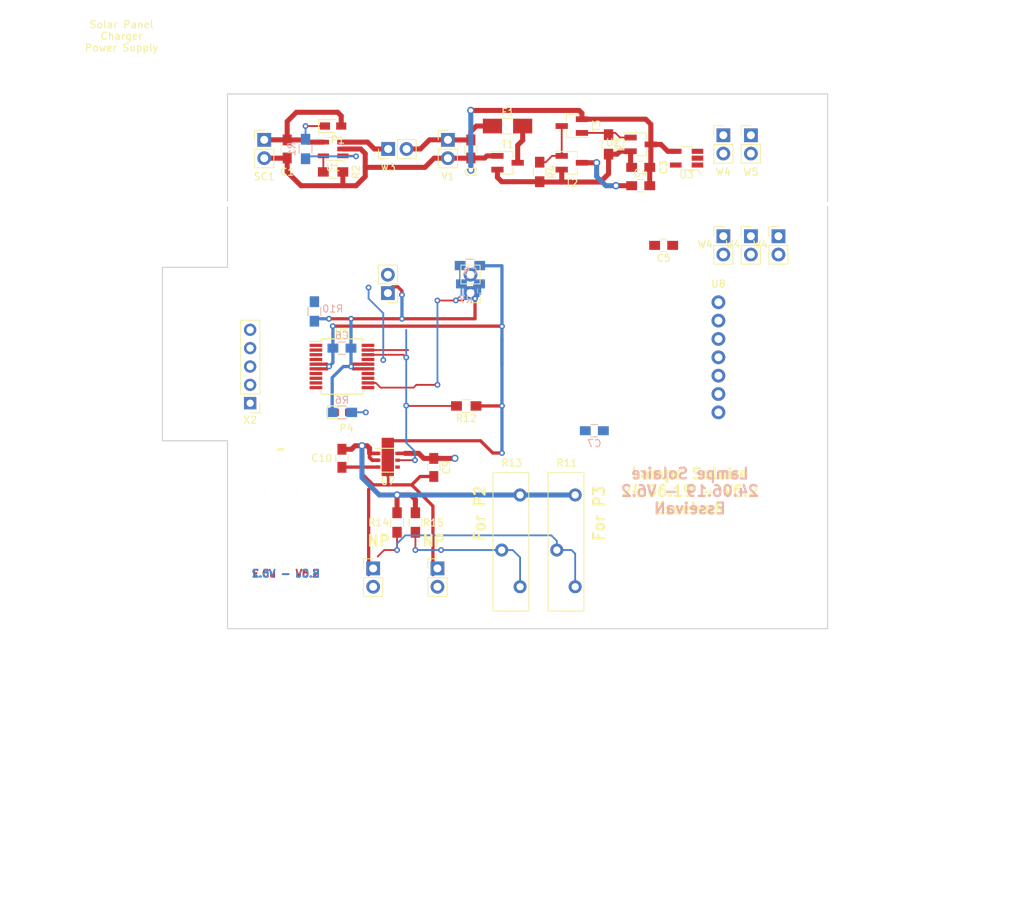
<source format=kicad_pcb>
(kicad_pcb (version 20171130) (host pcbnew "(5.1.0)-1")

  (general
    (thickness 1.6)
    (drawings 87)
    (tracks 281)
    (zones 0)
    (modules 58)
    (nets 38)
  )

  (page A4)
  (title_block
    (title "Lampe Solaire")
    (date 2019-07-01)
    (rev 7)
    (company EsseivaN)
    (comment 1 "Esseiva Nicolas")
  )

  (layers
    (0 F.Cu signal)
    (31 B.Cu signal)
    (32 B.Adhes user)
    (33 F.Adhes user)
    (34 B.Paste user)
    (35 F.Paste user)
    (36 B.SilkS user)
    (37 F.SilkS user)
    (38 B.Mask user)
    (39 F.Mask user hide)
    (40 Dwgs.User user hide)
    (41 Cmts.User user)
    (42 Eco1.User user hide)
    (43 Eco2.User user)
    (44 Edge.Cuts user)
    (45 Margin user)
    (46 B.CrtYd user)
    (47 F.CrtYd user)
    (48 B.Fab user hide)
    (49 F.Fab user hide)
  )

  (setup
    (last_trace_width 0.25)
    (trace_clearance 0.15)
    (zone_clearance 0.6)
    (zone_45_only yes)
    (trace_min 0.15)
    (via_size 0.8)
    (via_drill 0.4)
    (via_min_size 0.4)
    (via_min_drill 0.3)
    (uvia_size 0.3)
    (uvia_drill 0.1)
    (uvias_allowed no)
    (uvia_min_size 0.2)
    (uvia_min_drill 0.1)
    (edge_width 0.15)
    (segment_width 0.2)
    (pcb_text_width 0.3)
    (pcb_text_size 1.5 1.5)
    (mod_edge_width 0.15)
    (mod_text_size 1 1)
    (mod_text_width 0.15)
    (pad_size 1.9 1.9)
    (pad_drill 1.1)
    (pad_to_mask_clearance 0.2)
    (solder_mask_min_width 0.25)
    (aux_axis_origin 0 0)
    (grid_origin 57.5 44.5)
    (visible_elements 7FFDFFFF)
    (pcbplotparams
      (layerselection 0x011f0_ffffffff)
      (usegerberextensions false)
      (usegerberattributes false)
      (usegerberadvancedattributes false)
      (creategerberjobfile false)
      (excludeedgelayer false)
      (linewidth 0.100000)
      (plotframeref true)
      (viasonmask false)
      (mode 1)
      (useauxorigin false)
      (hpglpennumber 1)
      (hpglpenspeed 20)
      (hpglpendiameter 15.000000)
      (psnegative false)
      (psa4output false)
      (plotreference true)
      (plotvalue true)
      (plotinvisibletext false)
      (padsonsilk false)
      (subtractmaskfromsilk false)
      (outputformat 4)
      (mirror false)
      (drillshape 0)
      (scaleselection 1)
      (outputdirectory "../../Fabrication/LampeSolaire/PDF"))
  )

  (net 0 "")
  (net 1 VSC)
  (net 2 GND)
  (net 3 VBAT)
  (net 4 /STAT)
  (net 5 /VPROG)
  (net 6 /~RST)
  (net 7 "Net-(R4-Pad1)")
  (net 8 /VPP)
  (net 9 /ICSPDAT)
  (net 10 /ICSPCLK)
  (net 11 "Net-(U1-Pad3)")
  (net 12 GND_ALIM)
  (net 13 "Net-(C2-Pad1)")
  (net 14 "Net-(U3-Pad5)")
  (net 15 /VBAT_0)
  (net 16 "Net-(F1-Pad1)")
  (net 17 /WATER)
  (net 18 /LED)
  (net 19 /BUZZER)
  (net 20 3V3)
  (net 21 "Net-(C10-Pad1)")
  (net 22 /ENABLE)
  (net 23 "Net-(U7-Pad4)")
  (net 24 "Net-(P1-Pad1)")
  (net 25 "Net-(P2-Pad2)")
  (net 26 "Net-(P3-Pad2)")
  (net 27 "Net-(P4-Pad2)")
  (net 28 /D2)
  (net 29 /D3)
  (net 30 "Net-(U5-Pad7)")
  (net 31 "Net-(U5-Pad8)")
  (net 32 "Net-(U5-Pad9)")
  (net 33 "Net-(U5-Pad10)")
  (net 34 /VT)
  (net 35 /D0)
  (net 36 /D1)
  (net 37 /VBAT_1)

  (net_class Default "This is the default net class."
    (clearance 0.15)
    (trace_width 0.25)
    (via_dia 0.8)
    (via_drill 0.4)
    (uvia_dia 0.3)
    (uvia_drill 0.1)
    (add_net /BUZZER)
    (add_net /D0)
    (add_net /D1)
    (add_net /D2)
    (add_net /D3)
    (add_net /ENABLE)
    (add_net /ICSPCLK)
    (add_net /ICSPDAT)
    (add_net /LED)
    (add_net /STAT)
    (add_net /VBAT_1)
    (add_net /VPP)
    (add_net /VPROG)
    (add_net /VT)
    (add_net /WATER)
    (add_net /~RST)
    (add_net "Net-(P1-Pad1)")
    (add_net "Net-(P2-Pad2)")
    (add_net "Net-(P3-Pad2)")
    (add_net "Net-(P4-Pad2)")
    (add_net "Net-(R4-Pad1)")
    (add_net "Net-(U5-Pad10)")
    (add_net "Net-(U5-Pad7)")
    (add_net "Net-(U5-Pad8)")
    (add_net "Net-(U5-Pad9)")
    (add_net "Net-(U7-Pad4)")
  )

  (net_class Battery ""
    (clearance 0.15)
    (trace_width 0.7)
    (via_dia 1)
    (via_drill 0.6)
    (uvia_dia 0.3)
    (uvia_drill 0.1)
    (add_net /VBAT_0)
    (add_net GND_ALIM)
    (add_net "Net-(C10-Pad1)")
    (add_net "Net-(C2-Pad1)")
    (add_net "Net-(F1-Pad1)")
    (add_net "Net-(U1-Pad3)")
    (add_net "Net-(U3-Pad5)")
    (add_net VBAT)
    (add_net VSC)
  )

  (net_class alim_mcu ""
    (clearance 0.15)
    (trace_width 0.45)
    (via_dia 0.8)
    (via_drill 0.4)
    (uvia_dia 0.3)
    (uvia_drill 0.1)
    (add_net 3V3)
    (add_net GND)
  )

  (module 0EsseivaN_Lib:Pin_Header_Straight_1x02_Pitch2.54mm locked (layer F.Cu) (tedit 5D4C5F0B) (tstamp 5D4C8780)
    (at 133.7 65.455)
    (descr "Through hole straight pin header, 1x02, 2.54mm pitch, single row")
    (tags "Through hole pin header THT 1x02 2.54mm single row")
    (path /5B7937DA)
    (fp_text reference W4 (at -2.495 -0.11) (layer F.SilkS)
      (effects (font (size 1 1) (thickness 0.15)))
    )
    (fp_text value TEST_2P (at 0 3.6) (layer F.Fab)
      (effects (font (size 1 1) (thickness 0.15)))
    )
    (fp_line (start -0.635 -2.54) (end 1.27 -2.54) (layer F.Fab) (width 0.1))
    (fp_line (start 1.27 -2.54) (end 1.27 2.54) (layer F.Fab) (width 0.1))
    (fp_line (start 1.27 2.54) (end -1.27 2.54) (layer F.Fab) (width 0.1))
    (fp_line (start -1.27 2.54) (end -1.27 -1.905) (layer F.Fab) (width 0.1))
    (fp_line (start -1.27 -1.905) (end -0.635 -2.54) (layer F.Fab) (width 0.1))
    (fp_line (start -1.33 2.6) (end 1.33 2.6) (layer F.SilkS) (width 0.12))
    (fp_line (start -1.33 0) (end -1.33 2.6) (layer F.SilkS) (width 0.12))
    (fp_line (start 1.33 0) (end 1.33 2.6) (layer F.SilkS) (width 0.12))
    (fp_line (start -1.33 0) (end 1.33 0) (layer F.SilkS) (width 0.12))
    (fp_line (start -1.33 -1.27) (end -1.33 -2.6) (layer F.SilkS) (width 0.12))
    (fp_line (start -1.33 -2.6) (end 0 -2.6) (layer F.SilkS) (width 0.12))
    (fp_line (start -1.8 -3.07) (end -1.8 3.08) (layer F.CrtYd) (width 0.05))
    (fp_line (start -1.8 3.08) (end 1.8 3.08) (layer F.CrtYd) (width 0.05))
    (fp_line (start 1.8 3.08) (end 1.8 -3.07) (layer F.CrtYd) (width 0.05))
    (fp_line (start 1.8 -3.07) (end -1.8 -3.07) (layer F.CrtYd) (width 0.05))
    (fp_text user %R (at 0 0) (layer F.Fab)
      (effects (font (size 1 1) (thickness 0.15)))
    )
    (pad 1 thru_hole rect (at 0 -1.27) (size 1.9 1.9) (drill 1.1) (layers *.Cu *.Mask)
      (net 2 GND))
    (pad 2 thru_hole circle (at 0 1.27) (size 1.9 1.9) (drill 1.1) (layers *.Cu *.Mask)
      (net 2 GND))
    (model ${KISYS3DMOD}/Pin_Headers.3dshapes/Pin_Header_Straight_1x02_Pitch2.54mm.wrl
      (offset (xyz 0 1.27 0))
      (scale (xyz 1 1 1))
      (rotate (xyz 0 0 0))
    )
  )

  (module 0EsseivaN_Lib:Pin_Header_Straight_1x02_Pitch2.54mm locked (layer F.Cu) (tedit 5D4C5F0B) (tstamp 5D4C8756)
    (at 129.89 65.455)
    (descr "Through hole straight pin header, 1x02, 2.54mm pitch, single row")
    (tags "Through hole pin header THT 1x02 2.54mm single row")
    (path /5B7937DA)
    (fp_text reference W4 (at -2.495 -0.11) (layer F.SilkS)
      (effects (font (size 1 1) (thickness 0.15)))
    )
    (fp_text value TEST_2P (at 0 3.6) (layer F.Fab)
      (effects (font (size 1 1) (thickness 0.15)))
    )
    (fp_text user %R (at 0 0) (layer F.Fab)
      (effects (font (size 1 1) (thickness 0.15)))
    )
    (fp_line (start 1.8 -3.07) (end -1.8 -3.07) (layer F.CrtYd) (width 0.05))
    (fp_line (start 1.8 3.08) (end 1.8 -3.07) (layer F.CrtYd) (width 0.05))
    (fp_line (start -1.8 3.08) (end 1.8 3.08) (layer F.CrtYd) (width 0.05))
    (fp_line (start -1.8 -3.07) (end -1.8 3.08) (layer F.CrtYd) (width 0.05))
    (fp_line (start -1.33 -2.6) (end 0 -2.6) (layer F.SilkS) (width 0.12))
    (fp_line (start -1.33 -1.27) (end -1.33 -2.6) (layer F.SilkS) (width 0.12))
    (fp_line (start -1.33 0) (end 1.33 0) (layer F.SilkS) (width 0.12))
    (fp_line (start 1.33 0) (end 1.33 2.6) (layer F.SilkS) (width 0.12))
    (fp_line (start -1.33 0) (end -1.33 2.6) (layer F.SilkS) (width 0.12))
    (fp_line (start -1.33 2.6) (end 1.33 2.6) (layer F.SilkS) (width 0.12))
    (fp_line (start -1.27 -1.905) (end -0.635 -2.54) (layer F.Fab) (width 0.1))
    (fp_line (start -1.27 2.54) (end -1.27 -1.905) (layer F.Fab) (width 0.1))
    (fp_line (start 1.27 2.54) (end -1.27 2.54) (layer F.Fab) (width 0.1))
    (fp_line (start 1.27 -2.54) (end 1.27 2.54) (layer F.Fab) (width 0.1))
    (fp_line (start -0.635 -2.54) (end 1.27 -2.54) (layer F.Fab) (width 0.1))
    (pad 2 thru_hole circle (at 0 1.27) (size 1.9 1.9) (drill 1.1) (layers *.Cu *.Mask)
      (net 2 GND))
    (pad 1 thru_hole rect (at 0 -1.27) (size 1.9 1.9) (drill 1.1) (layers *.Cu *.Mask)
      (net 2 GND))
    (model ${KISYS3DMOD}/Pin_Headers.3dshapes/Pin_Header_Straight_1x02_Pitch2.54mm.wrl
      (offset (xyz 0 1.27 0))
      (scale (xyz 1 1 1))
      (rotate (xyz 0 0 0))
    )
  )

  (module 0EsseivaN_Lib:Pin_Header_Straight_1x02_Pitch2.54mm locked (layer F.Cu) (tedit 5D4C5F0B) (tstamp 5D4C849E)
    (at 126.08 65.455)
    (descr "Through hole straight pin header, 1x02, 2.54mm pitch, single row")
    (tags "Through hole pin header THT 1x02 2.54mm single row")
    (path /5B7937DA)
    (fp_text reference W4 (at -2.495 -0.11) (layer F.SilkS)
      (effects (font (size 1 1) (thickness 0.15)))
    )
    (fp_text value TEST_2P (at 0 3.6) (layer F.Fab)
      (effects (font (size 1 1) (thickness 0.15)))
    )
    (fp_line (start -0.635 -2.54) (end 1.27 -2.54) (layer F.Fab) (width 0.1))
    (fp_line (start 1.27 -2.54) (end 1.27 2.54) (layer F.Fab) (width 0.1))
    (fp_line (start 1.27 2.54) (end -1.27 2.54) (layer F.Fab) (width 0.1))
    (fp_line (start -1.27 2.54) (end -1.27 -1.905) (layer F.Fab) (width 0.1))
    (fp_line (start -1.27 -1.905) (end -0.635 -2.54) (layer F.Fab) (width 0.1))
    (fp_line (start -1.33 2.6) (end 1.33 2.6) (layer F.SilkS) (width 0.12))
    (fp_line (start -1.33 0) (end -1.33 2.6) (layer F.SilkS) (width 0.12))
    (fp_line (start 1.33 0) (end 1.33 2.6) (layer F.SilkS) (width 0.12))
    (fp_line (start -1.33 0) (end 1.33 0) (layer F.SilkS) (width 0.12))
    (fp_line (start -1.33 -1.27) (end -1.33 -2.6) (layer F.SilkS) (width 0.12))
    (fp_line (start -1.33 -2.6) (end 0 -2.6) (layer F.SilkS) (width 0.12))
    (fp_line (start -1.8 -3.07) (end -1.8 3.08) (layer F.CrtYd) (width 0.05))
    (fp_line (start -1.8 3.08) (end 1.8 3.08) (layer F.CrtYd) (width 0.05))
    (fp_line (start 1.8 3.08) (end 1.8 -3.07) (layer F.CrtYd) (width 0.05))
    (fp_line (start 1.8 -3.07) (end -1.8 -3.07) (layer F.CrtYd) (width 0.05))
    (fp_text user %R (at 0 0) (layer F.Fab)
      (effects (font (size 1 1) (thickness 0.15)))
    )
    (pad 1 thru_hole rect (at 0 -1.27) (size 1.9 1.9) (drill 1.1) (layers *.Cu *.Mask)
      (net 2 GND))
    (pad 2 thru_hole circle (at 0 1.27) (size 1.9 1.9) (drill 1.1) (layers *.Cu *.Mask)
      (net 2 GND))
    (model ${KISYS3DMOD}/Pin_Headers.3dshapes/Pin_Header_Straight_1x02_Pitch2.54mm.wrl
      (offset (xyz 0 1.27 0))
      (scale (xyz 1 1 1))
      (rotate (xyz 0 0 0))
    )
  )

  (module 0EsseivaN_Lib:BoardCutter_1 locked (layer F.Cu) (tedit 5D04C768) (tstamp 5D4C7BFA)
    (at 140.685 59.74)
    (fp_text reference REF** (at 0 -2.54) (layer F.SilkS) hide
      (effects (font (size 1 1) (thickness 0.15)))
    )
    (fp_text value BoardCutter_1 (at 0 -1.27) (layer F.Fab) hide
      (effects (font (size 1 1) (thickness 0.15)))
    )
    (fp_line (start -0.5 0.5) (end -0.5 -0.5) (layer F.CrtYd) (width 0.12))
    (fp_line (start 0.5 0.5) (end -0.5 0.5) (layer F.CrtYd) (width 0.12))
    (fp_line (start 0.5 -0.5) (end 0.5 0.5) (layer F.CrtYd) (width 0.12))
    (fp_line (start -0.5 -0.5) (end 0.5 -0.5) (layer F.CrtYd) (width 0.12))
    (pad "" np_thru_hole circle (at 0 0) (size 0.7 0.7) (drill 0.7) (layers *.Cu *.Mask))
  )

  (module 0EsseivaN_Lib:BoardCutter_2 locked (layer F.Cu) (tedit 5B795DDD) (tstamp 5D4C7B62)
    (at 139.28 59.74)
    (fp_text reference REF** (at 0 -2.54) (layer F.SilkS) hide
      (effects (font (size 1 1) (thickness 0.15)))
    )
    (fp_text value BoardCutter_2 (at 0 -1.27) (layer F.Fab) hide
      (effects (font (size 1 1) (thickness 0.15)))
    )
    (fp_line (start 1 -0.5) (end 1 0.5) (layer F.CrtYd) (width 0.15))
    (fp_line (start -1 0.5) (end 1 0.5) (layer F.CrtYd) (width 0.15))
    (fp_line (start -1 -0.5) (end -1 0.5) (layer F.CrtYd) (width 0.15))
    (fp_line (start 1 -0.5) (end -1 -0.5) (layer F.CrtYd) (width 0.15))
    (pad "" np_thru_hole circle (at 0.5 0) (size 0.7 0.7) (drill 0.7) (layers *.Cu *.Mask))
    (pad "" np_thru_hole circle (at -0.5 0) (size 0.7 0.7) (drill 0.7) (layers *.Cu *.Mask))
  )

  (module 0EsseivaN_Lib:BoardCutter_10 locked (layer F.Cu) (tedit 5D04A8B2) (tstamp 5D4C7A2F)
    (at 128.62 59.74)
    (fp_text reference REF** (at 1.27 -2.54) (layer F.SilkS) hide
      (effects (font (size 1 1) (thickness 0.15)))
    )
    (fp_text value BoardCutter_10 (at 5.08 -1.27) (layer F.Fab) hide
      (effects (font (size 1 1) (thickness 0.15)))
    )
    (fp_line (start 9.652 -0.5) (end -0.492 -0.5) (layer F.CrtYd) (width 0.15))
    (fp_line (start -0.492 -0.5) (end -0.492 0.5) (layer F.CrtYd) (width 0.15))
    (fp_line (start -0.492 0.5) (end 9.652 0.5) (layer F.CrtYd) (width 0.15))
    (fp_line (start 9.652 -0.508) (end 9.652 0.5) (layer F.CrtYd) (width 0.15))
    (pad "" np_thru_hole circle (at 0.008 0) (size 0.7 0.7) (drill 0.7) (layers *.Cu *.Mask))
    (pad "" np_thru_hole circle (at 1.008 0) (size 0.7 0.7) (drill 0.7) (layers *.Cu *.Mask))
    (pad "" np_thru_hole circle (at 2.032 0) (size 0.7 0.7) (drill 0.7) (layers *.Cu *.Mask))
    (pad "" np_thru_hole circle (at 3.048 0) (size 0.7 0.7) (drill 0.7) (layers *.Cu *.Mask))
    (pad "" np_thru_hole circle (at 4.064 0) (size 0.7 0.7) (drill 0.7) (layers *.Cu *.Mask))
    (pad "" np_thru_hole circle (at 5.08 0) (size 0.7 0.7) (drill 0.7) (layers *.Cu *.Mask))
    (pad "" np_thru_hole circle (at 6.096 0) (size 0.7 0.7) (drill 0.7) (layers *.Cu *.Mask))
    (pad "" np_thru_hole circle (at 7.112 0) (size 0.7 0.7) (drill 0.7) (layers *.Cu *.Mask))
    (pad "" np_thru_hole circle (at 8.128 0) (size 0.7 0.7) (drill 0.7) (layers *.Cu *.Mask))
    (pad "" np_thru_hole circle (at 9.144 0) (size 0.7 0.7) (drill 0.7) (layers *.Cu *.Mask))
  )

  (module 0EsseivaN_Lib:BoardCutter_10 locked (layer F.Cu) (tedit 5D04A8B2) (tstamp 5D4C7A0D)
    (at 118.452 59.74)
    (fp_text reference REF** (at 1.27 -2.54) (layer F.SilkS) hide
      (effects (font (size 1 1) (thickness 0.15)))
    )
    (fp_text value BoardCutter_10 (at 5.08 -1.27) (layer F.Fab) hide
      (effects (font (size 1 1) (thickness 0.15)))
    )
    (fp_line (start 9.652 -0.508) (end 9.652 0.5) (layer F.CrtYd) (width 0.15))
    (fp_line (start -0.492 0.5) (end 9.652 0.5) (layer F.CrtYd) (width 0.15))
    (fp_line (start -0.492 -0.5) (end -0.492 0.5) (layer F.CrtYd) (width 0.15))
    (fp_line (start 9.652 -0.5) (end -0.492 -0.5) (layer F.CrtYd) (width 0.15))
    (pad "" np_thru_hole circle (at 9.144 0) (size 0.7 0.7) (drill 0.7) (layers *.Cu *.Mask))
    (pad "" np_thru_hole circle (at 8.128 0) (size 0.7 0.7) (drill 0.7) (layers *.Cu *.Mask))
    (pad "" np_thru_hole circle (at 7.112 0) (size 0.7 0.7) (drill 0.7) (layers *.Cu *.Mask))
    (pad "" np_thru_hole circle (at 6.096 0) (size 0.7 0.7) (drill 0.7) (layers *.Cu *.Mask))
    (pad "" np_thru_hole circle (at 5.08 0) (size 0.7 0.7) (drill 0.7) (layers *.Cu *.Mask))
    (pad "" np_thru_hole circle (at 4.064 0) (size 0.7 0.7) (drill 0.7) (layers *.Cu *.Mask))
    (pad "" np_thru_hole circle (at 3.048 0) (size 0.7 0.7) (drill 0.7) (layers *.Cu *.Mask))
    (pad "" np_thru_hole circle (at 2.032 0) (size 0.7 0.7) (drill 0.7) (layers *.Cu *.Mask))
    (pad "" np_thru_hole circle (at 1.008 0) (size 0.7 0.7) (drill 0.7) (layers *.Cu *.Mask))
    (pad "" np_thru_hole circle (at 0.008 0) (size 0.7 0.7) (drill 0.7) (layers *.Cu *.Mask))
  )

  (module 0EsseivaN_Lib:BoardCutter_10 locked (layer F.Cu) (tedit 5D04A8B2) (tstamp 5D4C78CF)
    (at 108.292 59.74)
    (fp_text reference REF** (at 1.27 -2.54) (layer F.SilkS) hide
      (effects (font (size 1 1) (thickness 0.15)))
    )
    (fp_text value BoardCutter_10 (at 5.08 -1.27) (layer F.Fab) hide
      (effects (font (size 1 1) (thickness 0.15)))
    )
    (fp_line (start 9.652 -0.5) (end -0.492 -0.5) (layer F.CrtYd) (width 0.15))
    (fp_line (start -0.492 -0.5) (end -0.492 0.5) (layer F.CrtYd) (width 0.15))
    (fp_line (start -0.492 0.5) (end 9.652 0.5) (layer F.CrtYd) (width 0.15))
    (fp_line (start 9.652 -0.508) (end 9.652 0.5) (layer F.CrtYd) (width 0.15))
    (pad "" np_thru_hole circle (at 0.008 0) (size 0.7 0.7) (drill 0.7) (layers *.Cu *.Mask))
    (pad "" np_thru_hole circle (at 1.008 0) (size 0.7 0.7) (drill 0.7) (layers *.Cu *.Mask))
    (pad "" np_thru_hole circle (at 2.032 0) (size 0.7 0.7) (drill 0.7) (layers *.Cu *.Mask))
    (pad "" np_thru_hole circle (at 3.048 0) (size 0.7 0.7) (drill 0.7) (layers *.Cu *.Mask))
    (pad "" np_thru_hole circle (at 4.064 0) (size 0.7 0.7) (drill 0.7) (layers *.Cu *.Mask))
    (pad "" np_thru_hole circle (at 5.08 0) (size 0.7 0.7) (drill 0.7) (layers *.Cu *.Mask))
    (pad "" np_thru_hole circle (at 6.096 0) (size 0.7 0.7) (drill 0.7) (layers *.Cu *.Mask))
    (pad "" np_thru_hole circle (at 7.112 0) (size 0.7 0.7) (drill 0.7) (layers *.Cu *.Mask))
    (pad "" np_thru_hole circle (at 8.128 0) (size 0.7 0.7) (drill 0.7) (layers *.Cu *.Mask))
    (pad "" np_thru_hole circle (at 9.144 0) (size 0.7 0.7) (drill 0.7) (layers *.Cu *.Mask))
  )

  (module 0EsseivaN_Lib:BoardCutter_10 locked (layer F.Cu) (tedit 5D04A8B2) (tstamp 5D4C78AD)
    (at 98.14 59.74)
    (fp_text reference REF** (at 1.27 -2.54) (layer F.SilkS) hide
      (effects (font (size 1 1) (thickness 0.15)))
    )
    (fp_text value BoardCutter_10 (at 5.08 -1.27) (layer F.Fab) hide
      (effects (font (size 1 1) (thickness 0.15)))
    )
    (fp_line (start 9.652 -0.508) (end 9.652 0.5) (layer F.CrtYd) (width 0.15))
    (fp_line (start -0.492 0.5) (end 9.652 0.5) (layer F.CrtYd) (width 0.15))
    (fp_line (start -0.492 -0.5) (end -0.492 0.5) (layer F.CrtYd) (width 0.15))
    (fp_line (start 9.652 -0.5) (end -0.492 -0.5) (layer F.CrtYd) (width 0.15))
    (pad "" np_thru_hole circle (at 9.144 0) (size 0.7 0.7) (drill 0.7) (layers *.Cu *.Mask))
    (pad "" np_thru_hole circle (at 8.128 0) (size 0.7 0.7) (drill 0.7) (layers *.Cu *.Mask))
    (pad "" np_thru_hole circle (at 7.112 0) (size 0.7 0.7) (drill 0.7) (layers *.Cu *.Mask))
    (pad "" np_thru_hole circle (at 6.096 0) (size 0.7 0.7) (drill 0.7) (layers *.Cu *.Mask))
    (pad "" np_thru_hole circle (at 5.08 0) (size 0.7 0.7) (drill 0.7) (layers *.Cu *.Mask))
    (pad "" np_thru_hole circle (at 4.064 0) (size 0.7 0.7) (drill 0.7) (layers *.Cu *.Mask))
    (pad "" np_thru_hole circle (at 3.048 0) (size 0.7 0.7) (drill 0.7) (layers *.Cu *.Mask))
    (pad "" np_thru_hole circle (at 2.032 0) (size 0.7 0.7) (drill 0.7) (layers *.Cu *.Mask))
    (pad "" np_thru_hole circle (at 1.008 0) (size 0.7 0.7) (drill 0.7) (layers *.Cu *.Mask))
    (pad "" np_thru_hole circle (at 0.008 0) (size 0.7 0.7) (drill 0.7) (layers *.Cu *.Mask))
  )

  (module 0EsseivaN_Lib:BoardCutter_10 locked (layer F.Cu) (tedit 5D04A8B2) (tstamp 5D4C788B)
    (at 87.98 59.74)
    (fp_text reference REF** (at 1.27 -2.54) (layer F.SilkS) hide
      (effects (font (size 1 1) (thickness 0.15)))
    )
    (fp_text value BoardCutter_10 (at 5.08 -1.27) (layer F.Fab) hide
      (effects (font (size 1 1) (thickness 0.15)))
    )
    (fp_line (start 9.652 -0.5) (end -0.492 -0.5) (layer F.CrtYd) (width 0.15))
    (fp_line (start -0.492 -0.5) (end -0.492 0.5) (layer F.CrtYd) (width 0.15))
    (fp_line (start -0.492 0.5) (end 9.652 0.5) (layer F.CrtYd) (width 0.15))
    (fp_line (start 9.652 -0.508) (end 9.652 0.5) (layer F.CrtYd) (width 0.15))
    (pad "" np_thru_hole circle (at 0.008 0) (size 0.7 0.7) (drill 0.7) (layers *.Cu *.Mask))
    (pad "" np_thru_hole circle (at 1.008 0) (size 0.7 0.7) (drill 0.7) (layers *.Cu *.Mask))
    (pad "" np_thru_hole circle (at 2.032 0) (size 0.7 0.7) (drill 0.7) (layers *.Cu *.Mask))
    (pad "" np_thru_hole circle (at 3.048 0) (size 0.7 0.7) (drill 0.7) (layers *.Cu *.Mask))
    (pad "" np_thru_hole circle (at 4.064 0) (size 0.7 0.7) (drill 0.7) (layers *.Cu *.Mask))
    (pad "" np_thru_hole circle (at 5.08 0) (size 0.7 0.7) (drill 0.7) (layers *.Cu *.Mask))
    (pad "" np_thru_hole circle (at 6.096 0) (size 0.7 0.7) (drill 0.7) (layers *.Cu *.Mask))
    (pad "" np_thru_hole circle (at 7.112 0) (size 0.7 0.7) (drill 0.7) (layers *.Cu *.Mask))
    (pad "" np_thru_hole circle (at 8.128 0) (size 0.7 0.7) (drill 0.7) (layers *.Cu *.Mask))
    (pad "" np_thru_hole circle (at 9.144 0) (size 0.7 0.7) (drill 0.7) (layers *.Cu *.Mask))
  )

  (module 0EsseivaN_Lib:BoardCutter_10 locked (layer F.Cu) (tedit 5D04A8B2) (tstamp 5D4C7869)
    (at 77.82 59.74)
    (fp_text reference REF** (at 1.27 -2.54) (layer F.SilkS) hide
      (effects (font (size 1 1) (thickness 0.15)))
    )
    (fp_text value BoardCutter_10 (at 5.08 -1.27) (layer F.Fab) hide
      (effects (font (size 1 1) (thickness 0.15)))
    )
    (fp_line (start 9.652 -0.508) (end 9.652 0.5) (layer F.CrtYd) (width 0.15))
    (fp_line (start -0.492 0.5) (end 9.652 0.5) (layer F.CrtYd) (width 0.15))
    (fp_line (start -0.492 -0.5) (end -0.492 0.5) (layer F.CrtYd) (width 0.15))
    (fp_line (start 9.652 -0.5) (end -0.492 -0.5) (layer F.CrtYd) (width 0.15))
    (pad "" np_thru_hole circle (at 9.144 0) (size 0.7 0.7) (drill 0.7) (layers *.Cu *.Mask))
    (pad "" np_thru_hole circle (at 8.128 0) (size 0.7 0.7) (drill 0.7) (layers *.Cu *.Mask))
    (pad "" np_thru_hole circle (at 7.112 0) (size 0.7 0.7) (drill 0.7) (layers *.Cu *.Mask))
    (pad "" np_thru_hole circle (at 6.096 0) (size 0.7 0.7) (drill 0.7) (layers *.Cu *.Mask))
    (pad "" np_thru_hole circle (at 5.08 0) (size 0.7 0.7) (drill 0.7) (layers *.Cu *.Mask))
    (pad "" np_thru_hole circle (at 4.064 0) (size 0.7 0.7) (drill 0.7) (layers *.Cu *.Mask))
    (pad "" np_thru_hole circle (at 3.048 0) (size 0.7 0.7) (drill 0.7) (layers *.Cu *.Mask))
    (pad "" np_thru_hole circle (at 2.032 0) (size 0.7 0.7) (drill 0.7) (layers *.Cu *.Mask))
    (pad "" np_thru_hole circle (at 1.008 0) (size 0.7 0.7) (drill 0.7) (layers *.Cu *.Mask))
    (pad "" np_thru_hole circle (at 0.008 0) (size 0.7 0.7) (drill 0.7) (layers *.Cu *.Mask))
  )

  (module 0EsseivaN_Lib:BoardCutter_10 locked (layer F.Cu) (tedit 5D04A8B2) (tstamp 5D4C7833)
    (at 67.66 59.74)
    (fp_text reference REF** (at 1.27 -2.54) (layer F.SilkS) hide
      (effects (font (size 1 1) (thickness 0.15)))
    )
    (fp_text value BoardCutter_10 (at 5.08 -1.27) (layer F.Fab) hide
      (effects (font (size 1 1) (thickness 0.15)))
    )
    (fp_line (start 9.652 -0.5) (end -0.492 -0.5) (layer F.CrtYd) (width 0.15))
    (fp_line (start -0.492 -0.5) (end -0.492 0.5) (layer F.CrtYd) (width 0.15))
    (fp_line (start -0.492 0.5) (end 9.652 0.5) (layer F.CrtYd) (width 0.15))
    (fp_line (start 9.652 -0.508) (end 9.652 0.5) (layer F.CrtYd) (width 0.15))
    (pad "" np_thru_hole circle (at 0.008 0) (size 0.7 0.7) (drill 0.7) (layers *.Cu *.Mask))
    (pad "" np_thru_hole circle (at 1.008 0) (size 0.7 0.7) (drill 0.7) (layers *.Cu *.Mask))
    (pad "" np_thru_hole circle (at 2.032 0) (size 0.7 0.7) (drill 0.7) (layers *.Cu *.Mask))
    (pad "" np_thru_hole circle (at 3.048 0) (size 0.7 0.7) (drill 0.7) (layers *.Cu *.Mask))
    (pad "" np_thru_hole circle (at 4.064 0) (size 0.7 0.7) (drill 0.7) (layers *.Cu *.Mask))
    (pad "" np_thru_hole circle (at 5.08 0) (size 0.7 0.7) (drill 0.7) (layers *.Cu *.Mask))
    (pad "" np_thru_hole circle (at 6.096 0) (size 0.7 0.7) (drill 0.7) (layers *.Cu *.Mask))
    (pad "" np_thru_hole circle (at 7.112 0) (size 0.7 0.7) (drill 0.7) (layers *.Cu *.Mask))
    (pad "" np_thru_hole circle (at 8.128 0) (size 0.7 0.7) (drill 0.7) (layers *.Cu *.Mask))
    (pad "" np_thru_hole circle (at 9.144 0) (size 0.7 0.7) (drill 0.7) (layers *.Cu *.Mask))
  )

  (module 0EsseivaN_Lib:BoardCutter_10 locked (layer F.Cu) (tedit 5D04A8B2) (tstamp 5D4C7820)
    (at 57.5 59.74)
    (fp_text reference REF** (at 1.27 -2.54) (layer F.SilkS) hide
      (effects (font (size 1 1) (thickness 0.15)))
    )
    (fp_text value BoardCutter_10 (at 5.08 -1.27) (layer F.Fab) hide
      (effects (font (size 1 1) (thickness 0.15)))
    )
    (fp_line (start 9.652 -0.508) (end 9.652 0.5) (layer F.CrtYd) (width 0.15))
    (fp_line (start -0.492 0.5) (end 9.652 0.5) (layer F.CrtYd) (width 0.15))
    (fp_line (start -0.492 -0.5) (end -0.492 0.5) (layer F.CrtYd) (width 0.15))
    (fp_line (start 9.652 -0.5) (end -0.492 -0.5) (layer F.CrtYd) (width 0.15))
    (pad "" np_thru_hole circle (at 9.144 0) (size 0.7 0.7) (drill 0.7) (layers *.Cu *.Mask))
    (pad "" np_thru_hole circle (at 8.128 0) (size 0.7 0.7) (drill 0.7) (layers *.Cu *.Mask))
    (pad "" np_thru_hole circle (at 7.112 0) (size 0.7 0.7) (drill 0.7) (layers *.Cu *.Mask))
    (pad "" np_thru_hole circle (at 6.096 0) (size 0.7 0.7) (drill 0.7) (layers *.Cu *.Mask))
    (pad "" np_thru_hole circle (at 5.08 0) (size 0.7 0.7) (drill 0.7) (layers *.Cu *.Mask))
    (pad "" np_thru_hole circle (at 4.064 0) (size 0.7 0.7) (drill 0.7) (layers *.Cu *.Mask))
    (pad "" np_thru_hole circle (at 3.048 0) (size 0.7 0.7) (drill 0.7) (layers *.Cu *.Mask))
    (pad "" np_thru_hole circle (at 2.032 0) (size 0.7 0.7) (drill 0.7) (layers *.Cu *.Mask))
    (pad "" np_thru_hole circle (at 1.008 0) (size 0.7 0.7) (drill 0.7) (layers *.Cu *.Mask))
    (pad "" np_thru_hole circle (at 0.008 0) (size 0.7 0.7) (drill 0.7) (layers *.Cu *.Mask))
  )

  (module 0EsseivaN_Lib:SOT-23_Handsoldering (layer F.Cu) (tedit 5CC57D96) (tstamp 5D4C74ED)
    (at 114.65 51.485)
    (descr "SOT-23, Handsoldering")
    (tags SOT-23)
    (path /5B65977E)
    (attr smd)
    (fp_text reference U2 (at -3.81 -0.27) (layer F.SilkS)
      (effects (font (size 1 1) (thickness 0.15)))
    )
    (fp_text value MCP121 (at 0 2.5) (layer F.Fab)
      (effects (font (size 1 1) (thickness 0.15)))
    )
    (fp_line (start 0.76 1.58) (end -0.7 1.58) (layer F.SilkS) (width 0.12))
    (fp_line (start -0.7 1.52) (end 0.7 1.52) (layer F.Fab) (width 0.1))
    (fp_line (start 0.7 -1.52) (end 0.7 1.52) (layer F.Fab) (width 0.1))
    (fp_line (start -0.7 -0.95) (end -0.15 -1.52) (layer F.Fab) (width 0.1))
    (fp_line (start -0.15 -1.52) (end 0.7 -1.52) (layer F.Fab) (width 0.1))
    (fp_line (start -0.7 -0.95) (end -0.7 1.5) (layer F.Fab) (width 0.1))
    (fp_line (start 0.76 -1.58) (end -2.4 -1.58) (layer F.SilkS) (width 0.12))
    (fp_line (start -2.7 1.75) (end -2.7 -1.75) (layer F.CrtYd) (width 0.05))
    (fp_line (start 2.7 1.75) (end -2.7 1.75) (layer F.CrtYd) (width 0.05))
    (fp_line (start 2.7 -1.75) (end 2.7 1.75) (layer F.CrtYd) (width 0.05))
    (fp_line (start -2.7 -1.75) (end 2.7 -1.75) (layer F.CrtYd) (width 0.05))
    (fp_line (start 0.76 -1.58) (end 0.76 -0.65) (layer F.SilkS) (width 0.12))
    (fp_line (start 0.76 1.58) (end 0.76 0.65) (layer F.SilkS) (width 0.12))
    (pad 3 smd rect (at 1.4 0) (size 1.7 0.8) (layers F.Cu F.Paste F.Mask)
      (net 12 GND_ALIM))
    (pad 2 smd rect (at -1.4 0.95) (size 1.7 0.8) (layers F.Cu F.Paste F.Mask)
      (net 15 /VBAT_0))
    (pad 1 smd rect (at -1.4 -0.95) (size 1.7 0.8) (layers F.Cu F.Paste F.Mask)
      (net 6 /~RST))
    (model ${KISYS3DMOD}/TO_SOT_Packages_SMD.3dshapes\SOT-23.wrl
      (at (xyz 0 0 0))
      (scale (xyz 1 1 1))
      (rotate (xyz 0 0 0))
    )
  )

  (module 0EsseivaN_Lib:SOT-23_Handsoldering (layer F.Cu) (tedit 5CC57CCF) (tstamp 5D4C6DBC)
    (at 96.235 54.025)
    (descr "SOT-23, Handsoldering")
    (tags SOT-23)
    (path /5C5EF622)
    (attr smd)
    (fp_text reference T1 (at 0 -2.54 -180) (layer F.SilkS)
      (effects (font (size 1 1) (thickness 0.15)))
    )
    (fp_text value SI2333 (at 0 2.5) (layer F.Fab)
      (effects (font (size 1 1) (thickness 0.15)))
    )
    (fp_line (start 0.76 1.58) (end -0.7 1.58) (layer F.SilkS) (width 0.12))
    (fp_line (start -0.7 1.52) (end 0.7 1.52) (layer F.Fab) (width 0.1))
    (fp_line (start 0.7 -1.52) (end 0.7 1.52) (layer F.Fab) (width 0.1))
    (fp_line (start -0.7 -0.95) (end -0.15 -1.52) (layer F.Fab) (width 0.1))
    (fp_line (start -0.15 -1.52) (end 0.7 -1.52) (layer F.Fab) (width 0.1))
    (fp_line (start -0.7 -0.95) (end -0.7 1.5) (layer F.Fab) (width 0.1))
    (fp_line (start 0.76 -1.58) (end -2.4 -1.58) (layer F.SilkS) (width 0.12))
    (fp_line (start -2.7 1.75) (end -2.7 -1.75) (layer F.CrtYd) (width 0.05))
    (fp_line (start 2.7 1.75) (end -2.7 1.75) (layer F.CrtYd) (width 0.05))
    (fp_line (start 2.7 -1.75) (end 2.7 1.75) (layer F.CrtYd) (width 0.05))
    (fp_line (start -2.7 -1.75) (end 2.7 -1.75) (layer F.CrtYd) (width 0.05))
    (fp_line (start 0.76 -1.58) (end 0.76 -0.65) (layer F.SilkS) (width 0.12))
    (fp_line (start 0.76 1.58) (end 0.76 0.65) (layer F.SilkS) (width 0.12))
    (pad 3 smd rect (at 1.4 0) (size 1.7 0.8) (layers F.Cu F.Paste F.Mask)
      (net 16 "Net-(F1-Pad1)"))
    (pad 2 smd rect (at -1.4 0.95) (size 1.7 0.8) (layers F.Cu F.Paste F.Mask)
      (net 15 /VBAT_0))
    (pad 1 smd rect (at -1.4 -0.95) (size 1.7 0.8) (layers F.Cu F.Paste F.Mask)
      (net 12 GND_ALIM))
    (model ${KISYS3DMOD}/TO_SOT_Packages_SMD.3dshapes\SOT-23.wrl
      (at (xyz 0 0 0))
      (scale (xyz 1 1 1))
      (rotate (xyz 0 0 0))
    )
  )

  (module 0EsseivaN_Lib:D_0603_HandSoldering (layer F.Cu) (tedit 5D0E9C7D) (tstamp 5D4C669C)
    (at 72.105 48.945)
    (descr "Capacitor SMD 0603, hand soldering")
    (tags "capacitor 0603")
    (path /5B65808A)
    (attr smd)
    (fp_text reference P1 (at 0.635 1.905) (layer F.SilkS)
      (effects (font (size 1 1) (thickness 0.15)))
    )
    (fp_text value 1V8 (at -0.2 1.8) (layer F.Fab)
      (effects (font (size 1 1) (thickness 0.15)))
    )
    (fp_line (start 1.8 0.65) (end -1.8 0.65) (layer F.CrtYd) (width 0.05))
    (fp_line (start 1.8 0.65) (end 1.8 -0.65) (layer F.CrtYd) (width 0.05))
    (fp_line (start -1.8 -0.65) (end -1.8 0.65) (layer F.CrtYd) (width 0.05))
    (fp_line (start -1.8 -0.65) (end 1.8 -0.65) (layer F.CrtYd) (width 0.05))
    (fp_line (start 0.4 -0.4) (end 0.4 0.4) (layer F.Fab) (width 0.15))
    (fp_line (start -0.45 0) (end 0.4 -0.4) (layer F.Fab) (width 0.15))
    (fp_line (start 0.4 0.45) (end -0.45 0) (layer F.Fab) (width 0.15))
    (fp_line (start -0.45 -0.4) (end -0.45 0.45) (layer F.Fab) (width 0.15))
    (fp_line (start -2 -0.9) (end 0.35 -0.9) (layer F.SilkS) (width 0.15))
    (fp_line (start -2 0.9) (end 0.3 0.9) (layer F.SilkS) (width 0.15))
    (fp_line (start -0.1 0.9) (end -0.05 0.9) (layer F.SilkS) (width 0.15))
    (fp_line (start -2 -0.9) (end -2 0.9) (layer F.SilkS) (width 0.15))
    (pad 2 smd rect (at 1.125 0) (size 1.4 1) (layers F.Cu F.Paste F.Mask)
      (net 1 VSC))
    (pad 1 smd rect (at -1.125 0) (size 1.4 1) (layers F.Cu F.Paste F.Mask)
      (net 24 "Net-(P1-Pad1)"))
    (model Capacitors_SMD.3dshapes/C_0603.wrl
      (at (xyz 0 0 0))
      (scale (xyz 1 1 1))
      (rotate (xyz 0 0 0))
    )
  )

  (module 0EsseivaN_Lib:D_0603_HandSoldering (layer F.Cu) (tedit 5D0E9C7D) (tstamp 5CC301CD)
    (at 73.33 88.57)
    (descr "Capacitor SMD 0603, hand soldering")
    (tags "capacitor 0603")
    (path /5D63167A)
    (attr smd)
    (fp_text reference P4 (at 0.635 2.175 -180) (layer F.SilkS)
      (effects (font (size 1 1) (thickness 0.15)))
    )
    (fp_text value 1V8 (at -0.2 1.8) (layer F.Fab)
      (effects (font (size 1 1) (thickness 0.15)))
    )
    (fp_line (start 1.8 0.65) (end -1.8 0.65) (layer F.CrtYd) (width 0.05))
    (fp_line (start 1.8 0.65) (end 1.8 -0.65) (layer F.CrtYd) (width 0.05))
    (fp_line (start -1.8 -0.65) (end -1.8 0.65) (layer F.CrtYd) (width 0.05))
    (fp_line (start -1.8 -0.65) (end 1.8 -0.65) (layer F.CrtYd) (width 0.05))
    (fp_line (start 0.4 -0.4) (end 0.4 0.4) (layer F.Fab) (width 0.15))
    (fp_line (start -0.45 0) (end 0.4 -0.4) (layer F.Fab) (width 0.15))
    (fp_line (start 0.4 0.45) (end -0.45 0) (layer F.Fab) (width 0.15))
    (fp_line (start -0.45 -0.4) (end -0.45 0.45) (layer F.Fab) (width 0.15))
    (fp_line (start -2 -0.9) (end 0.35 -0.9) (layer F.SilkS) (width 0.15))
    (fp_line (start -2 0.9) (end 0.3 0.9) (layer F.SilkS) (width 0.15))
    (fp_line (start -0.1 0.9) (end -0.05 0.9) (layer F.SilkS) (width 0.15))
    (fp_line (start -2 -0.9) (end -2 0.9) (layer F.SilkS) (width 0.15))
    (pad 2 smd rect (at 1.125 0) (size 1.4 1) (layers F.Cu F.Paste F.Mask)
      (net 27 "Net-(P4-Pad2)"))
    (pad 1 smd rect (at -1.125 0) (size 1.4 1) (layers F.Cu F.Paste F.Mask)
      (net 18 /LED))
    (model Capacitors_SMD.3dshapes/C_0603.wrl
      (at (xyz 0 0 0))
      (scale (xyz 1 1 1))
      (rotate (xyz 0 0 0))
    )
  )

  (module 0EsseivaN_Lib:DFN-6-1EP_3x3mm_Pitch0.95mm (layer F.Cu) (tedit 5D04CF2E) (tstamp 5D04D887)
    (at 79.68 95.19)
    (descr "DFN6 3*3 MM, 0.95 PITCH; CASE 506AH-01 (see ON Semiconductor 506AH.PDF)")
    (tags "DFN 0.95")
    (path /5D17F511)
    (attr smd)
    (fp_text reference U7 (at 0 2.905) (layer F.SilkS)
      (effects (font (size 1 1) (thickness 0.15)))
    )
    (fp_text value LD39200 (at 0 2.575) (layer F.Fab)
      (effects (font (size 1 1) (thickness 0.15)))
    )
    (fp_line (start -0.5 -1.5) (end 1.5 -1.5) (layer F.Fab) (width 0.15))
    (fp_line (start 1.5 -1.5) (end 1.5 1.5) (layer F.Fab) (width 0.15))
    (fp_line (start 1.5 1.5) (end -1.5 1.5) (layer F.Fab) (width 0.15))
    (fp_line (start -1.5 1.5) (end -1.5 -0.5) (layer F.Fab) (width 0.15))
    (fp_line (start -1.5 -0.5) (end -0.5 -1.5) (layer F.Fab) (width 0.15))
    (fp_line (start -1.9 -1.85) (end -1.9 1.85) (layer F.CrtYd) (width 0.05))
    (fp_line (start 1.9 -1.85) (end 1.9 1.85) (layer F.CrtYd) (width 0.05))
    (fp_line (start -1.9 -1.85) (end 1.9 -1.85) (layer F.CrtYd) (width 0.05))
    (fp_line (start -1.9 1.85) (end 1.9 1.85) (layer F.CrtYd) (width 0.05))
    (fp_line (start -1.025 1.65) (end 1.025 1.65) (layer F.SilkS) (width 0.15))
    (fp_line (start -1.73 -1.65) (end 1.025 -1.65) (layer F.SilkS) (width 0.15))
    (pad 7 smd rect (at 0 0) (size 1.7 2.6) (layers F.Cu F.Paste F.Mask)
      (net 2 GND))
    (pad 1 smd rect (at -1.34 -0.95) (size 0.63 0.45) (layers F.Cu F.Paste F.Mask)
      (net 21 "Net-(C10-Pad1)"))
    (pad 2 smd rect (at -1.34 0) (size 0.63 0.45) (layers F.Cu F.Paste F.Mask)
      (net 21 "Net-(C10-Pad1)"))
    (pad 3 smd rect (at -1.34 0.95) (size 0.63 0.45) (layers F.Cu F.Paste F.Mask)
      (net 2 GND))
    (pad 4 smd rect (at 1.34 0.95) (size 0.63 0.45) (layers F.Cu F.Paste F.Mask)
      (net 23 "Net-(U7-Pad4)"))
    (pad 5 smd rect (at 1.34 0) (size 0.63 0.45) (layers F.Cu F.Paste F.Mask)
      (net 22 /ENABLE))
    (pad 6 smd rect (at 1.34 -0.95) (size 0.63 0.45) (layers F.Cu F.Paste F.Mask)
      (net 3 VBAT))
    (model ${KISYS3DMOD}/Housings_DFN_QFN.3dshapes/DFN-6-1EP_3x3mm_Pitch0.95mm.wrl
      (at (xyz 0 0 0))
      (scale (xyz 1 1 1))
      (rotate (xyz 0 0 0))
    )
  )

  (module 0EsseivaN_Lib:PERC-4.5mm locked (layer F.Cu) (tedit 5CC42DD4) (tstamp 5B685C2F)
    (at 64.9 100)
    (descr "Trou diamètre 3.2mm pour vis M3")
    (tags "Perçage M3")
    (fp_text reference PERC-4.5mm (at 0 6.35) (layer F.SilkS) hide
      (effects (font (size 1.524 1.524) (thickness 0.3048)))
    )
    (fp_text value ~ (at 0 -6.35) (layer F.SilkS)
      (effects (font (size 1.524 1.524) (thickness 0.3048)))
    )
    (fp_circle (center 0 0) (end 5.08 0) (layer F.CrtYd) (width 0.15))
    (pad "" np_thru_hole circle (at 0 0) (size 4.5 4.5) (drill 4.5) (layers *.Cu *.Mask F.SilkS))
    (model "C:/WorkSpace/Autodesk/cad files/vis_4.5mm.stp"
      (at (xyz 0 0 0))
      (scale (xyz 1 1 1))
      (rotate (xyz -90 0 0))
    )
  )

  (module 0EsseivaN_Lib:TSOP-5 (layer F.Cu) (tedit 5CC57DEC) (tstamp 5CC2C764)
    (at 121 53.39 180)
    (descr "TSOP-5 package (comparable to TSOT-23), https://www.vishay.com/docs/71200/71200.pdf")
    (tags "Jedec MO-193C TSOP-5L")
    (path /5B659E47)
    (attr smd)
    (fp_text reference U3 (at 0 -2.27 180) (layer F.SilkS)
      (effects (font (size 1 1) (thickness 0.15)))
    )
    (fp_text value NCP114ASN330T1G (at 0 2.5 180) (layer F.Fab)
      (effects (font (size 1 1) (thickness 0.15)))
    )
    (fp_line (start 1.76 1.77) (end -1.76 1.77) (layer F.CrtYd) (width 0.05))
    (fp_line (start 1.76 1.77) (end 1.76 -1.78) (layer F.CrtYd) (width 0.05))
    (fp_line (start -1.76 -1.78) (end -1.76 1.77) (layer F.CrtYd) (width 0.05))
    (fp_line (start -1.76 -1.78) (end 1.76 -1.78) (layer F.CrtYd) (width 0.05))
    (fp_line (start 0.825 -1.525) (end 0.825 1.525) (layer F.Fab) (width 0.1))
    (fp_line (start 0.825 1.525) (end -0.825 1.525) (layer F.Fab) (width 0.1))
    (fp_line (start -0.825 -1.1) (end -0.825 1.525) (layer F.Fab) (width 0.1))
    (fp_line (start 0.825 -1.525) (end -0.425 -1.525) (layer F.Fab) (width 0.1))
    (fp_line (start -0.825 -1.1) (end -0.425 -1.525) (layer F.Fab) (width 0.1))
    (fp_line (start 0.8 -1.6) (end -1.5 -1.6) (layer F.SilkS) (width 0.12))
    (fp_line (start -0.8 1.6) (end 0.8 1.6) (layer F.SilkS) (width 0.12))
    (fp_text user %R (at 0 0 270) (layer F.Fab)
      (effects (font (size 0.5 0.5) (thickness 0.075)))
    )
    (fp_line (start -1.5 -1.6) (end -2 -2.2) (layer F.SilkS) (width 0.12))
    (pad 5 smd rect (at 1.5 -0.95 180) (size 1.6 0.7) (layers F.Cu F.Paste F.Mask)
      (net 14 "Net-(U3-Pad5)"))
    (pad 4 smd rect (at 1.5 0.95 180) (size 1.6 0.7) (layers F.Cu F.Paste F.Mask)
      (net 12 GND_ALIM))
    (pad 3 smd rect (at -1.5 0.95 180) (size 1.6 0.7) (layers F.Cu F.Paste F.Mask)
      (net 6 /~RST))
    (pad 2 smd rect (at -1.5 0 180) (size 1.6 0.7) (layers F.Cu F.Paste F.Mask)
      (net 12 GND_ALIM))
    (pad 1 smd rect (at -1.5 -0.95 180) (size 1.6 0.7) (layers F.Cu F.Paste F.Mask)
      (net 37 /VBAT_1))
    (model ${KISYS3DMOD}/TO_SOT_Packages_SMD.3dshapes/SOT-23-5.wrl
      (at (xyz 0 0 0))
      (scale (xyz 1 1 1))
      (rotate (xyz 0 0 0))
    )
  )

  (module 0EsseivaN_Lib:SOT-23-5_HandSoldering (layer F.Cu) (tedit 58CE4E7E) (tstamp 5D4C5F02)
    (at 72.105 52.12 180)
    (descr "5-pin SOT23 package")
    (tags "SOT-23-5 hand-soldering")
    (path /5B657877)
    (attr smd)
    (fp_text reference U1 (at 0 -2.54 180) (layer F.SilkS)
      (effects (font (size 1 1) (thickness 0.15)))
    )
    (fp_text value MCP73832 (at 0 2.9 180) (layer F.Fab)
      (effects (font (size 1 1) (thickness 0.15)))
    )
    (fp_line (start 2.38 1.8) (end -2.38 1.8) (layer F.CrtYd) (width 0.05))
    (fp_line (start 2.38 1.8) (end 2.38 -1.8) (layer F.CrtYd) (width 0.05))
    (fp_line (start -2.38 -1.8) (end -2.38 1.8) (layer F.CrtYd) (width 0.05))
    (fp_line (start -2.38 -1.8) (end 2.38 -1.8) (layer F.CrtYd) (width 0.05))
    (fp_line (start 0.9 -1.55) (end 0.9 1.55) (layer F.Fab) (width 0.1))
    (fp_line (start 0.9 1.55) (end -0.9 1.55) (layer F.Fab) (width 0.1))
    (fp_line (start -0.9 -0.9) (end -0.9 1.55) (layer F.Fab) (width 0.1))
    (fp_line (start 0.9 -1.55) (end -0.25 -1.55) (layer F.Fab) (width 0.1))
    (fp_line (start -0.9 -0.9) (end -0.25 -1.55) (layer F.Fab) (width 0.1))
    (fp_line (start 0.9 -1.61) (end -1.55 -1.61) (layer F.SilkS) (width 0.12))
    (fp_line (start -0.9 1.61) (end 0.9 1.61) (layer F.SilkS) (width 0.12))
    (fp_text user %R (at 0 0 270) (layer F.Fab)
      (effects (font (size 0.5 0.5) (thickness 0.075)))
    )
    (pad 5 smd rect (at 1.35 -0.95 180) (size 1.56 0.65) (layers F.Cu F.Paste F.Mask)
      (net 5 /VPROG))
    (pad 4 smd rect (at 1.35 0.95 180) (size 1.56 0.65) (layers F.Cu F.Paste F.Mask)
      (net 1 VSC))
    (pad 3 smd rect (at -1.35 0.95 180) (size 1.56 0.65) (layers F.Cu F.Paste F.Mask)
      (net 11 "Net-(U1-Pad3)"))
    (pad 2 smd rect (at -1.35 0 180) (size 1.56 0.65) (layers F.Cu F.Paste F.Mask)
      (net 12 GND_ALIM))
    (pad 1 smd rect (at -1.35 -0.95 180) (size 1.56 0.65) (layers F.Cu F.Paste F.Mask)
      (net 4 /STAT))
    (model ${KISYS3DMOD}/TO_SOT_Packages_SMD.3dshapes\SOT-23-5.wrl
      (at (xyz 0 0 0))
      (scale (xyz 1 1 1))
      (rotate (xyz 0 0 0))
    )
  )

  (module 0EsseivaN_Lib:SOT-23_Handsoldering (layer F.Cu) (tedit 5CC42074) (tstamp 5CC2C6B7)
    (at 105.125 48.945 180)
    (descr "SOT-23, Handsoldering")
    (tags SOT-23)
    (path /5CAEAFD8)
    (attr smd)
    (fp_text reference T3 (at -3.429 0 270) (layer F.SilkS)
      (effects (font (size 1 1) (thickness 0.15)))
    )
    (fp_text value FDN337 (at 0 2.5 180) (layer F.Fab)
      (effects (font (size 1 1) (thickness 0.15)))
    )
    (fp_line (start 0.76 1.58) (end -0.7 1.58) (layer F.SilkS) (width 0.12))
    (fp_line (start -0.7 1.52) (end 0.7 1.52) (layer F.Fab) (width 0.1))
    (fp_line (start 0.7 -1.52) (end 0.7 1.52) (layer F.Fab) (width 0.1))
    (fp_line (start -0.7 -0.95) (end -0.15 -1.52) (layer F.Fab) (width 0.1))
    (fp_line (start -0.15 -1.52) (end 0.7 -1.52) (layer F.Fab) (width 0.1))
    (fp_line (start -0.7 -0.95) (end -0.7 1.5) (layer F.Fab) (width 0.1))
    (fp_line (start 0.76 -1.58) (end -2.4 -1.58) (layer F.SilkS) (width 0.12))
    (fp_line (start -2.7 1.75) (end -2.7 -1.75) (layer F.CrtYd) (width 0.05))
    (fp_line (start 2.7 1.75) (end -2.7 1.75) (layer F.CrtYd) (width 0.05))
    (fp_line (start 2.7 -1.75) (end 2.7 1.75) (layer F.CrtYd) (width 0.05))
    (fp_line (start -2.7 -1.75) (end 2.7 -1.75) (layer F.CrtYd) (width 0.05))
    (fp_line (start 0.76 -1.58) (end 0.76 -0.65) (layer F.SilkS) (width 0.12))
    (fp_line (start 0.76 1.58) (end 0.76 0.65) (layer F.SilkS) (width 0.12))
    (pad 3 smd rect (at 1.4 0 180) (size 1.7 0.8) (layers F.Cu F.Paste F.Mask)
      (net 7 "Net-(R4-Pad1)"))
    (pad 2 smd rect (at -1.4 0.95 180) (size 1.7 0.8) (layers F.Cu F.Paste F.Mask)
      (net 12 GND_ALIM))
    (pad 1 smd rect (at -1.4 -0.95 180) (size 1.7 0.8) (layers F.Cu F.Paste F.Mask)
      (net 6 /~RST))
    (model ${KISYS3DMOD}/TO_SOT_Packages_SMD.3dshapes\SOT-23.wrl
      (at (xyz 0 0 0))
      (scale (xyz 1 1 1))
      (rotate (xyz 0 0 0))
    )
  )

  (module 0EsseivaN_Lib:SOT-23_Handsoldering (layer F.Cu) (tedit 5CC57DF0) (tstamp 5CC2C6A3)
    (at 105.125 54.025)
    (descr "SOT-23, Handsoldering")
    (tags SOT-23)
    (path /5CAEAFBA)
    (attr smd)
    (fp_text reference T2 (at 0 2.81) (layer F.SilkS)
      (effects (font (size 1 1) (thickness 0.15)))
    )
    (fp_text value SI2333 (at 0 2.5) (layer F.Fab)
      (effects (font (size 1 1) (thickness 0.15)))
    )
    (fp_line (start 0.76 1.58) (end -0.7 1.58) (layer F.SilkS) (width 0.12))
    (fp_line (start -0.7 1.52) (end 0.7 1.52) (layer F.Fab) (width 0.1))
    (fp_line (start 0.7 -1.52) (end 0.7 1.52) (layer F.Fab) (width 0.1))
    (fp_line (start -0.7 -0.95) (end -0.15 -1.52) (layer F.Fab) (width 0.1))
    (fp_line (start -0.15 -1.52) (end 0.7 -1.52) (layer F.Fab) (width 0.1))
    (fp_line (start -0.7 -0.95) (end -0.7 1.5) (layer F.Fab) (width 0.1))
    (fp_line (start 0.76 -1.58) (end -2.4 -1.58) (layer F.SilkS) (width 0.12))
    (fp_line (start -2.7 1.75) (end -2.7 -1.75) (layer F.CrtYd) (width 0.05))
    (fp_line (start 2.7 1.75) (end -2.7 1.75) (layer F.CrtYd) (width 0.05))
    (fp_line (start 2.7 -1.75) (end 2.7 1.75) (layer F.CrtYd) (width 0.05))
    (fp_line (start -2.7 -1.75) (end 2.7 -1.75) (layer F.CrtYd) (width 0.05))
    (fp_line (start 0.76 -1.58) (end 0.76 -0.65) (layer F.SilkS) (width 0.12))
    (fp_line (start 0.76 1.58) (end 0.76 0.65) (layer F.SilkS) (width 0.12))
    (pad 3 smd rect (at 1.4 0) (size 1.7 0.8) (layers F.Cu F.Paste F.Mask)
      (net 37 /VBAT_1))
    (pad 2 smd rect (at -1.4 0.95) (size 1.7 0.8) (layers F.Cu F.Paste F.Mask)
      (net 15 /VBAT_0))
    (pad 1 smd rect (at -1.4 -0.95) (size 1.7 0.8) (layers F.Cu F.Paste F.Mask)
      (net 7 "Net-(R4-Pad1)"))
    (model ${KISYS3DMOD}/TO_SOT_Packages_SMD.3dshapes\SOT-23.wrl
      (at (xyz 0 0 0))
      (scale (xyz 1 1 1))
      (rotate (xyz 0 0 0))
    )
  )

  (module 0EsseivaN_Lib:Pin_Header_Straight_1x02_Pitch2.54mm (layer F.Cu) (tedit 5CC42016) (tstamp 5D4C52B9)
    (at 80.995 52.12 90)
    (descr "Through hole straight pin header, 1x02, 2.54mm pitch, single row")
    (tags "Through hole pin header THT 1x02 2.54mm single row")
    (path /5B7242E3)
    (fp_text reference W3 (at -2.54 -1.27 180) (layer F.SilkS)
      (effects (font (size 1 1) (thickness 0.15)))
    )
    (fp_text value TEST_2P (at 0 3.6 90) (layer F.Fab)
      (effects (font (size 1 1) (thickness 0.15)))
    )
    (fp_text user %R (at 0 0 180) (layer F.Fab)
      (effects (font (size 1 1) (thickness 0.15)))
    )
    (fp_line (start 1.8 -3.07) (end -1.8 -3.07) (layer F.CrtYd) (width 0.05))
    (fp_line (start 1.8 3.08) (end 1.8 -3.07) (layer F.CrtYd) (width 0.05))
    (fp_line (start -1.8 3.08) (end 1.8 3.08) (layer F.CrtYd) (width 0.05))
    (fp_line (start -1.8 -3.07) (end -1.8 3.08) (layer F.CrtYd) (width 0.05))
    (fp_line (start -1.33 -2.6) (end 0 -2.6) (layer F.SilkS) (width 0.12))
    (fp_line (start -1.33 -1.27) (end -1.33 -2.6) (layer F.SilkS) (width 0.12))
    (fp_line (start -1.33 0) (end 1.33 0) (layer F.SilkS) (width 0.12))
    (fp_line (start 1.33 0) (end 1.33 2.6) (layer F.SilkS) (width 0.12))
    (fp_line (start -1.33 0) (end -1.33 2.6) (layer F.SilkS) (width 0.12))
    (fp_line (start -1.33 2.6) (end 1.33 2.6) (layer F.SilkS) (width 0.12))
    (fp_line (start -1.27 -1.905) (end -0.635 -2.54) (layer F.Fab) (width 0.1))
    (fp_line (start -1.27 2.54) (end -1.27 -1.905) (layer F.Fab) (width 0.1))
    (fp_line (start 1.27 2.54) (end -1.27 2.54) (layer F.Fab) (width 0.1))
    (fp_line (start 1.27 -2.54) (end 1.27 2.54) (layer F.Fab) (width 0.1))
    (fp_line (start -0.635 -2.54) (end 1.27 -2.54) (layer F.Fab) (width 0.1))
    (pad 2 thru_hole circle (at 0 1.27 90) (size 1.9 1.9) (drill 1.1) (layers *.Cu *.Mask)
      (net 13 "Net-(C2-Pad1)"))
    (pad 1 thru_hole rect (at 0 -1.27 90) (size 1.9 1.9) (drill 1.1) (layers *.Cu *.Mask)
      (net 11 "Net-(U1-Pad3)"))
    (model ${KISYS3DMOD}/Pin_Headers.3dshapes/Pin_Header_Straight_1x02_Pitch2.54mm.wrl
      (offset (xyz 0 1.27 0))
      (scale (xyz 1 1 1))
      (rotate (xyz 0 0 0))
    )
  )

  (module 0EsseivaN_Lib:Pin_Header_Straight_1x02_Pitch2.54mm (layer F.Cu) (tedit 5CC57D14) (tstamp 5CC41E66)
    (at 126.08 51.485)
    (descr "Through hole straight pin header, 1x02, 2.54mm pitch, single row")
    (tags "Through hole pin header THT 1x02 2.54mm single row")
    (path /5B7937DA)
    (fp_text reference W4 (at 0 3.81) (layer F.SilkS)
      (effects (font (size 1 1) (thickness 0.15)))
    )
    (fp_text value TEST_2P (at 0 3.6) (layer F.Fab)
      (effects (font (size 1 1) (thickness 0.15)))
    )
    (fp_text user %R (at 0 0) (layer F.Fab)
      (effects (font (size 1 1) (thickness 0.15)))
    )
    (fp_line (start 1.8 -3.07) (end -1.8 -3.07) (layer F.CrtYd) (width 0.05))
    (fp_line (start 1.8 3.08) (end 1.8 -3.07) (layer F.CrtYd) (width 0.05))
    (fp_line (start -1.8 3.08) (end 1.8 3.08) (layer F.CrtYd) (width 0.05))
    (fp_line (start -1.8 -3.07) (end -1.8 3.08) (layer F.CrtYd) (width 0.05))
    (fp_line (start -1.33 -2.6) (end 0 -2.6) (layer F.SilkS) (width 0.12))
    (fp_line (start -1.33 -1.27) (end -1.33 -2.6) (layer F.SilkS) (width 0.12))
    (fp_line (start -1.33 0) (end 1.33 0) (layer F.SilkS) (width 0.12))
    (fp_line (start 1.33 0) (end 1.33 2.6) (layer F.SilkS) (width 0.12))
    (fp_line (start -1.33 0) (end -1.33 2.6) (layer F.SilkS) (width 0.12))
    (fp_line (start -1.33 2.6) (end 1.33 2.6) (layer F.SilkS) (width 0.12))
    (fp_line (start -1.27 -1.905) (end -0.635 -2.54) (layer F.Fab) (width 0.1))
    (fp_line (start -1.27 2.54) (end -1.27 -1.905) (layer F.Fab) (width 0.1))
    (fp_line (start 1.27 2.54) (end -1.27 2.54) (layer F.Fab) (width 0.1))
    (fp_line (start 1.27 -2.54) (end 1.27 2.54) (layer F.Fab) (width 0.1))
    (fp_line (start -0.635 -2.54) (end 1.27 -2.54) (layer F.Fab) (width 0.1))
    (pad 2 thru_hole circle (at 0 1.27) (size 1.9 1.9) (drill 1.1) (layers *.Cu *.Mask)
      (net 2 GND))
    (pad 1 thru_hole rect (at 0 -1.27) (size 1.9 1.9) (drill 1.1) (layers *.Cu *.Mask)
      (net 12 GND_ALIM))
    (model ${KISYS3DMOD}/Pin_Headers.3dshapes/Pin_Header_Straight_1x02_Pitch2.54mm.wrl
      (offset (xyz 0 1.27 0))
      (scale (xyz 1 1 1))
      (rotate (xyz 0 0 0))
    )
  )

  (module 0EsseivaN_Lib:Pin_Header_Straight_1x02_Pitch2.54mm (layer F.Cu) (tedit 5CC57D06) (tstamp 5CC2C84D)
    (at 129.89 51.485)
    (descr "Through hole straight pin header, 1x02, 2.54mm pitch, single row")
    (tags "Through hole pin header THT 1x02 2.54mm single row")
    (path /5B786A93)
    (fp_text reference W5 (at 0 3.81 180) (layer F.SilkS)
      (effects (font (size 1 1) (thickness 0.15)))
    )
    (fp_text value TEST_2P (at 0 3.6) (layer F.Fab)
      (effects (font (size 1 1) (thickness 0.15)))
    )
    (fp_text user %R (at 0 0 90) (layer F.Fab)
      (effects (font (size 1 1) (thickness 0.15)))
    )
    (fp_line (start 1.8 -3.07) (end -1.8 -3.07) (layer F.CrtYd) (width 0.05))
    (fp_line (start 1.8 3.08) (end 1.8 -3.07) (layer F.CrtYd) (width 0.05))
    (fp_line (start -1.8 3.08) (end 1.8 3.08) (layer F.CrtYd) (width 0.05))
    (fp_line (start -1.8 -3.07) (end -1.8 3.08) (layer F.CrtYd) (width 0.05))
    (fp_line (start -1.33 -2.6) (end 0 -2.6) (layer F.SilkS) (width 0.12))
    (fp_line (start -1.33 -1.27) (end -1.33 -2.6) (layer F.SilkS) (width 0.12))
    (fp_line (start -1.33 0) (end 1.33 0) (layer F.SilkS) (width 0.12))
    (fp_line (start 1.33 0) (end 1.33 2.6) (layer F.SilkS) (width 0.12))
    (fp_line (start -1.33 0) (end -1.33 2.6) (layer F.SilkS) (width 0.12))
    (fp_line (start -1.33 2.6) (end 1.33 2.6) (layer F.SilkS) (width 0.12))
    (fp_line (start -1.27 -1.905) (end -0.635 -2.54) (layer F.Fab) (width 0.1))
    (fp_line (start -1.27 2.54) (end -1.27 -1.905) (layer F.Fab) (width 0.1))
    (fp_line (start 1.27 2.54) (end -1.27 2.54) (layer F.Fab) (width 0.1))
    (fp_line (start 1.27 -2.54) (end 1.27 2.54) (layer F.Fab) (width 0.1))
    (fp_line (start -0.635 -2.54) (end 1.27 -2.54) (layer F.Fab) (width 0.1))
    (pad 2 thru_hole circle (at 0 1.27) (size 1.9 1.9) (drill 1.1) (layers *.Cu *.Mask)
      (net 20 3V3))
    (pad 1 thru_hole rect (at 0 -1.27) (size 1.9 1.9) (drill 1.1) (layers *.Cu *.Mask)
      (net 14 "Net-(U3-Pad5)"))
    (model ${KISYS3DMOD}/Pin_Headers.3dshapes/Pin_Header_Straight_1x02_Pitch2.54mm.wrl
      (offset (xyz 0 1.27 0))
      (scale (xyz 1 1 1))
      (rotate (xyz 0 0 0))
    )
  )

  (module 0EsseivaN_Lib:R_0805_HandSoldering (layer B.Cu) (tedit 58E0A804) (tstamp 5D4C6785)
    (at 68.295 52.12 90)
    (descr "Resistor SMD 0805, hand soldering")
    (tags "resistor 0805")
    (path /5B65835A)
    (attr smd)
    (fp_text reference R1 (at 0 -1.905 90) (layer B.SilkS)
      (effects (font (size 1 1) (thickness 0.15)) (justify mirror))
    )
    (fp_text value 3k3 (at 0 -1.75 90) (layer B.Fab)
      (effects (font (size 1 1) (thickness 0.15)) (justify mirror))
    )
    (fp_line (start 2.35 -0.9) (end -2.35 -0.9) (layer B.CrtYd) (width 0.05))
    (fp_line (start 2.35 -0.9) (end 2.35 0.9) (layer B.CrtYd) (width 0.05))
    (fp_line (start -2.35 0.9) (end -2.35 -0.9) (layer B.CrtYd) (width 0.05))
    (fp_line (start -2.35 0.9) (end 2.35 0.9) (layer B.CrtYd) (width 0.05))
    (fp_line (start -0.6 0.88) (end 0.6 0.88) (layer B.SilkS) (width 0.12))
    (fp_line (start 0.6 -0.88) (end -0.6 -0.88) (layer B.SilkS) (width 0.12))
    (fp_line (start -1 0.62) (end 1 0.62) (layer B.Fab) (width 0.1))
    (fp_line (start 1 0.62) (end 1 -0.62) (layer B.Fab) (width 0.1))
    (fp_line (start 1 -0.62) (end -1 -0.62) (layer B.Fab) (width 0.1))
    (fp_line (start -1 -0.62) (end -1 0.62) (layer B.Fab) (width 0.1))
    (fp_text user %R (at 0 0 90) (layer B.Fab)
      (effects (font (size 0.5 0.5) (thickness 0.075)) (justify mirror))
    )
    (pad 2 smd rect (at 1.35 0 90) (size 1.5 1.3) (layers B.Cu B.Paste B.Mask)
      (net 24 "Net-(P1-Pad1)"))
    (pad 1 smd rect (at -1.35 0 90) (size 1.5 1.3) (layers B.Cu B.Paste B.Mask)
      (net 4 /STAT))
    (model ${KISYS3DMOD}/Resistors_SMD.3dshapes/R_0805.wrl
      (at (xyz 0 0 0))
      (scale (xyz 1 1 1))
      (rotate (xyz 0 0 0))
    )
  )

  (module 0EsseivaN_Lib:R_0805_HandSoldering (layer F.Cu) (tedit 58E0A804) (tstamp 5D4C5BB9)
    (at 110.205 51.485 270)
    (descr "Resistor SMD 0805, hand soldering")
    (tags "resistor 0805")
    (path /5B65B8FB)
    (attr smd)
    (fp_text reference R3 (at 0 -1.7 270) (layer F.SilkS)
      (effects (font (size 1 1) (thickness 0.15)))
    )
    (fp_text value 4k7 (at 0 1.75 270) (layer F.Fab)
      (effects (font (size 1 1) (thickness 0.15)))
    )
    (fp_line (start 2.35 0.9) (end -2.35 0.9) (layer F.CrtYd) (width 0.05))
    (fp_line (start 2.35 0.9) (end 2.35 -0.9) (layer F.CrtYd) (width 0.05))
    (fp_line (start -2.35 -0.9) (end -2.35 0.9) (layer F.CrtYd) (width 0.05))
    (fp_line (start -2.35 -0.9) (end 2.35 -0.9) (layer F.CrtYd) (width 0.05))
    (fp_line (start -0.6 -0.88) (end 0.6 -0.88) (layer F.SilkS) (width 0.12))
    (fp_line (start 0.6 0.88) (end -0.6 0.88) (layer F.SilkS) (width 0.12))
    (fp_line (start -1 -0.62) (end 1 -0.62) (layer F.Fab) (width 0.1))
    (fp_line (start 1 -0.62) (end 1 0.62) (layer F.Fab) (width 0.1))
    (fp_line (start 1 0.62) (end -1 0.62) (layer F.Fab) (width 0.1))
    (fp_line (start -1 0.62) (end -1 -0.62) (layer F.Fab) (width 0.1))
    (fp_text user %R (at 0 0 270) (layer F.Fab)
      (effects (font (size 0.5 0.5) (thickness 0.075)))
    )
    (pad 2 smd rect (at 1.35 0 270) (size 1.5 1.3) (layers F.Cu F.Paste F.Mask)
      (net 15 /VBAT_0))
    (pad 1 smd rect (at -1.35 0 270) (size 1.5 1.3) (layers F.Cu F.Paste F.Mask)
      (net 6 /~RST))
    (model ${KISYS3DMOD}/Resistors_SMD.3dshapes/R_0805.wrl
      (at (xyz 0 0 0))
      (scale (xyz 1 1 1))
      (rotate (xyz 0 0 0))
    )
  )

  (module 0EsseivaN_Lib:R_0805_HandSoldering (layer F.Cu) (tedit 58E0A804) (tstamp 5CC29372)
    (at 100.68 55.295 270)
    (descr "Resistor SMD 0805, hand soldering")
    (tags "resistor 0805")
    (path /5CDBE622)
    (attr smd)
    (fp_text reference R4 (at 0 -1.7 270) (layer F.SilkS)
      (effects (font (size 1 1) (thickness 0.15)))
    )
    (fp_text value 100k (at 0 1.75 270) (layer F.Fab)
      (effects (font (size 1 1) (thickness 0.15)))
    )
    (fp_line (start 2.35 0.9) (end -2.35 0.9) (layer F.CrtYd) (width 0.05))
    (fp_line (start 2.35 0.9) (end 2.35 -0.9) (layer F.CrtYd) (width 0.05))
    (fp_line (start -2.35 -0.9) (end -2.35 0.9) (layer F.CrtYd) (width 0.05))
    (fp_line (start -2.35 -0.9) (end 2.35 -0.9) (layer F.CrtYd) (width 0.05))
    (fp_line (start -0.6 -0.88) (end 0.6 -0.88) (layer F.SilkS) (width 0.12))
    (fp_line (start 0.6 0.88) (end -0.6 0.88) (layer F.SilkS) (width 0.12))
    (fp_line (start -1 -0.62) (end 1 -0.62) (layer F.Fab) (width 0.1))
    (fp_line (start 1 -0.62) (end 1 0.62) (layer F.Fab) (width 0.1))
    (fp_line (start 1 0.62) (end -1 0.62) (layer F.Fab) (width 0.1))
    (fp_line (start -1 0.62) (end -1 -0.62) (layer F.Fab) (width 0.1))
    (fp_text user %R (at 0 0 270) (layer F.Fab)
      (effects (font (size 0.5 0.5) (thickness 0.075)))
    )
    (pad 2 smd rect (at 1.35 0 270) (size 1.5 1.3) (layers F.Cu F.Paste F.Mask)
      (net 15 /VBAT_0))
    (pad 1 smd rect (at -1.35 0 270) (size 1.5 1.3) (layers F.Cu F.Paste F.Mask)
      (net 7 "Net-(R4-Pad1)"))
    (model ${KISYS3DMOD}/Resistors_SMD.3dshapes/R_0805.wrl
      (at (xyz 0 0 0))
      (scale (xyz 1 1 1))
      (rotate (xyz 0 0 0))
    )
  )

  (module 0EsseivaN_Lib:R_0805_HandSoldering (layer B.Cu) (tedit 58E0A804) (tstamp 5D1A48F2)
    (at 73.33 88.57 180)
    (descr "Resistor SMD 0805, hand soldering")
    (tags "resistor 0805")
    (path /5D9DF5AE)
    (attr smd)
    (fp_text reference R6 (at 0 1.7 180) (layer B.SilkS)
      (effects (font (size 1 1) (thickness 0.15)) (justify mirror))
    )
    (fp_text value 330R (at 0 -1.75 180) (layer B.Fab)
      (effects (font (size 1 1) (thickness 0.15)) (justify mirror))
    )
    (fp_line (start 2.35 -0.9) (end -2.35 -0.9) (layer B.CrtYd) (width 0.05))
    (fp_line (start 2.35 -0.9) (end 2.35 0.9) (layer B.CrtYd) (width 0.05))
    (fp_line (start -2.35 0.9) (end -2.35 -0.9) (layer B.CrtYd) (width 0.05))
    (fp_line (start -2.35 0.9) (end 2.35 0.9) (layer B.CrtYd) (width 0.05))
    (fp_line (start -0.6 0.88) (end 0.6 0.88) (layer B.SilkS) (width 0.12))
    (fp_line (start 0.6 -0.88) (end -0.6 -0.88) (layer B.SilkS) (width 0.12))
    (fp_line (start -1 0.62) (end 1 0.62) (layer B.Fab) (width 0.1))
    (fp_line (start 1 0.62) (end 1 -0.62) (layer B.Fab) (width 0.1))
    (fp_line (start 1 -0.62) (end -1 -0.62) (layer B.Fab) (width 0.1))
    (fp_line (start -1 -0.62) (end -1 0.62) (layer B.Fab) (width 0.1))
    (fp_text user %R (at 0 0 180) (layer B.Fab)
      (effects (font (size 0.5 0.5) (thickness 0.075)) (justify mirror))
    )
    (pad 2 smd rect (at 1.35 0 180) (size 1.5 1.3) (layers B.Cu B.Paste B.Mask)
      (net 20 3V3))
    (pad 1 smd rect (at -1.35 0 180) (size 1.5 1.3) (layers B.Cu B.Paste B.Mask)
      (net 27 "Net-(P4-Pad2)"))
    (model ${KISYS3DMOD}/Resistors_SMD.3dshapes/R_0805.wrl
      (at (xyz 0 0 0))
      (scale (xyz 1 1 1))
      (rotate (xyz 0 0 0))
    )
  )

  (module 0EsseivaN_Lib:R_0805_HandSoldering (layer B.Cu) (tedit 5CC57D82) (tstamp 5CC30730)
    (at 91.03 68.25)
    (descr "Resistor SMD 0805, hand soldering")
    (tags "resistor 0805")
    (path /5D8EE6C1)
    (attr smd)
    (fp_text reference R7 (at -0.555 4.715) (layer B.SilkS)
      (effects (font (size 1 1) (thickness 0.15)) (justify mirror))
    )
    (fp_text value 10M (at 0 -1.75) (layer B.Fab)
      (effects (font (size 1 1) (thickness 0.15)) (justify mirror))
    )
    (fp_line (start 2.35 -0.9) (end -2.35 -0.9) (layer B.CrtYd) (width 0.05))
    (fp_line (start 2.35 -0.9) (end 2.35 0.9) (layer B.CrtYd) (width 0.05))
    (fp_line (start -2.35 0.9) (end -2.35 -0.9) (layer B.CrtYd) (width 0.05))
    (fp_line (start -2.35 0.9) (end 2.35 0.9) (layer B.CrtYd) (width 0.05))
    (fp_line (start -0.6 0.88) (end 0.6 0.88) (layer B.SilkS) (width 0.12))
    (fp_line (start 0.6 -0.88) (end -0.6 -0.88) (layer B.SilkS) (width 0.12))
    (fp_line (start -1 0.62) (end 1 0.62) (layer B.Fab) (width 0.1))
    (fp_line (start 1 0.62) (end 1 -0.62) (layer B.Fab) (width 0.1))
    (fp_line (start 1 -0.62) (end -1 -0.62) (layer B.Fab) (width 0.1))
    (fp_line (start -1 -0.62) (end -1 0.62) (layer B.Fab) (width 0.1))
    (fp_text user %R (at 0 0) (layer B.Fab)
      (effects (font (size 0.5 0.5) (thickness 0.075)) (justify mirror))
    )
    (pad 2 smd rect (at 1.35 0) (size 1.5 1.3) (layers B.Cu B.Paste B.Mask)
      (net 2 GND))
    (pad 1 smd rect (at -1.35 0) (size 1.5 1.3) (layers B.Cu B.Paste B.Mask)
      (net 17 /WATER))
    (model ${KISYS3DMOD}/Resistors_SMD.3dshapes/R_0805.wrl
      (at (xyz 0 0 0))
      (scale (xyz 1 1 1))
      (rotate (xyz 0 0 0))
    )
  )

  (module 0EsseivaN_Lib:R_0805_HandSoldering (layer B.Cu) (tedit 5CC57D78) (tstamp 5CC30B71)
    (at 69.52 74.6 270)
    (descr "Resistor SMD 0805, hand soldering")
    (tags "resistor 0805")
    (path /5B79EACB)
    (attr smd)
    (fp_text reference R10 (at -0.365 -2.54) (layer B.SilkS)
      (effects (font (size 1 1) (thickness 0.15)) (justify mirror))
    )
    (fp_text value 27k (at 0 -1.75 270) (layer B.Fab)
      (effects (font (size 1 1) (thickness 0.15)) (justify mirror))
    )
    (fp_line (start 2.35 -0.9) (end -2.35 -0.9) (layer B.CrtYd) (width 0.05))
    (fp_line (start 2.35 -0.9) (end 2.35 0.9) (layer B.CrtYd) (width 0.05))
    (fp_line (start -2.35 0.9) (end -2.35 -0.9) (layer B.CrtYd) (width 0.05))
    (fp_line (start -2.35 0.9) (end 2.35 0.9) (layer B.CrtYd) (width 0.05))
    (fp_line (start -0.6 0.88) (end 0.6 0.88) (layer B.SilkS) (width 0.12))
    (fp_line (start 0.6 -0.88) (end -0.6 -0.88) (layer B.SilkS) (width 0.12))
    (fp_line (start -1 0.62) (end 1 0.62) (layer B.Fab) (width 0.1))
    (fp_line (start 1 0.62) (end 1 -0.62) (layer B.Fab) (width 0.1))
    (fp_line (start 1 -0.62) (end -1 -0.62) (layer B.Fab) (width 0.1))
    (fp_line (start -1 -0.62) (end -1 0.62) (layer B.Fab) (width 0.1))
    (fp_text user %R (at 0 0 270) (layer B.Fab)
      (effects (font (size 0.5 0.5) (thickness 0.075)) (justify mirror))
    )
    (pad 2 smd rect (at 1.35 0 270) (size 1.5 1.3) (layers B.Cu B.Paste B.Mask)
      (net 20 3V3))
    (pad 1 smd rect (at -1.35 0 270) (size 1.5 1.3) (layers B.Cu B.Paste B.Mask)
      (net 8 /VPP))
    (model ${KISYS3DMOD}/Resistors_SMD.3dshapes/R_0805.wrl
      (at (xyz 0 0 0))
      (scale (xyz 1 1 1))
      (rotate (xyz 0 0 0))
    )
  )

  (module Housings_SSOP:SSOP-20_5.3x7.2mm_Pitch0.65mm (layer F.Cu) (tedit 54130A77) (tstamp 5CC2C7AF)
    (at 73.33 82.22)
    (descr "20-Lead Plastic Shrink Small Outline (SS)-5.30 mm Body [SSOP] (see Microchip Packaging Specification 00000049BS.pdf)")
    (tags "SSOP 0.65")
    (path /5B65DEBF)
    (attr smd)
    (fp_text reference U5 (at 0 -4.75) (layer F.SilkS)
      (effects (font (size 1 1) (thickness 0.15)))
    )
    (fp_text value PIC16F1827 (at 0 4.75) (layer F.Fab)
      (effects (font (size 1 1) (thickness 0.15)))
    )
    (fp_line (start -1.65 -3.6) (end 2.65 -3.6) (layer F.Fab) (width 0.15))
    (fp_line (start 2.65 -3.6) (end 2.65 3.6) (layer F.Fab) (width 0.15))
    (fp_line (start 2.65 3.6) (end -2.65 3.6) (layer F.Fab) (width 0.15))
    (fp_line (start -2.65 3.6) (end -2.65 -2.6) (layer F.Fab) (width 0.15))
    (fp_line (start -2.65 -2.6) (end -1.65 -3.6) (layer F.Fab) (width 0.15))
    (fp_line (start -4.75 -4) (end -4.75 4) (layer F.CrtYd) (width 0.05))
    (fp_line (start 4.75 -4) (end 4.75 4) (layer F.CrtYd) (width 0.05))
    (fp_line (start -4.75 -4) (end 4.75 -4) (layer F.CrtYd) (width 0.05))
    (fp_line (start -4.75 4) (end 4.75 4) (layer F.CrtYd) (width 0.05))
    (fp_line (start -2.875 -3.825) (end -2.875 -3.475) (layer F.SilkS) (width 0.15))
    (fp_line (start 2.875 -3.825) (end 2.875 -3.375) (layer F.SilkS) (width 0.15))
    (fp_line (start 2.875 3.825) (end 2.875 3.375) (layer F.SilkS) (width 0.15))
    (fp_line (start -2.875 3.825) (end -2.875 3.375) (layer F.SilkS) (width 0.15))
    (fp_line (start -2.875 -3.825) (end 2.875 -3.825) (layer F.SilkS) (width 0.15))
    (fp_line (start -2.875 3.825) (end 2.875 3.825) (layer F.SilkS) (width 0.15))
    (fp_line (start -2.875 -3.475) (end -4.475 -3.475) (layer F.SilkS) (width 0.15))
    (fp_text user %R (at 0 0) (layer F.Fab)
      (effects (font (size 0.8 0.8) (thickness 0.15)))
    )
    (pad 1 smd rect (at -3.6 -2.925) (size 1.75 0.45) (layers F.Cu F.Paste F.Mask)
      (net 28 /D2))
    (pad 2 smd rect (at -3.6 -2.275) (size 1.75 0.45) (layers F.Cu F.Paste F.Mask)
      (net 29 /D3))
    (pad 3 smd rect (at -3.6 -1.625) (size 1.75 0.45) (layers F.Cu F.Paste F.Mask)
      (net 18 /LED))
    (pad 4 smd rect (at -3.6 -0.975) (size 1.75 0.45) (layers F.Cu F.Paste F.Mask)
      (net 8 /VPP))
    (pad 5 smd rect (at -3.6 -0.325) (size 1.75 0.45) (layers F.Cu F.Paste F.Mask)
      (net 2 GND))
    (pad 6 smd rect (at -3.6 0.325) (size 1.75 0.45) (layers F.Cu F.Paste F.Mask)
      (net 2 GND))
    (pad 7 smd rect (at -3.6 0.975) (size 1.75 0.45) (layers F.Cu F.Paste F.Mask)
      (net 30 "Net-(U5-Pad7)"))
    (pad 8 smd rect (at -3.6 1.625) (size 1.75 0.45) (layers F.Cu F.Paste F.Mask)
      (net 31 "Net-(U5-Pad8)"))
    (pad 9 smd rect (at -3.6 2.275) (size 1.75 0.45) (layers F.Cu F.Paste F.Mask)
      (net 32 "Net-(U5-Pad9)"))
    (pad 10 smd rect (at -3.6 2.925) (size 1.75 0.45) (layers F.Cu F.Paste F.Mask)
      (net 33 "Net-(U5-Pad10)"))
    (pad 11 smd rect (at 3.6 2.925) (size 1.75 0.45) (layers F.Cu F.Paste F.Mask)
      (net 19 /BUZZER))
    (pad 12 smd rect (at 3.6 2.275) (size 1.75 0.45) (layers F.Cu F.Paste F.Mask)
      (net 17 /WATER))
    (pad 13 smd rect (at 3.6 1.625) (size 1.75 0.45) (layers F.Cu F.Paste F.Mask)
      (net 10 /ICSPCLK))
    (pad 14 smd rect (at 3.6 0.975) (size 1.75 0.45) (layers F.Cu F.Paste F.Mask)
      (net 9 /ICSPDAT))
    (pad 15 smd rect (at 3.6 0.325) (size 1.75 0.45) (layers F.Cu F.Paste F.Mask)
      (net 20 3V3))
    (pad 16 smd rect (at 3.6 -0.325) (size 1.75 0.45) (layers F.Cu F.Paste F.Mask)
      (net 20 3V3))
    (pad 17 smd rect (at 3.6 -0.975) (size 1.75 0.45) (layers F.Cu F.Paste F.Mask)
      (net 34 /VT))
    (pad 18 smd rect (at 3.6 -1.625) (size 1.75 0.45) (layers F.Cu F.Paste F.Mask)
      (net 22 /ENABLE))
    (pad 19 smd rect (at 3.6 -2.275) (size 1.75 0.45) (layers F.Cu F.Paste F.Mask)
      (net 35 /D0))
    (pad 20 smd rect (at 3.6 -2.925) (size 1.75 0.45) (layers F.Cu F.Paste F.Mask)
      (net 36 /D1))
    (model ${KISYS3DMOD}/Housings_SSOP.3dshapes/SSOP-20_5.3x7.2mm_Pitch0.65mm.wrl
      (at (xyz 0 0 0))
      (scale (xyz 1 1 1))
      (rotate (xyz 0 0 0))
    )
  )

  (module 0EsseivaN_Lib:R_0805_HandSoldering (layer F.Cu) (tedit 58E0A804) (tstamp 5CC2DD0A)
    (at 72.105 55.295 180)
    (descr "Resistor SMD 0805, hand soldering")
    (tags "resistor 0805")
    (path /5CD18B6E)
    (attr smd)
    (fp_text reference R2 (at -3.175 0 270) (layer F.SilkS)
      (effects (font (size 1 1) (thickness 0.15)))
    )
    (fp_text value 3k9 (at 0 1.75 180) (layer F.Fab)
      (effects (font (size 1 1) (thickness 0.15)))
    )
    (fp_line (start 2.35 0.9) (end -2.35 0.9) (layer F.CrtYd) (width 0.05))
    (fp_line (start 2.35 0.9) (end 2.35 -0.9) (layer F.CrtYd) (width 0.05))
    (fp_line (start -2.35 -0.9) (end -2.35 0.9) (layer F.CrtYd) (width 0.05))
    (fp_line (start -2.35 -0.9) (end 2.35 -0.9) (layer F.CrtYd) (width 0.05))
    (fp_line (start -0.6 -0.88) (end 0.6 -0.88) (layer F.SilkS) (width 0.12))
    (fp_line (start 0.6 0.88) (end -0.6 0.88) (layer F.SilkS) (width 0.12))
    (fp_line (start -1 -0.62) (end 1 -0.62) (layer F.Fab) (width 0.1))
    (fp_line (start 1 -0.62) (end 1 0.62) (layer F.Fab) (width 0.1))
    (fp_line (start 1 0.62) (end -1 0.62) (layer F.Fab) (width 0.1))
    (fp_line (start -1 0.62) (end -1 -0.62) (layer F.Fab) (width 0.1))
    (fp_text user %R (at 0.682 0.254 180) (layer F.Fab)
      (effects (font (size 0.5 0.5) (thickness 0.075)))
    )
    (pad 2 smd rect (at 1.35 0 180) (size 1.5 1.3) (layers F.Cu F.Paste F.Mask)
      (net 5 /VPROG))
    (pad 1 smd rect (at -1.35 0 180) (size 1.5 1.3) (layers F.Cu F.Paste F.Mask)
      (net 12 GND_ALIM))
    (model ${KISYS3DMOD}/Resistors_SMD.3dshapes/R_0805.wrl
      (at (xyz 0 0 0))
      (scale (xyz 1 1 1))
      (rotate (xyz 0 0 0))
    )
  )

  (module Fuse_Holders_and_Fuses:Fuse_SMD1206_HandSoldering (layer F.Cu) (tedit 0) (tstamp 5CC5D2F6)
    (at 96.235 48.945 180)
    (descr "Fuse, Sicherung, SMD1206, Littlefuse-Wickmann 433 Series, Hand Soldering,")
    (tags "Fuse Sicherung SMD1206 Littlefuse-Wickmann 433 Series Hand Soldering ")
    (path /5B6B0AEE)
    (attr smd)
    (fp_text reference F1 (at -0.05 1.905 180) (layer F.SilkS)
      (effects (font (size 1 1) (thickness 0.15)))
    )
    (fp_text value 630mA (at -0.15 2.5 180) (layer F.Fab)
      (effects (font (size 1 1) (thickness 0.15)))
    )
    (fp_line (start 3.35 1.58) (end -3.35 1.58) (layer F.CrtYd) (width 0.05))
    (fp_line (start 3.35 1.58) (end 3.35 -1.58) (layer F.CrtYd) (width 0.05))
    (fp_line (start -3.35 -1.58) (end -3.35 1.58) (layer F.CrtYd) (width 0.05))
    (fp_line (start -3.35 -1.58) (end 3.35 -1.58) (layer F.CrtYd) (width 0.05))
    (fp_line (start -1 -1.07) (end 1 -1.07) (layer F.SilkS) (width 0.12))
    (fp_line (start 1 1.07) (end -1 1.07) (layer F.SilkS) (width 0.12))
    (fp_line (start -1.6 -0.8) (end 1.6 -0.8) (layer F.Fab) (width 0.1))
    (fp_line (start 1.6 -0.8) (end 1.6 0.8) (layer F.Fab) (width 0.1))
    (fp_line (start 1.6 0.8) (end -1.6 0.8) (layer F.Fab) (width 0.1))
    (fp_line (start -1.6 0.8) (end -1.6 -0.8) (layer F.Fab) (width 0.1))
    (pad 2 smd rect (at 2.09 0 270) (size 2.03 2.65) (layers F.Cu F.Paste F.Mask)
      (net 13 "Net-(C2-Pad1)"))
    (pad 1 smd rect (at -2.09 0 270) (size 2.03 2.65) (layers F.Cu F.Paste F.Mask)
      (net 16 "Net-(F1-Pad1)"))
  )

  (module 0EsseivaN_Lib:R_0805_HandSoldering (layer F.Cu) (tedit 58E0A804) (tstamp 5D0530BF)
    (at 90.52 87.68 180)
    (descr "Resistor SMD 0805, hand soldering")
    (tags "resistor 0805")
    (path /5D3A3E33)
    (attr smd)
    (fp_text reference R12 (at 0 -1.7 180) (layer F.SilkS)
      (effects (font (size 1 1) (thickness 0.15)))
    )
    (fp_text value 4k7 (at 0 1.75 180) (layer F.Fab)
      (effects (font (size 1 1) (thickness 0.15)))
    )
    (fp_line (start 2.35 0.9) (end -2.35 0.9) (layer F.CrtYd) (width 0.05))
    (fp_line (start 2.35 0.9) (end 2.35 -0.9) (layer F.CrtYd) (width 0.05))
    (fp_line (start -2.35 -0.9) (end -2.35 0.9) (layer F.CrtYd) (width 0.05))
    (fp_line (start -2.35 -0.9) (end 2.35 -0.9) (layer F.CrtYd) (width 0.05))
    (fp_line (start -0.6 -0.88) (end 0.6 -0.88) (layer F.SilkS) (width 0.12))
    (fp_line (start 0.6 0.88) (end -0.6 0.88) (layer F.SilkS) (width 0.12))
    (fp_line (start -1 -0.62) (end 1 -0.62) (layer F.Fab) (width 0.1))
    (fp_line (start 1 -0.62) (end 1 0.62) (layer F.Fab) (width 0.1))
    (fp_line (start 1 0.62) (end -1 0.62) (layer F.Fab) (width 0.1))
    (fp_line (start -1 0.62) (end -1 -0.62) (layer F.Fab) (width 0.1))
    (fp_text user %R (at 0 0 180) (layer F.Fab)
      (effects (font (size 0.5 0.5) (thickness 0.075)))
    )
    (pad 2 smd rect (at 1.35 0 180) (size 1.5 1.3) (layers F.Cu F.Paste F.Mask)
      (net 22 /ENABLE))
    (pad 1 smd rect (at -1.35 0 180) (size 1.5 1.3) (layers F.Cu F.Paste F.Mask)
      (net 2 GND))
    (model ${KISYS3DMOD}/Resistors_SMD.3dshapes/R_0805.wrl
      (at (xyz 0 0 0))
      (scale (xyz 1 1 1))
      (rotate (xyz 0 0 0))
    )
  )

  (module 0EsseivaN_Lib:C_0805_HandSoldering (layer F.Cu) (tedit 58AA84A8) (tstamp 5D06AAB3)
    (at 65.755 52.12 270)
    (descr "Capacitor SMD 0805, hand soldering")
    (tags "capacitor 0805")
    (path /5B6DA5C0)
    (attr smd)
    (fp_text reference C1 (at 3.175 0) (layer F.SilkS)
      (effects (font (size 1 1) (thickness 0.15)))
    )
    (fp_text value 4.7uF (at 0 1.75 270) (layer F.Fab)
      (effects (font (size 1 1) (thickness 0.15)))
    )
    (fp_line (start 2.25 0.87) (end -2.25 0.87) (layer F.CrtYd) (width 0.05))
    (fp_line (start 2.25 0.87) (end 2.25 -0.88) (layer F.CrtYd) (width 0.05))
    (fp_line (start -2.25 -0.88) (end -2.25 0.87) (layer F.CrtYd) (width 0.05))
    (fp_line (start -2.25 -0.88) (end 2.25 -0.88) (layer F.CrtYd) (width 0.05))
    (fp_line (start -0.5 0.85) (end 0.5 0.85) (layer F.SilkS) (width 0.12))
    (fp_line (start 0.5 -0.85) (end -0.5 -0.85) (layer F.SilkS) (width 0.12))
    (fp_line (start -1 -0.62) (end 1 -0.62) (layer F.Fab) (width 0.1))
    (fp_line (start 1 -0.62) (end 1 0.62) (layer F.Fab) (width 0.1))
    (fp_line (start 1 0.62) (end -1 0.62) (layer F.Fab) (width 0.1))
    (fp_line (start -1 0.62) (end -1 -0.62) (layer F.Fab) (width 0.1))
    (fp_text user %R (at 0 -1.75 270) (layer F.Fab)
      (effects (font (size 1 1) (thickness 0.15)))
    )
    (pad 2 smd rect (at 1.25 0 270) (size 1.5 1.25) (layers F.Cu F.Paste F.Mask)
      (net 12 GND_ALIM))
    (pad 1 smd rect (at -1.25 0 270) (size 1.5 1.25) (layers F.Cu F.Paste F.Mask)
      (net 1 VSC))
    (model Capacitors_SMD.3dshapes/C_0805.wrl
      (at (xyz 0 0 0))
      (scale (xyz 1 1 1))
      (rotate (xyz 0 0 0))
    )
  )

  (module 0EsseivaN_Lib:C_0805_HandSoldering (layer B.Cu) (tedit 58AA84A8) (tstamp 5D06AAC3)
    (at 108.235 91.11)
    (descr "Capacitor SMD 0805, hand soldering")
    (tags "capacitor 0805")
    (path /5CDB7DC9)
    (attr smd)
    (fp_text reference C7 (at 0 1.75) (layer B.SilkS)
      (effects (font (size 1 1) (thickness 0.15)) (justify mirror))
    )
    (fp_text value 4.7uF (at 0 -1.75) (layer B.Fab)
      (effects (font (size 1 1) (thickness 0.15)) (justify mirror))
    )
    (fp_text user %R (at 0 1.75) (layer B.Fab)
      (effects (font (size 1 1) (thickness 0.15)) (justify mirror))
    )
    (fp_line (start -1 -0.62) (end -1 0.62) (layer B.Fab) (width 0.1))
    (fp_line (start 1 -0.62) (end -1 -0.62) (layer B.Fab) (width 0.1))
    (fp_line (start 1 0.62) (end 1 -0.62) (layer B.Fab) (width 0.1))
    (fp_line (start -1 0.62) (end 1 0.62) (layer B.Fab) (width 0.1))
    (fp_line (start 0.5 0.85) (end -0.5 0.85) (layer B.SilkS) (width 0.12))
    (fp_line (start -0.5 -0.85) (end 0.5 -0.85) (layer B.SilkS) (width 0.12))
    (fp_line (start -2.25 0.88) (end 2.25 0.88) (layer B.CrtYd) (width 0.05))
    (fp_line (start -2.25 0.88) (end -2.25 -0.87) (layer B.CrtYd) (width 0.05))
    (fp_line (start 2.25 -0.87) (end 2.25 0.88) (layer B.CrtYd) (width 0.05))
    (fp_line (start 2.25 -0.87) (end -2.25 -0.87) (layer B.CrtYd) (width 0.05))
    (pad 1 smd rect (at -1.25 0) (size 1.5 1.25) (layers B.Cu B.Paste B.Mask)
      (net 20 3V3))
    (pad 2 smd rect (at 1.25 0) (size 1.5 1.25) (layers B.Cu B.Paste B.Mask)
      (net 2 GND))
    (model Capacitors_SMD.3dshapes/C_0805.wrl
      (at (xyz 0 0 0))
      (scale (xyz 1 1 1))
      (rotate (xyz 0 0 0))
    )
  )

  (module 0EsseivaN_Lib:C_0805_HandSoldering (layer F.Cu) (tedit 58AA84A8) (tstamp 5D0826CF)
    (at 73.33 94.92 270)
    (descr "Capacitor SMD 0805, hand soldering")
    (tags "capacitor 0805")
    (path /5D329B97)
    (attr smd)
    (fp_text reference C10 (at -0.016 2.794) (layer F.SilkS)
      (effects (font (size 1 1) (thickness 0.15)))
    )
    (fp_text value 4.7uF (at 0 1.75 270) (layer F.Fab)
      (effects (font (size 1 1) (thickness 0.15)))
    )
    (fp_line (start 2.25 0.87) (end -2.25 0.87) (layer F.CrtYd) (width 0.05))
    (fp_line (start 2.25 0.87) (end 2.25 -0.88) (layer F.CrtYd) (width 0.05))
    (fp_line (start -2.25 -0.88) (end -2.25 0.87) (layer F.CrtYd) (width 0.05))
    (fp_line (start -2.25 -0.88) (end 2.25 -0.88) (layer F.CrtYd) (width 0.05))
    (fp_line (start -0.5 0.85) (end 0.5 0.85) (layer F.SilkS) (width 0.12))
    (fp_line (start 0.5 -0.85) (end -0.5 -0.85) (layer F.SilkS) (width 0.12))
    (fp_line (start -1 -0.62) (end 1 -0.62) (layer F.Fab) (width 0.1))
    (fp_line (start 1 -0.62) (end 1 0.62) (layer F.Fab) (width 0.1))
    (fp_line (start 1 0.62) (end -1 0.62) (layer F.Fab) (width 0.1))
    (fp_line (start -1 0.62) (end -1 -0.62) (layer F.Fab) (width 0.1))
    (fp_text user %R (at 0 -1.75 270) (layer F.Fab)
      (effects (font (size 1 1) (thickness 0.15)))
    )
    (pad 2 smd rect (at 1.25 0 270) (size 1.5 1.25) (layers F.Cu F.Paste F.Mask)
      (net 2 GND))
    (pad 1 smd rect (at -1.25 0 270) (size 1.5 1.25) (layers F.Cu F.Paste F.Mask)
      (net 21 "Net-(C10-Pad1)"))
    (model Capacitors_SMD.3dshapes/C_0805.wrl
      (at (xyz 0 0 0))
      (scale (xyz 1 1 1))
      (rotate (xyz 0 0 0))
    )
  )

  (module 0EsseivaN_Lib:C_0805_HandSoldering (layer F.Cu) (tedit 58AA84A8) (tstamp 5D0817E0)
    (at 91.155 52.12 270)
    (descr "Capacitor SMD 0805, hand soldering")
    (tags "capacitor 0805")
    (path /5B6DCB96)
    (attr smd)
    (fp_text reference C2 (at 3.175 0 180) (layer F.SilkS)
      (effects (font (size 1 1) (thickness 0.15)))
    )
    (fp_text value 10uF (at 0 1.75 270) (layer F.Fab)
      (effects (font (size 1 1) (thickness 0.15)))
    )
    (fp_line (start 2.25 0.87) (end -2.25 0.87) (layer F.CrtYd) (width 0.05))
    (fp_line (start 2.25 0.87) (end 2.25 -0.88) (layer F.CrtYd) (width 0.05))
    (fp_line (start -2.25 -0.88) (end -2.25 0.87) (layer F.CrtYd) (width 0.05))
    (fp_line (start -2.25 -0.88) (end 2.25 -0.88) (layer F.CrtYd) (width 0.05))
    (fp_line (start -0.5 0.85) (end 0.5 0.85) (layer F.SilkS) (width 0.12))
    (fp_line (start 0.5 -0.85) (end -0.5 -0.85) (layer F.SilkS) (width 0.12))
    (fp_line (start -1 -0.62) (end 1 -0.62) (layer F.Fab) (width 0.1))
    (fp_line (start 1 -0.62) (end 1 0.62) (layer F.Fab) (width 0.1))
    (fp_line (start 1 0.62) (end -1 0.62) (layer F.Fab) (width 0.1))
    (fp_line (start -1 0.62) (end -1 -0.62) (layer F.Fab) (width 0.1))
    (fp_text user %R (at 0 0 270) (layer F.Fab)
      (effects (font (size 1 1) (thickness 0.15)))
    )
    (pad 2 smd rect (at 1.25 0 270) (size 1.5 1.25) (layers F.Cu F.Paste F.Mask)
      (net 12 GND_ALIM))
    (pad 1 smd rect (at -1.25 0 270) (size 1.5 1.25) (layers F.Cu F.Paste F.Mask)
      (net 13 "Net-(C2-Pad1)"))
    (model Capacitors_SMD.3dshapes/C_0805.wrl
      (at (xyz 0 0 0))
      (scale (xyz 1 1 1))
      (rotate (xyz 0 0 0))
    )
  )

  (module 0EsseivaN_Lib:Potentiometer_Trimmer_Bourns_3006P (layer F.Cu) (tedit 5B68B619) (tstamp 5D081808)
    (at 105.588 100 90)
    (descr "Spindle Trimmer Potentiometer, Bourns 3006P, http://www.bourns.com/docs/Product-Datasheets/3006.pdf?sfvrsn=0")
    (tags "Spindle Trimmer Potentiometer   Bourns 3006P")
    (path /5D0C5008)
    (fp_text reference R11 (at 4.445 -1.143 180) (layer F.SilkS)
      (effects (font (size 1 1) (thickness 0.15)))
    )
    (fp_text value 10R (at -7.235 2.395 90) (layer F.Fab)
      (effects (font (size 1 1) (thickness 0.15)))
    )
    (fp_line (start -16.061 -2.51) (end -16.061 -0.03) (layer F.SilkS) (width 0.12))
    (fp_line (start 3.111 -3.745) (end 3.111 1.206) (layer F.SilkS) (width 0.12))
    (fp_line (start -16.06 -3.745) (end -16.06 1.206) (layer F.SilkS) (width 0.12))
    (fp_line (start -16.06 1.206) (end 3.111 1.206) (layer F.SilkS) (width 0.12))
    (fp_line (start -16.06 -3.745) (end 3.111 -3.745) (layer F.SilkS) (width 0.12))
    (fp_line (start -17.52 -1.27) (end -16.76 -1.27) (layer F.Fab) (width 0.1))
    (fp_line (start -16 -2.45) (end -17.52 -2.45) (layer F.Fab) (width 0.1))
    (fp_line (start -16 -0.09) (end -16 -2.45) (layer F.Fab) (width 0.1))
    (fp_line (start -17.52 -0.09) (end -16 -0.09) (layer F.Fab) (width 0.1))
    (fp_line (start -17.52 -2.45) (end -17.52 -0.09) (layer F.Fab) (width 0.1))
    (fp_line (start 3.05 -3.685) (end -16 -3.685) (layer F.Fab) (width 0.1))
    (fp_line (start 3.05 1.145) (end 3.05 -3.685) (layer F.Fab) (width 0.1))
    (fp_line (start -16 1.145) (end 3.05 1.145) (layer F.Fab) (width 0.1))
    (fp_line (start -16 -3.685) (end -16 1.145) (layer F.Fab) (width 0.1))
    (fp_line (start -16.1925 -3.937) (end -16.1925 1.397) (layer F.CrtYd) (width 0.15))
    (fp_line (start -16.1925 1.397) (end 3.3655 1.397) (layer F.CrtYd) (width 0.15))
    (fp_line (start 3.3655 1.397) (end 3.3655 -3.937) (layer F.CrtYd) (width 0.15))
    (fp_line (start 3.3655 -3.937) (end -16.1925 -3.937) (layer F.CrtYd) (width 0.15))
    (pad 3 thru_hole circle (at -12.7 0 90) (size 1.8 1.8) (drill 1) (layers *.Cu *.Mask)
      (net 25 "Net-(P2-Pad2)"))
    (pad 2 thru_hole circle (at -7.62 -2.54 90) (size 1.8 1.8) (drill 1) (layers *.Cu *.Mask)
      (net 25 "Net-(P2-Pad2)"))
    (pad 1 thru_hole circle (at 0 0 90) (size 1.8 1.8) (drill 1) (layers *.Cu *.Mask)
      (net 21 "Net-(C10-Pad1)"))
    (model Potentiometers.3dshapes/Potentiometer_Trimmer_Bourns_3006P.wrl
      (at (xyz 0 0 0))
      (scale (xyz 1 1 1))
      (rotate (xyz 0 0 0))
    )
  )

  (module 0EsseivaN_Lib:Potentiometer_Trimmer_Bourns_3006P (layer F.Cu) (tedit 5B68B619) (tstamp 5D081821)
    (at 97.968 100 90)
    (descr "Spindle Trimmer Potentiometer, Bourns 3006P, http://www.bourns.com/docs/Product-Datasheets/3006.pdf?sfvrsn=0")
    (tags "Spindle Trimmer Potentiometer   Bourns 3006P")
    (path /5D0E9359)
    (fp_text reference R13 (at 4.445 -1.143 180) (layer F.SilkS)
      (effects (font (size 1 1) (thickness 0.15)))
    )
    (fp_text value 10R (at -7.235 2.395 90) (layer F.Fab)
      (effects (font (size 1 1) (thickness 0.15)))
    )
    (fp_line (start 3.3655 -3.937) (end -16.1925 -3.937) (layer F.CrtYd) (width 0.15))
    (fp_line (start 3.3655 1.397) (end 3.3655 -3.937) (layer F.CrtYd) (width 0.15))
    (fp_line (start -16.1925 1.397) (end 3.3655 1.397) (layer F.CrtYd) (width 0.15))
    (fp_line (start -16.1925 -3.937) (end -16.1925 1.397) (layer F.CrtYd) (width 0.15))
    (fp_line (start -16 -3.685) (end -16 1.145) (layer F.Fab) (width 0.1))
    (fp_line (start -16 1.145) (end 3.05 1.145) (layer F.Fab) (width 0.1))
    (fp_line (start 3.05 1.145) (end 3.05 -3.685) (layer F.Fab) (width 0.1))
    (fp_line (start 3.05 -3.685) (end -16 -3.685) (layer F.Fab) (width 0.1))
    (fp_line (start -17.52 -2.45) (end -17.52 -0.09) (layer F.Fab) (width 0.1))
    (fp_line (start -17.52 -0.09) (end -16 -0.09) (layer F.Fab) (width 0.1))
    (fp_line (start -16 -0.09) (end -16 -2.45) (layer F.Fab) (width 0.1))
    (fp_line (start -16 -2.45) (end -17.52 -2.45) (layer F.Fab) (width 0.1))
    (fp_line (start -17.52 -1.27) (end -16.76 -1.27) (layer F.Fab) (width 0.1))
    (fp_line (start -16.06 -3.745) (end 3.111 -3.745) (layer F.SilkS) (width 0.12))
    (fp_line (start -16.06 1.206) (end 3.111 1.206) (layer F.SilkS) (width 0.12))
    (fp_line (start -16.06 -3.745) (end -16.06 1.206) (layer F.SilkS) (width 0.12))
    (fp_line (start 3.111 -3.745) (end 3.111 1.206) (layer F.SilkS) (width 0.12))
    (fp_line (start -16.061 -2.51) (end -16.061 -0.03) (layer F.SilkS) (width 0.12))
    (pad 1 thru_hole circle (at 0 0 90) (size 1.8 1.8) (drill 1) (layers *.Cu *.Mask)
      (net 21 "Net-(C10-Pad1)"))
    (pad 2 thru_hole circle (at -7.62 -2.54 90) (size 1.8 1.8) (drill 1) (layers *.Cu *.Mask)
      (net 26 "Net-(P3-Pad2)"))
    (pad 3 thru_hole circle (at -12.7 0 90) (size 1.8 1.8) (drill 1) (layers *.Cu *.Mask)
      (net 26 "Net-(P3-Pad2)"))
    (model Potentiometers.3dshapes/Potentiometer_Trimmer_Bourns_3006P.wrl
      (at (xyz 0 0 0))
      (scale (xyz 1 1 1))
      (rotate (xyz 0 0 0))
    )
  )

  (module 0EsseivaN_Lib:C_0805_HandSoldering (layer F.Cu) (tedit 58AA84A8) (tstamp 5D0947F8)
    (at 114.65 54.66)
    (descr "Capacitor SMD 0805, hand soldering")
    (tags "capacitor 0805")
    (path /5B65BC37)
    (attr smd)
    (fp_text reference C3 (at 3.175 0 90) (layer F.SilkS)
      (effects (font (size 1 1) (thickness 0.15)))
    )
    (fp_text value 100nF (at 0 1.75) (layer F.Fab)
      (effects (font (size 1 1) (thickness 0.15)))
    )
    (fp_text user %R (at 0 -1.75) (layer F.Fab)
      (effects (font (size 1 1) (thickness 0.15)))
    )
    (fp_line (start -1 0.62) (end -1 -0.62) (layer F.Fab) (width 0.1))
    (fp_line (start 1 0.62) (end -1 0.62) (layer F.Fab) (width 0.1))
    (fp_line (start 1 -0.62) (end 1 0.62) (layer F.Fab) (width 0.1))
    (fp_line (start -1 -0.62) (end 1 -0.62) (layer F.Fab) (width 0.1))
    (fp_line (start 0.5 -0.85) (end -0.5 -0.85) (layer F.SilkS) (width 0.12))
    (fp_line (start -0.5 0.85) (end 0.5 0.85) (layer F.SilkS) (width 0.12))
    (fp_line (start -2.25 -0.88) (end 2.25 -0.88) (layer F.CrtYd) (width 0.05))
    (fp_line (start -2.25 -0.88) (end -2.25 0.87) (layer F.CrtYd) (width 0.05))
    (fp_line (start 2.25 0.87) (end 2.25 -0.88) (layer F.CrtYd) (width 0.05))
    (fp_line (start 2.25 0.87) (end -2.25 0.87) (layer F.CrtYd) (width 0.05))
    (pad 1 smd rect (at -1.25 0) (size 1.5 1.25) (layers F.Cu F.Paste F.Mask)
      (net 15 /VBAT_0))
    (pad 2 smd rect (at 1.25 0) (size 1.5 1.25) (layers F.Cu F.Paste F.Mask)
      (net 12 GND_ALIM))
    (model Capacitors_SMD.3dshapes/C_0805.wrl
      (at (xyz 0 0 0))
      (scale (xyz 1 1 1))
      (rotate (xyz 0 0 0))
    )
  )

  (module 0EsseivaN_Lib:C_0805_HandSoldering (layer F.Cu) (tedit 58AA84A8) (tstamp 5D094808)
    (at 114.65 57.2)
    (descr "Capacitor SMD 0805, hand soldering")
    (tags "capacitor 0805")
    (path /5B65C459)
    (attr smd)
    (fp_text reference C4 (at 0 -1.75) (layer F.SilkS)
      (effects (font (size 1 1) (thickness 0.15)))
    )
    (fp_text value 100nF (at 0 1.75) (layer F.Fab)
      (effects (font (size 1 1) (thickness 0.15)))
    )
    (fp_line (start 2.25 0.87) (end -2.25 0.87) (layer F.CrtYd) (width 0.05))
    (fp_line (start 2.25 0.87) (end 2.25 -0.88) (layer F.CrtYd) (width 0.05))
    (fp_line (start -2.25 -0.88) (end -2.25 0.87) (layer F.CrtYd) (width 0.05))
    (fp_line (start -2.25 -0.88) (end 2.25 -0.88) (layer F.CrtYd) (width 0.05))
    (fp_line (start -0.5 0.85) (end 0.5 0.85) (layer F.SilkS) (width 0.12))
    (fp_line (start 0.5 -0.85) (end -0.5 -0.85) (layer F.SilkS) (width 0.12))
    (fp_line (start -1 -0.62) (end 1 -0.62) (layer F.Fab) (width 0.1))
    (fp_line (start 1 -0.62) (end 1 0.62) (layer F.Fab) (width 0.1))
    (fp_line (start 1 0.62) (end -1 0.62) (layer F.Fab) (width 0.1))
    (fp_line (start -1 0.62) (end -1 -0.62) (layer F.Fab) (width 0.1))
    (fp_text user %R (at 0 -1.75) (layer F.Fab)
      (effects (font (size 1 1) (thickness 0.15)))
    )
    (pad 2 smd rect (at 1.25 0) (size 1.5 1.25) (layers F.Cu F.Paste F.Mask)
      (net 12 GND_ALIM))
    (pad 1 smd rect (at -1.25 0) (size 1.5 1.25) (layers F.Cu F.Paste F.Mask)
      (net 37 /VBAT_1))
    (model Capacitors_SMD.3dshapes/C_0805.wrl
      (at (xyz 0 0 0))
      (scale (xyz 1 1 1))
      (rotate (xyz 0 0 0))
    )
  )

  (module 0EsseivaN_Lib:C_0805_HandSoldering (layer F.Cu) (tedit 58AA84A8) (tstamp 5D094818)
    (at 117.825 65.455 180)
    (descr "Capacitor SMD 0805, hand soldering")
    (tags "capacitor 0805")
    (path /5B65C577)
    (attr smd)
    (fp_text reference C5 (at 0 -1.75 180) (layer F.SilkS)
      (effects (font (size 1 1) (thickness 0.15)))
    )
    (fp_text value 100nF (at 0 1.75 180) (layer F.Fab)
      (effects (font (size 1 1) (thickness 0.15)))
    )
    (fp_line (start 2.25 0.87) (end -2.25 0.87) (layer F.CrtYd) (width 0.05))
    (fp_line (start 2.25 0.87) (end 2.25 -0.88) (layer F.CrtYd) (width 0.05))
    (fp_line (start -2.25 -0.88) (end -2.25 0.87) (layer F.CrtYd) (width 0.05))
    (fp_line (start -2.25 -0.88) (end 2.25 -0.88) (layer F.CrtYd) (width 0.05))
    (fp_line (start -0.5 0.85) (end 0.5 0.85) (layer F.SilkS) (width 0.12))
    (fp_line (start 0.5 -0.85) (end -0.5 -0.85) (layer F.SilkS) (width 0.12))
    (fp_line (start -1 -0.62) (end 1 -0.62) (layer F.Fab) (width 0.1))
    (fp_line (start 1 -0.62) (end 1 0.62) (layer F.Fab) (width 0.1))
    (fp_line (start 1 0.62) (end -1 0.62) (layer F.Fab) (width 0.1))
    (fp_line (start -1 0.62) (end -1 -0.62) (layer F.Fab) (width 0.1))
    (fp_text user %R (at 0 -1.75 180) (layer F.Fab)
      (effects (font (size 1 1) (thickness 0.15)))
    )
    (pad 2 smd rect (at 1.25 0 180) (size 1.5 1.25) (layers F.Cu F.Paste F.Mask)
      (net 2 GND))
    (pad 1 smd rect (at -1.25 0 180) (size 1.5 1.25) (layers F.Cu F.Paste F.Mask)
      (net 20 3V3))
    (model Capacitors_SMD.3dshapes/C_0805.wrl
      (at (xyz 0 0 0))
      (scale (xyz 1 1 1))
      (rotate (xyz 0 0 0))
    )
  )

  (module 0EsseivaN_Lib:C_0805_HandSoldering (layer B.Cu) (tedit 58AA84A8) (tstamp 5D094828)
    (at 73.33 79.68 180)
    (descr "Capacitor SMD 0805, hand soldering")
    (tags "capacitor 0805")
    (path /5B66A9F1)
    (attr smd)
    (fp_text reference C6 (at 0 1.75 180) (layer B.SilkS)
      (effects (font (size 1 1) (thickness 0.15)) (justify mirror))
    )
    (fp_text value 100nF (at 0 -1.75 180) (layer B.Fab)
      (effects (font (size 1 1) (thickness 0.15)) (justify mirror))
    )
    (fp_text user %R (at 0 1.75 180) (layer B.Fab)
      (effects (font (size 1 1) (thickness 0.15)) (justify mirror))
    )
    (fp_line (start -1 -0.62) (end -1 0.62) (layer B.Fab) (width 0.1))
    (fp_line (start 1 -0.62) (end -1 -0.62) (layer B.Fab) (width 0.1))
    (fp_line (start 1 0.62) (end 1 -0.62) (layer B.Fab) (width 0.1))
    (fp_line (start -1 0.62) (end 1 0.62) (layer B.Fab) (width 0.1))
    (fp_line (start 0.5 0.85) (end -0.5 0.85) (layer B.SilkS) (width 0.12))
    (fp_line (start -0.5 -0.85) (end 0.5 -0.85) (layer B.SilkS) (width 0.12))
    (fp_line (start -2.25 0.88) (end 2.25 0.88) (layer B.CrtYd) (width 0.05))
    (fp_line (start -2.25 0.88) (end -2.25 -0.87) (layer B.CrtYd) (width 0.05))
    (fp_line (start 2.25 -0.87) (end 2.25 0.88) (layer B.CrtYd) (width 0.05))
    (fp_line (start 2.25 -0.87) (end -2.25 -0.87) (layer B.CrtYd) (width 0.05))
    (pad 1 smd rect (at -1.25 0 180) (size 1.5 1.25) (layers B.Cu B.Paste B.Mask)
      (net 20 3V3))
    (pad 2 smd rect (at 1.25 0 180) (size 1.5 1.25) (layers B.Cu B.Paste B.Mask)
      (net 2 GND))
    (model Capacitors_SMD.3dshapes/C_0805.wrl
      (at (xyz 0 0 0))
      (scale (xyz 1 1 1))
      (rotate (xyz 0 0 0))
    )
  )

  (module 0EsseivaN_Lib:C_0805_HandSoldering (layer B.Cu) (tedit 58AA84A8) (tstamp 5D094838)
    (at 91.11 70.79 180)
    (descr "Capacitor SMD 0805, hand soldering")
    (tags "capacitor 0805")
    (path /5D8ED4C5)
    (attr smd)
    (fp_text reference C8 (at 0 1.75 180) (layer B.SilkS)
      (effects (font (size 1 1) (thickness 0.15)) (justify mirror))
    )
    (fp_text value 100nF (at 0 -1.75 180) (layer B.Fab)
      (effects (font (size 1 1) (thickness 0.15)) (justify mirror))
    )
    (fp_text user %R (at 0 1.75 180) (layer B.Fab)
      (effects (font (size 1 1) (thickness 0.15)) (justify mirror))
    )
    (fp_line (start -1 -0.62) (end -1 0.62) (layer B.Fab) (width 0.1))
    (fp_line (start 1 -0.62) (end -1 -0.62) (layer B.Fab) (width 0.1))
    (fp_line (start 1 0.62) (end 1 -0.62) (layer B.Fab) (width 0.1))
    (fp_line (start -1 0.62) (end 1 0.62) (layer B.Fab) (width 0.1))
    (fp_line (start 0.5 0.85) (end -0.5 0.85) (layer B.SilkS) (width 0.12))
    (fp_line (start -0.5 -0.85) (end 0.5 -0.85) (layer B.SilkS) (width 0.12))
    (fp_line (start -2.25 0.88) (end 2.25 0.88) (layer B.CrtYd) (width 0.05))
    (fp_line (start -2.25 0.88) (end -2.25 -0.87) (layer B.CrtYd) (width 0.05))
    (fp_line (start 2.25 -0.87) (end 2.25 0.88) (layer B.CrtYd) (width 0.05))
    (fp_line (start 2.25 -0.87) (end -2.25 -0.87) (layer B.CrtYd) (width 0.05))
    (pad 1 smd rect (at -1.25 0 180) (size 1.5 1.25) (layers B.Cu B.Paste B.Mask)
      (net 20 3V3))
    (pad 2 smd rect (at 1.25 0 180) (size 1.5 1.25) (layers B.Cu B.Paste B.Mask)
      (net 17 /WATER))
    (model Capacitors_SMD.3dshapes/C_0805.wrl
      (at (xyz 0 0 0))
      (scale (xyz 1 1 1))
      (rotate (xyz 0 0 0))
    )
  )

  (module 0EsseivaN_Lib:C_0805_HandSoldering (layer F.Cu) (tedit 58AA84A8) (tstamp 5D094848)
    (at 86.03 96.19 270)
    (descr "Capacitor SMD 0805, hand soldering")
    (tags "capacitor 0805")
    (path /5D129269)
    (attr smd)
    (fp_text reference C9 (at 0 -1.75 270) (layer F.SilkS)
      (effects (font (size 1 1) (thickness 0.15)))
    )
    (fp_text value 4.7uF (at 0 1.75 270) (layer F.Fab)
      (effects (font (size 1 1) (thickness 0.15)))
    )
    (fp_line (start 2.25 0.87) (end -2.25 0.87) (layer F.CrtYd) (width 0.05))
    (fp_line (start 2.25 0.87) (end 2.25 -0.88) (layer F.CrtYd) (width 0.05))
    (fp_line (start -2.25 -0.88) (end -2.25 0.87) (layer F.CrtYd) (width 0.05))
    (fp_line (start -2.25 -0.88) (end 2.25 -0.88) (layer F.CrtYd) (width 0.05))
    (fp_line (start -0.5 0.85) (end 0.5 0.85) (layer F.SilkS) (width 0.12))
    (fp_line (start 0.5 -0.85) (end -0.5 -0.85) (layer F.SilkS) (width 0.12))
    (fp_line (start -1 -0.62) (end 1 -0.62) (layer F.Fab) (width 0.1))
    (fp_line (start 1 -0.62) (end 1 0.62) (layer F.Fab) (width 0.1))
    (fp_line (start 1 0.62) (end -1 0.62) (layer F.Fab) (width 0.1))
    (fp_line (start -1 0.62) (end -1 -0.62) (layer F.Fab) (width 0.1))
    (fp_text user %R (at 0 -1.75 270) (layer F.Fab)
      (effects (font (size 1 1) (thickness 0.15)))
    )
    (pad 2 smd rect (at 1.25 0 270) (size 1.5 1.25) (layers F.Cu F.Paste F.Mask)
      (net 2 GND))
    (pad 1 smd rect (at -1.25 0 270) (size 1.5 1.25) (layers F.Cu F.Paste F.Mask)
      (net 3 VBAT))
    (model Capacitors_SMD.3dshapes/C_0805.wrl
      (at (xyz 0 0 0))
      (scale (xyz 1 1 1))
      (rotate (xyz 0 0 0))
    )
  )

  (module 0EsseivaN_Lib:Pin_Header_Straight_1x05_Pitch2.54mm (layer F.Cu) (tedit 5D0945B3) (tstamp 5D4C5DEB)
    (at 60.63 87.3 180)
    (descr "Through hole straight pin header, 1x06, 2.54mm pitch, single row")
    (tags "Through hole pin header THT 1x06 2.54mm single row")
    (path /5B65E26E)
    (fp_text reference X2 (at 0 -2.33 180) (layer F.SilkS)
      (effects (font (size 1 1) (thickness 0.15)))
    )
    (fp_text value ICSP (at 0 12.49 180) (layer F.Fab)
      (effects (font (size 1 1) (thickness 0.15)))
    )
    (fp_text user %R (at 0 6.35 270) (layer F.Fab)
      (effects (font (size 1 1) (thickness 0.15)))
    )
    (fp_line (start 1.8 -1.8) (end -1.8 -1.8) (layer F.CrtYd) (width 0.05))
    (fp_line (start 1.8 11.96) (end 1.8 -1.8) (layer F.CrtYd) (width 0.05))
    (fp_line (start -1.8 11.96) (end 1.8 11.96) (layer F.CrtYd) (width 0.05))
    (fp_line (start -1.8 -1.8) (end -1.8 11.96) (layer F.CrtYd) (width 0.05))
    (fp_line (start -1.33 -1.33) (end 0 -1.33) (layer F.SilkS) (width 0.12))
    (fp_line (start -1.33 0) (end -1.33 -1.33) (layer F.SilkS) (width 0.12))
    (fp_line (start -1.33 1.27) (end 1.33 1.27) (layer F.SilkS) (width 0.12))
    (fp_line (start 1.33 1.27) (end 1.33 11.49) (layer F.SilkS) (width 0.12))
    (fp_line (start -1.33 1.27) (end -1.33 11.49) (layer F.SilkS) (width 0.12))
    (fp_line (start -1.33 11.49) (end 1.33 11.49) (layer F.SilkS) (width 0.12))
    (fp_line (start -1.27 -0.635) (end -0.635 -1.27) (layer F.Fab) (width 0.1))
    (fp_line (start -1.27 11.43) (end -1.27 -0.635) (layer F.Fab) (width 0.1))
    (fp_line (start 1.27 11.43) (end -1.27 11.43) (layer F.Fab) (width 0.1))
    (fp_line (start 1.27 -1.27) (end 1.27 11.43) (layer F.Fab) (width 0.1))
    (fp_line (start -0.635 -1.27) (end 1.27 -1.27) (layer F.Fab) (width 0.1))
    (pad 5 thru_hole oval (at 0 10.16 180) (size 1.7 1.7) (drill 1) (layers *.Cu *.Mask)
      (net 10 /ICSPCLK))
    (pad 4 thru_hole oval (at 0 7.62 180) (size 1.7 1.7) (drill 1) (layers *.Cu *.Mask)
      (net 9 /ICSPDAT))
    (pad 3 thru_hole oval (at 0 5.08 180) (size 1.7 1.7) (drill 1) (layers *.Cu *.Mask)
      (net 2 GND))
    (pad 2 thru_hole oval (at 0 2.54 180) (size 1.7 1.7) (drill 1) (layers *.Cu *.Mask)
      (net 20 3V3))
    (pad 1 thru_hole rect (at 0 0 180) (size 1.7 1.7) (drill 1) (layers *.Cu *.Mask)
      (net 8 /VPP))
    (model ${KISYS3DMOD}/Pin_Headers.3dshapes/Pin_Header_Straight_1x06_Pitch2.54mm.wrl
      (at (xyz 0 0 0))
      (scale (xyz 1 1 1))
      (rotate (xyz 0 0 0))
    )
  )

  (module 0EsseivaN_Lib:R_0805_HandSoldering (layer F.Cu) (tedit 5D0EA042) (tstamp 5D10C776)
    (at 80.95 103.81 90)
    (descr "Resistor SMD 0805, hand soldering")
    (tags "resistor 0805")
    (path /5D12110B)
    (attr smd)
    (fp_text reference R14 (at 0 -2.54 180) (layer F.SilkS)
      (effects (font (size 1 1) (thickness 0.15)))
    )
    (fp_text value NP (at 0 1.75 90) (layer F.Fab)
      (effects (font (size 1 1) (thickness 0.15)))
    )
    (fp_line (start -1 0.62) (end -1 -0.62) (layer F.Fab) (width 0.1))
    (fp_line (start 1 0.62) (end -1 0.62) (layer F.Fab) (width 0.1))
    (fp_line (start 1 -0.62) (end 1 0.62) (layer F.Fab) (width 0.1))
    (fp_line (start -1 -0.62) (end 1 -0.62) (layer F.Fab) (width 0.1))
    (fp_line (start 0.6 0.88) (end -0.6 0.88) (layer F.SilkS) (width 0.12))
    (fp_line (start -0.6 -0.88) (end 0.6 -0.88) (layer F.SilkS) (width 0.12))
    (fp_line (start -2.35 -0.9) (end 2.35 -0.9) (layer F.CrtYd) (width 0.05))
    (fp_line (start -2.35 -0.9) (end -2.35 0.9) (layer F.CrtYd) (width 0.05))
    (fp_line (start 2.35 0.9) (end 2.35 -0.9) (layer F.CrtYd) (width 0.05))
    (fp_line (start 2.35 0.9) (end -2.35 0.9) (layer F.CrtYd) (width 0.05))
    (pad 1 smd rect (at -1.35 0 90) (size 1.5 1.3) (layers F.Cu F.Paste F.Mask)
      (net 25 "Net-(P2-Pad2)"))
    (pad 2 smd rect (at 1.35 0 90) (size 1.5 1.3) (layers F.Cu F.Paste F.Mask)
      (net 21 "Net-(C10-Pad1)"))
    (model ${KISYS3DMOD}/Resistors_SMD.3dshapes/R_0805.wrl
      (at (xyz 0 0 0))
      (scale (xyz 1 1 1))
      (rotate (xyz 0 0 0))
    )
  )

  (module 0EsseivaN_Lib:R_0805_HandSoldering (layer F.Cu) (tedit 5D0EA042) (tstamp 5D10C786)
    (at 83.49 103.81 90)
    (descr "Resistor SMD 0805, hand soldering")
    (tags "resistor 0805")
    (path /5D2CBE70)
    (attr smd)
    (fp_text reference R15 (at -0.030348 2.481221 180) (layer F.SilkS)
      (effects (font (size 1 1) (thickness 0.15)))
    )
    (fp_text value NP (at 0 1.75 90) (layer F.Fab)
      (effects (font (size 1 1) (thickness 0.15)))
    )
    (fp_line (start 2.35 0.9) (end -2.35 0.9) (layer F.CrtYd) (width 0.05))
    (fp_line (start 2.35 0.9) (end 2.35 -0.9) (layer F.CrtYd) (width 0.05))
    (fp_line (start -2.35 -0.9) (end -2.35 0.9) (layer F.CrtYd) (width 0.05))
    (fp_line (start -2.35 -0.9) (end 2.35 -0.9) (layer F.CrtYd) (width 0.05))
    (fp_line (start -0.6 -0.88) (end 0.6 -0.88) (layer F.SilkS) (width 0.12))
    (fp_line (start 0.6 0.88) (end -0.6 0.88) (layer F.SilkS) (width 0.12))
    (fp_line (start -1 -0.62) (end 1 -0.62) (layer F.Fab) (width 0.1))
    (fp_line (start 1 -0.62) (end 1 0.62) (layer F.Fab) (width 0.1))
    (fp_line (start 1 0.62) (end -1 0.62) (layer F.Fab) (width 0.1))
    (fp_line (start -1 0.62) (end -1 -0.62) (layer F.Fab) (width 0.1))
    (pad 2 smd rect (at 1.35 0 90) (size 1.5 1.3) (layers F.Cu F.Paste F.Mask)
      (net 21 "Net-(C10-Pad1)"))
    (pad 1 smd rect (at -1.35 0 90) (size 1.5 1.3) (layers F.Cu F.Paste F.Mask)
      (net 26 "Net-(P3-Pad2)"))
    (model ${KISYS3DMOD}/Resistors_SMD.3dshapes/R_0805.wrl
      (at (xyz 0 0 0))
      (scale (xyz 1 1 1))
      (rotate (xyz 0 0 0))
    )
  )

  (module 0EsseivaN_Lib:RF_RECEIVER (layer F.Cu) (tedit 5B670BC3) (tstamp 5D112A5B)
    (at 125.4 80.95 90)
    (path /5D124683)
    (fp_text reference U8 (at 10.16 0 -180) (layer F.SilkS)
      (effects (font (size 1 1) (thickness 0.15)))
    )
    (fp_text value "RF_RECEIVER, NP" (at 0 0 90) (layer F.Fab)
      (effects (font (size 1 1) (thickness 0.15)))
    )
    (fp_line (start 8.89 -1.27) (end -8.89 -1.27) (layer F.CrtYd) (width 0.15))
    (fp_line (start -8.89 -1.27) (end -8.89 1.27) (layer F.CrtYd) (width 0.15))
    (fp_line (start -8.89 1.27) (end 8.89 1.27) (layer F.CrtYd) (width 0.15))
    (fp_line (start 8.89 1.27) (end 8.89 -1.27) (layer F.CrtYd) (width 0.15))
    (pad 1 thru_hole circle (at -7.62 0 90) (size 1.9 1.9) (drill 1.1) (layers *.Cu *.Mask)
      (net 2 GND))
    (pad 5 thru_hole circle (at 2.54 0 90) (size 1.9 1.9) (drill 1.1) (layers *.Cu *.Mask)
      (net 28 /D2))
    (pad 6 thru_hole circle (at 5.08 0 90) (size 1.9 1.9) (drill 1.1) (layers *.Cu *.Mask)
      (net 29 /D3))
    (pad 7 thru_hole circle (at 7.62 0 90) (size 1.9 1.9) (drill 1.1) (layers *.Cu *.Mask)
      (net 34 /VT))
    (pad 4 thru_hole circle (at 0 0 90) (size 1.9 1.9) (drill 1.1) (layers *.Cu *.Mask)
      (net 36 /D1))
    (pad 3 thru_hole circle (at -2.54 0 90) (size 1.9 1.9) (drill 1.1) (layers *.Cu *.Mask)
      (net 35 /D0))
    (pad 2 thru_hole circle (at -5.08 0 90) (size 1.9 1.9) (drill 1.1) (layers *.Cu *.Mask)
      (net 20 3V3))
  )

  (module 0EsseivaN_Lib:Pin_Header_Straight_1x02_Pitch2.54mm (layer F.Cu) (tedit 5CC42016) (tstamp 5D4C450A)
    (at 79.68 70.79 180)
    (descr "Through hole straight pin header, 1x02, 2.54mm pitch, single row")
    (tags "Through hole pin header THT 1x02 2.54mm single row")
    (path /5B7E103A)
    (fp_text reference X4 (at 0 -3.6 180) (layer F.SilkS) hide
      (effects (font (size 1 1) (thickness 0.15)))
    )
    (fp_text value BUZZER (at 0 3.6 180) (layer F.Fab)
      (effects (font (size 1 1) (thickness 0.15)))
    )
    (fp_line (start -0.635 -2.54) (end 1.27 -2.54) (layer F.Fab) (width 0.1))
    (fp_line (start 1.27 -2.54) (end 1.27 2.54) (layer F.Fab) (width 0.1))
    (fp_line (start 1.27 2.54) (end -1.27 2.54) (layer F.Fab) (width 0.1))
    (fp_line (start -1.27 2.54) (end -1.27 -1.905) (layer F.Fab) (width 0.1))
    (fp_line (start -1.27 -1.905) (end -0.635 -2.54) (layer F.Fab) (width 0.1))
    (fp_line (start -1.33 2.6) (end 1.33 2.6) (layer F.SilkS) (width 0.12))
    (fp_line (start -1.33 0) (end -1.33 2.6) (layer F.SilkS) (width 0.12))
    (fp_line (start 1.33 0) (end 1.33 2.6) (layer F.SilkS) (width 0.12))
    (fp_line (start -1.33 0) (end 1.33 0) (layer F.SilkS) (width 0.12))
    (fp_line (start -1.33 -1.27) (end -1.33 -2.6) (layer F.SilkS) (width 0.12))
    (fp_line (start -1.33 -2.6) (end 0 -2.6) (layer F.SilkS) (width 0.12))
    (fp_line (start -1.8 -3.07) (end -1.8 3.08) (layer F.CrtYd) (width 0.05))
    (fp_line (start -1.8 3.08) (end 1.8 3.08) (layer F.CrtYd) (width 0.05))
    (fp_line (start 1.8 3.08) (end 1.8 -3.07) (layer F.CrtYd) (width 0.05))
    (fp_line (start 1.8 -3.07) (end -1.8 -3.07) (layer F.CrtYd) (width 0.05))
    (fp_text user %R (at 0 0 270) (layer F.Fab)
      (effects (font (size 1 1) (thickness 0.15)))
    )
    (pad 1 thru_hole rect (at 0 -1.27 180) (size 1.9 1.9) (drill 1.1) (layers *.Cu *.Mask)
      (net 20 3V3))
    (pad 2 thru_hole circle (at 0 1.27 180) (size 1.9 1.9) (drill 1.1) (layers *.Cu *.Mask)
      (net 19 /BUZZER))
    (model ${KISYS3DMOD}/Pin_Headers.3dshapes/Pin_Header_Straight_1x02_Pitch2.54mm.wrl
      (offset (xyz 0 1.27 0))
      (scale (xyz 1 1 1))
      (rotate (xyz 0 0 0))
    )
  )

  (module 0EsseivaN_Lib:Pin_Header_Straight_1x02_Pitch2.54mm (layer F.Cu) (tedit 5CC42016) (tstamp 5D4C451F)
    (at 91.11 70.79 180)
    (descr "Through hole straight pin header, 1x02, 2.54mm pitch, single row")
    (tags "Through hole pin header THT 1x02 2.54mm single row")
    (path /5B65F14F)
    (fp_text reference X6 (at 0 -3.6 180) (layer F.SilkS) hide
      (effects (font (size 1 1) (thickness 0.15)))
    )
    (fp_text value WATER_SENSOR (at 0 3.6 180) (layer F.Fab)
      (effects (font (size 1 1) (thickness 0.15)))
    )
    (fp_text user %R (at 0 0 270) (layer F.Fab)
      (effects (font (size 1 1) (thickness 0.15)))
    )
    (fp_line (start 1.8 -3.07) (end -1.8 -3.07) (layer F.CrtYd) (width 0.05))
    (fp_line (start 1.8 3.08) (end 1.8 -3.07) (layer F.CrtYd) (width 0.05))
    (fp_line (start -1.8 3.08) (end 1.8 3.08) (layer F.CrtYd) (width 0.05))
    (fp_line (start -1.8 -3.07) (end -1.8 3.08) (layer F.CrtYd) (width 0.05))
    (fp_line (start -1.33 -2.6) (end 0 -2.6) (layer F.SilkS) (width 0.12))
    (fp_line (start -1.33 -1.27) (end -1.33 -2.6) (layer F.SilkS) (width 0.12))
    (fp_line (start -1.33 0) (end 1.33 0) (layer F.SilkS) (width 0.12))
    (fp_line (start 1.33 0) (end 1.33 2.6) (layer F.SilkS) (width 0.12))
    (fp_line (start -1.33 0) (end -1.33 2.6) (layer F.SilkS) (width 0.12))
    (fp_line (start -1.33 2.6) (end 1.33 2.6) (layer F.SilkS) (width 0.12))
    (fp_line (start -1.27 -1.905) (end -0.635 -2.54) (layer F.Fab) (width 0.1))
    (fp_line (start -1.27 2.54) (end -1.27 -1.905) (layer F.Fab) (width 0.1))
    (fp_line (start 1.27 2.54) (end -1.27 2.54) (layer F.Fab) (width 0.1))
    (fp_line (start 1.27 -2.54) (end 1.27 2.54) (layer F.Fab) (width 0.1))
    (fp_line (start -0.635 -2.54) (end 1.27 -2.54) (layer F.Fab) (width 0.1))
    (pad 2 thru_hole circle (at 0 1.27 180) (size 1.9 1.9) (drill 1.1) (layers *.Cu *.Mask)
      (net 17 /WATER))
    (pad 1 thru_hole rect (at 0 -1.27 180) (size 1.9 1.9) (drill 1.1) (layers *.Cu *.Mask)
      (net 20 3V3))
    (model ${KISYS3DMOD}/Pin_Headers.3dshapes/Pin_Header_Straight_1x02_Pitch2.54mm.wrl
      (offset (xyz 0 1.27 0))
      (scale (xyz 1 1 1))
      (rotate (xyz 0 0 0))
    )
  )

  (module 0EsseivaN_Lib:Pin_Header_Straight_1x02_Pitch2.54mm (layer F.Cu) (tedit 5CC42016) (tstamp 5D4C5126)
    (at 77.648 111.43)
    (descr "Through hole straight pin header, 1x02, 2.54mm pitch, single row")
    (tags "Through hole pin header THT 1x02 2.54mm single row")
    (path /5B69855B)
    (fp_text reference P2 (at 0 -3.6) (layer F.SilkS) hide
      (effects (font (size 1 1) (thickness 0.15)))
    )
    (fp_text value 3V (at 0 3.6) (layer F.Fab)
      (effects (font (size 1 1) (thickness 0.15)))
    )
    (fp_text user %R (at 0 0 90) (layer F.Fab)
      (effects (font (size 1 1) (thickness 0.15)))
    )
    (fp_line (start 1.8 -3.07) (end -1.8 -3.07) (layer F.CrtYd) (width 0.05))
    (fp_line (start 1.8 3.08) (end 1.8 -3.07) (layer F.CrtYd) (width 0.05))
    (fp_line (start -1.8 3.08) (end 1.8 3.08) (layer F.CrtYd) (width 0.05))
    (fp_line (start -1.8 -3.07) (end -1.8 3.08) (layer F.CrtYd) (width 0.05))
    (fp_line (start -1.33 -2.6) (end 0 -2.6) (layer F.SilkS) (width 0.12))
    (fp_line (start -1.33 -1.27) (end -1.33 -2.6) (layer F.SilkS) (width 0.12))
    (fp_line (start -1.33 0) (end 1.33 0) (layer F.SilkS) (width 0.12))
    (fp_line (start 1.33 0) (end 1.33 2.6) (layer F.SilkS) (width 0.12))
    (fp_line (start -1.33 0) (end -1.33 2.6) (layer F.SilkS) (width 0.12))
    (fp_line (start -1.33 2.6) (end 1.33 2.6) (layer F.SilkS) (width 0.12))
    (fp_line (start -1.27 -1.905) (end -0.635 -2.54) (layer F.Fab) (width 0.1))
    (fp_line (start -1.27 2.54) (end -1.27 -1.905) (layer F.Fab) (width 0.1))
    (fp_line (start 1.27 2.54) (end -1.27 2.54) (layer F.Fab) (width 0.1))
    (fp_line (start 1.27 -2.54) (end 1.27 2.54) (layer F.Fab) (width 0.1))
    (fp_line (start -0.635 -2.54) (end 1.27 -2.54) (layer F.Fab) (width 0.1))
    (pad 2 thru_hole circle (at 0 1.27) (size 1.9 1.9) (drill 1.1) (layers *.Cu *.Mask)
      (net 25 "Net-(P2-Pad2)"))
    (pad 1 thru_hole rect (at 0 -1.27) (size 1.9 1.9) (drill 1.1) (layers *.Cu *.Mask)
      (net 2 GND))
    (model ${KISYS3DMOD}/Pin_Headers.3dshapes/Pin_Header_Straight_1x02_Pitch2.54mm.wrl
      (offset (xyz 0 1.27 0))
      (scale (xyz 1 1 1))
      (rotate (xyz 0 0 0))
    )
  )

  (module 0EsseivaN_Lib:Pin_Header_Straight_1x02_Pitch2.54mm (layer F.Cu) (tedit 5CC42016) (tstamp 5D4C513B)
    (at 86.538 111.43)
    (descr "Through hole straight pin header, 1x02, 2.54mm pitch, single row")
    (tags "Through hole pin header THT 1x02 2.54mm single row")
    (path /5B69EE95)
    (fp_text reference P3 (at 0 -3.6) (layer F.SilkS) hide
      (effects (font (size 1 1) (thickness 0.15)))
    )
    (fp_text value 3V (at 0 3.6) (layer F.Fab)
      (effects (font (size 1 1) (thickness 0.15)))
    )
    (fp_text user %R (at 0 0 90) (layer F.Fab)
      (effects (font (size 1 1) (thickness 0.15)))
    )
    (fp_line (start 1.8 -3.07) (end -1.8 -3.07) (layer F.CrtYd) (width 0.05))
    (fp_line (start 1.8 3.08) (end 1.8 -3.07) (layer F.CrtYd) (width 0.05))
    (fp_line (start -1.8 3.08) (end 1.8 3.08) (layer F.CrtYd) (width 0.05))
    (fp_line (start -1.8 -3.07) (end -1.8 3.08) (layer F.CrtYd) (width 0.05))
    (fp_line (start -1.33 -2.6) (end 0 -2.6) (layer F.SilkS) (width 0.12))
    (fp_line (start -1.33 -1.27) (end -1.33 -2.6) (layer F.SilkS) (width 0.12))
    (fp_line (start -1.33 0) (end 1.33 0) (layer F.SilkS) (width 0.12))
    (fp_line (start 1.33 0) (end 1.33 2.6) (layer F.SilkS) (width 0.12))
    (fp_line (start -1.33 0) (end -1.33 2.6) (layer F.SilkS) (width 0.12))
    (fp_line (start -1.33 2.6) (end 1.33 2.6) (layer F.SilkS) (width 0.12))
    (fp_line (start -1.27 -1.905) (end -0.635 -2.54) (layer F.Fab) (width 0.1))
    (fp_line (start -1.27 2.54) (end -1.27 -1.905) (layer F.Fab) (width 0.1))
    (fp_line (start 1.27 2.54) (end -1.27 2.54) (layer F.Fab) (width 0.1))
    (fp_line (start 1.27 -2.54) (end 1.27 2.54) (layer F.Fab) (width 0.1))
    (fp_line (start -0.635 -2.54) (end 1.27 -2.54) (layer F.Fab) (width 0.1))
    (pad 2 thru_hole circle (at 0 1.27) (size 1.9 1.9) (drill 1.1) (layers *.Cu *.Mask)
      (net 26 "Net-(P3-Pad2)"))
    (pad 1 thru_hole rect (at 0 -1.27) (size 1.9 1.9) (drill 1.1) (layers *.Cu *.Mask)
      (net 2 GND))
    (model ${KISYS3DMOD}/Pin_Headers.3dshapes/Pin_Header_Straight_1x02_Pitch2.54mm.wrl
      (offset (xyz 0 1.27 0))
      (scale (xyz 1 1 1))
      (rotate (xyz 0 0 0))
    )
  )

  (module 0EsseivaN_Lib:Pin_Header_Straight_1x02_Pitch2.54mm (layer F.Cu) (tedit 5CC42016) (tstamp 5D4C6106)
    (at 62.58 52.12)
    (descr "Through hole straight pin header, 1x02, 2.54mm pitch, single row")
    (tags "Through hole pin header THT 1x02 2.54mm single row")
    (path /5B656AEF)
    (fp_text reference SC1 (at 0 3.81) (layer F.SilkS)
      (effects (font (size 1 1) (thickness 0.15)))
    )
    (fp_text value Solar_Cells (at 0 3.6) (layer F.Fab)
      (effects (font (size 1 1) (thickness 0.15)))
    )
    (fp_line (start -0.635 -2.54) (end 1.27 -2.54) (layer F.Fab) (width 0.1))
    (fp_line (start 1.27 -2.54) (end 1.27 2.54) (layer F.Fab) (width 0.1))
    (fp_line (start 1.27 2.54) (end -1.27 2.54) (layer F.Fab) (width 0.1))
    (fp_line (start -1.27 2.54) (end -1.27 -1.905) (layer F.Fab) (width 0.1))
    (fp_line (start -1.27 -1.905) (end -0.635 -2.54) (layer F.Fab) (width 0.1))
    (fp_line (start -1.33 2.6) (end 1.33 2.6) (layer F.SilkS) (width 0.12))
    (fp_line (start -1.33 0) (end -1.33 2.6) (layer F.SilkS) (width 0.12))
    (fp_line (start 1.33 0) (end 1.33 2.6) (layer F.SilkS) (width 0.12))
    (fp_line (start -1.33 0) (end 1.33 0) (layer F.SilkS) (width 0.12))
    (fp_line (start -1.33 -1.27) (end -1.33 -2.6) (layer F.SilkS) (width 0.12))
    (fp_line (start -1.33 -2.6) (end 0 -2.6) (layer F.SilkS) (width 0.12))
    (fp_line (start -1.8 -3.07) (end -1.8 3.08) (layer F.CrtYd) (width 0.05))
    (fp_line (start -1.8 3.08) (end 1.8 3.08) (layer F.CrtYd) (width 0.05))
    (fp_line (start 1.8 3.08) (end 1.8 -3.07) (layer F.CrtYd) (width 0.05))
    (fp_line (start 1.8 -3.07) (end -1.8 -3.07) (layer F.CrtYd) (width 0.05))
    (fp_text user %R (at 0 0 90) (layer F.Fab)
      (effects (font (size 1 1) (thickness 0.15)))
    )
    (pad 1 thru_hole rect (at 0 -1.27) (size 1.9 1.9) (drill 1.1) (layers *.Cu *.Mask)
      (net 1 VSC))
    (pad 2 thru_hole circle (at 0 1.27) (size 1.9 1.9) (drill 1.1) (layers *.Cu *.Mask)
      (net 12 GND_ALIM))
    (model ${KISYS3DMOD}/Pin_Headers.3dshapes/Pin_Header_Straight_1x02_Pitch2.54mm.wrl
      (offset (xyz 0 1.27 0))
      (scale (xyz 1 1 1))
      (rotate (xyz 0 0 0))
    )
  )

  (module 0EsseivaN_Lib:Pin_Header_Straight_1x02_Pitch2.54mm (layer F.Cu) (tedit 5CC42016) (tstamp 5D4C5505)
    (at 87.98 52.12)
    (descr "Through hole straight pin header, 1x02, 2.54mm pitch, single row")
    (tags "Through hole pin header THT 1x02 2.54mm single row")
    (path /5B6566C3)
    (fp_text reference V1 (at 0 3.81) (layer F.SilkS)
      (effects (font (size 1 1) (thickness 0.15)))
    )
    (fp_text value "Li battery" (at 0 3.6) (layer F.Fab)
      (effects (font (size 1 1) (thickness 0.15)))
    )
    (fp_line (start -0.635 -2.54) (end 1.27 -2.54) (layer F.Fab) (width 0.1))
    (fp_line (start 1.27 -2.54) (end 1.27 2.54) (layer F.Fab) (width 0.1))
    (fp_line (start 1.27 2.54) (end -1.27 2.54) (layer F.Fab) (width 0.1))
    (fp_line (start -1.27 2.54) (end -1.27 -1.905) (layer F.Fab) (width 0.1))
    (fp_line (start -1.27 -1.905) (end -0.635 -2.54) (layer F.Fab) (width 0.1))
    (fp_line (start -1.33 2.6) (end 1.33 2.6) (layer F.SilkS) (width 0.12))
    (fp_line (start -1.33 0) (end -1.33 2.6) (layer F.SilkS) (width 0.12))
    (fp_line (start 1.33 0) (end 1.33 2.6) (layer F.SilkS) (width 0.12))
    (fp_line (start -1.33 0) (end 1.33 0) (layer F.SilkS) (width 0.12))
    (fp_line (start -1.33 -1.27) (end -1.33 -2.6) (layer F.SilkS) (width 0.12))
    (fp_line (start -1.33 -2.6) (end 0 -2.6) (layer F.SilkS) (width 0.12))
    (fp_line (start -1.8 -3.07) (end -1.8 3.08) (layer F.CrtYd) (width 0.05))
    (fp_line (start -1.8 3.08) (end 1.8 3.08) (layer F.CrtYd) (width 0.05))
    (fp_line (start 1.8 3.08) (end 1.8 -3.07) (layer F.CrtYd) (width 0.05))
    (fp_line (start 1.8 -3.07) (end -1.8 -3.07) (layer F.CrtYd) (width 0.05))
    (fp_text user %R (at 0 0 90) (layer F.Fab)
      (effects (font (size 1 1) (thickness 0.15)))
    )
    (pad 1 thru_hole rect (at 0 -1.27) (size 1.9 1.9) (drill 1.1) (layers *.Cu *.Mask)
      (net 13 "Net-(C2-Pad1)"))
    (pad 2 thru_hole circle (at 0 1.27) (size 1.9 1.9) (drill 1.1) (layers *.Cu *.Mask)
      (net 12 GND_ALIM))
    (model ${KISYS3DMOD}/Pin_Headers.3dshapes/Pin_Header_Straight_1x02_Pitch2.54mm.wrl
      (offset (xyz 0 1.27 0))
      (scale (xyz 1 1 1))
      (rotate (xyz 0 0 0))
    )
  )

  (gr_line (start 140.5 44.5) (end 130 44.5) (layer Edge.Cuts) (width 0.15) (tstamp 5D4C479C))
  (gr_line (start 140.5 118.5) (end 140.5 44.5) (layer Edge.Cuts) (width 0.15))
  (gr_line (start 57.5 92.5) (end 57.5 108.5) (layer Edge.Cuts) (width 0.15) (tstamp 5D111E76))
  (gr_line (start 48.5 92.5) (end 57.5 92.5) (layer Edge.Cuts) (width 0.15))
  (gr_line (start 48.5 68.5) (end 48.5 92.5) (layer Edge.Cuts) (width 0.15))
  (gr_line (start 57.5 68.5) (end 48.5 68.5) (layer Edge.Cuts) (width 0.15))
  (gr_line (start 57.5 44.5) (end 57.5 68.5) (layer Edge.Cuts) (width 0.15))
  (gr_text "Solar Panel\nCharger\nPower Supply" (at 42.85 36.5) (layer F.SilkS)
    (effects (font (size 1 1) (thickness 0.15)))
  )
  (gr_text "For P3" (at 108.89 102.54 90) (layer F.SilkS) (tstamp 5D10CC47)
    (effects (font (size 1.5 1.5) (thickness 0.3)))
  )
  (gr_text "For P2" (at 92.38 102.54 90) (layer F.SilkS)
    (effects (font (size 1.5 1.5) (thickness 0.3)))
  )
  (gr_text NP (at 86.03 106.35) (layer F.SilkS) (tstamp 5D10CC0A)
    (effects (font (size 1.5 1.5) (thickness 0.3)))
  )
  (gr_text NP (at 78.41 106.35) (layer F.SilkS)
    (effects (font (size 1.5 1.5) (thickness 0.3)))
  )
  (gr_poly (pts (xy 78.8545 93.904) (xy 78.8545 92.1006) (xy 80.5055 92.1039) (xy 80.5055 97.349) (xy 78.8545 97.349)) (layer F.Cu) (width 0.05))
  (dimension 24 (width 0.15) (layer Margin)
    (gr_text "24.000 mm" (at 166.3 106.5 270) (layer Margin)
      (effects (font (size 1 1) (thickness 0.15)))
    )
    (feature1 (pts (xy 140.5 118.5) (xy 165.586421 118.5)))
    (feature2 (pts (xy 140.5 94.5) (xy 165.586421 94.5)))
    (crossbar (pts (xy 165 94.5) (xy 165 118.5)))
    (arrow1a (pts (xy 165 118.5) (xy 164.413579 117.373496)))
    (arrow1b (pts (xy 165 118.5) (xy 165.586421 117.373496)))
    (arrow2a (pts (xy 165 94.5) (xy 164.413579 95.626504)))
    (arrow2b (pts (xy 165 94.5) (xy 165.586421 95.626504)))
  )
  (dimension 74 (width 0.15) (layer Margin)
    (gr_text "74.000 mm" (at 29.7 81.5 270) (layer Margin)
      (effects (font (size 1 1) (thickness 0.15)))
    )
    (feature1 (pts (xy 57.5 118.5) (xy 30.413579 118.5)))
    (feature2 (pts (xy 57.5 44.5) (xy 30.413579 44.5)))
    (crossbar (pts (xy 31 44.5) (xy 31 118.5)))
    (arrow1a (pts (xy 31 118.5) (xy 30.413579 117.373496)))
    (arrow1b (pts (xy 31 118.5) (xy 31.586421 117.373496)))
    (arrow2a (pts (xy 31 44.5) (xy 30.413579 45.626504)))
    (arrow2b (pts (xy 31 44.5) (xy 31.586421 45.626504)))
  )
  (dimension 72.5 (width 0.15) (layer Margin)
    (gr_text "72.500 mm" (at 93.75 32.2) (layer Margin)
      (effects (font (size 1 1) (thickness 0.15)))
    )
    (feature1 (pts (xy 57.5 44.5) (xy 57.5 32.913579)))
    (feature2 (pts (xy 130 44.5) (xy 130 32.913579)))
    (crossbar (pts (xy 130 33.5) (xy 57.5 33.5)))
    (arrow1a (pts (xy 57.5 33.5) (xy 58.626504 32.913579)))
    (arrow1b (pts (xy 57.5 33.5) (xy 58.626504 34.086421)))
    (arrow2a (pts (xy 130 33.5) (xy 128.873496 32.913579)))
    (arrow2b (pts (xy 130 33.5) (xy 128.873496 34.086421)))
  )
  (gr_line (start 57.5 118.5) (end 140.5 118.5) (layer Edge.Cuts) (width 0.15))
  (gr_line (start 57.5 108.5) (end 57.5 118.5) (layer Edge.Cuts) (width 0.15))
  (gr_poly (pts (xy 78.7783 92.0531) (xy 80.5817 92.0531) (xy 80.5817 97.476) (xy 78.7783 97.476)) (layer F.Mask) (width 0.1))
  (gr_text "Lampe Solaire\n24.06.19 - V6.2\nEsseivaN" (at 121.45 99.45) (layer B.SilkS) (tstamp 5CC5C6FB)
    (effects (font (size 1.5 1.5) (thickness 0.3)) (justify mirror))
  )
  (gr_line (start 142.5 43.5) (end 142.5 57.5) (angle 90) (layer Dwgs.User) (width 0.2))
  (gr_line (start 57.5 44.5) (end 130 44.5) (layer Edge.Cuts) (width 0.15) (tstamp 5CC2E302))
  (dimension 118 (width 0.15) (layer Dwgs.User)
    (gr_text "118.000 mm" (at 100 17.42) (layer Dwgs.User)
      (effects (font (size 1 1) (thickness 0.15)))
    )
    (feature1 (pts (xy 159 55.05) (xy 159 18.133579)))
    (feature2 (pts (xy 41 55.05) (xy 41 18.133579)))
    (crossbar (pts (xy 41 18.72) (xy 159 18.72)))
    (arrow1a (pts (xy 159 18.72) (xy 157.873496 19.306421)))
    (arrow1b (pts (xy 159 18.72) (xy 157.873496 18.133579)))
    (arrow2a (pts (xy 41 18.72) (xy 42.126504 19.306421)))
    (arrow2b (pts (xy 41 18.72) (xy 42.126504 18.133579)))
  )
  (gr_text "B.Cu - V6.2" (at 65.57 110.88) (layer B.Cu)
    (effects (font (size 1 1) (thickness 0.25)) (justify mirror))
  )
  (gr_text "B.Mask - V6.2" (at 65.23 108.34) (layer B.Mask) (tstamp 5CC35157)
    (effects (font (size 1 1) (thickness 0.25)) (justify mirror))
  )
  (gr_text "F.Cu - V6.2" (at 65.57 110.88) (layer F.Cu)
    (effects (font (size 1 1) (thickness 0.25)))
  )
  (gr_text BATTERY (at 97 134) (layer Dwgs.User)
    (effects (font (size 1.5 1.5) (thickness 0.3)))
  )
  (gr_text "Lampe Solaire\n24.06.19 - V6.2\nEsseivaN" (at 121.45 99.45) (layer F.SilkS)
    (effects (font (size 1.5 1.5) (thickness 0.3)))
  )
  (gr_text "F.Mask - V6.2" (at 65.23 108.34) (layer F.Mask) (tstamp 5CC3515A)
    (effects (font (size 1 1) (thickness 0.25)))
  )
  (gr_line (start 58.09 155.88) (end 58.09 141.91) (angle 90) (layer Eco1.User) (width 0.2))
  (gr_line (start 129.21 44.12) (end 58.09 44.12) (angle 90) (layer Eco1.User) (width 0.2))
  (gr_line (start 156.5 57.5) (end 156.5 142.5) (angle 90) (layer Dwgs.User) (width 0.2))
  (gr_line (start 141.91 44.12) (end 141.91 58.09) (angle 90) (layer Eco1.User) (width 0.2))
  (gr_line (start 43.5 142.5) (end 43.5 57.5) (angle 90) (layer Dwgs.User) (width 0.2))
  (gr_line (start 142.5 156.5) (end 57.5 156.5) (angle 90) (layer Dwgs.User) (width 0.2))
  (gr_line (start 137.5 145) (end 137.5 124) (angle 90) (layer Dwgs.User) (width 0.2))
  (gr_line (start 58.09 58.09) (end 44.12 58.09) (angle 90) (layer Eco1.User) (width 0.2))
  (gr_line (start 58.09 44.12) (end 58.09 61.9) (angle 90) (layer Eco1.User) (width 0.2))
  (gr_line (start 141.91 141.91) (end 141.91 155.88) (angle 90) (layer Eco1.User) (width 0.2))
  (gr_line (start 43.5 57.5) (end 57.5 57.5) (angle 90) (layer Dwgs.User) (width 0.2))
  (gr_line (start 155.88 141.91) (end 141.91 141.91) (angle 90) (layer Eco1.User) (width 0.2))
  (gr_line (start 138 138) (end 152 138) (angle 90) (layer Dwgs.User) (width 0.2))
  (gr_line (start 57.5 142.5) (end 43.5 142.5) (angle 90) (layer Dwgs.User) (width 0.2))
  (gr_line (start 62 62) (end 48 62) (angle 90) (layer Dwgs.User) (width 0.2))
  (gr_line (start 44.12 141.91) (end 44.12 92.38) (angle 90) (layer Eco1.User) (width 0.2))
  (dimension 114 (width 0.3) (layer Dwgs.User)
    (gr_text "114.000 mm" (at 112.7 31.92) (layer Dwgs.User)
      (effects (font (size 1.5 1.5) (thickness 0.3)))
    )
    (feature1 (pts (xy 169.7 58.27) (xy 169.7 30.57)))
    (feature2 (pts (xy 55.7 58.27) (xy 55.7 30.57)))
    (crossbar (pts (xy 55.7 33.27) (xy 169.7 33.27)))
    (arrow1a (pts (xy 169.7 33.27) (xy 168.573496 33.856421)))
    (arrow1b (pts (xy 169.7 33.27) (xy 168.573496 32.683579)))
    (arrow2a (pts (xy 55.7 33.27) (xy 56.826504 33.856421)))
    (arrow2b (pts (xy 55.7 33.27) (xy 56.826504 32.683579)))
  )
  (dimension 86 (width 0.3) (layer Dwgs.User)
    (gr_text "86.000 mm" (at 166.35 100 270) (layer Dwgs.User)
      (effects (font (size 1.5 1.5) (thickness 0.3)))
    )
    (feature1 (pts (xy 157 143) (xy 167.7 143)))
    (feature2 (pts (xy 157 57) (xy 167.7 57)))
    (crossbar (pts (xy 165 57) (xy 165 143)))
    (arrow1a (pts (xy 165 143) (xy 164.413579 141.873496)))
    (arrow1b (pts (xy 165 143) (xy 165.586421 141.873496)))
    (arrow2a (pts (xy 165 57) (xy 164.413579 58.126504)))
    (arrow2b (pts (xy 165 57) (xy 165.586421 58.126504)))
  )
  (dimension 86 (width 0.3) (layer Dwgs.User)
    (gr_text "86.000 mm" (at 100 35.65) (layer Dwgs.User)
      (effects (font (size 1.5 1.5) (thickness 0.3)))
    )
    (feature1 (pts (xy 143 43) (xy 143 34.3)))
    (feature2 (pts (xy 57 43) (xy 57 34.3)))
    (crossbar (pts (xy 57 37) (xy 143 37)))
    (arrow1a (pts (xy 143 37) (xy 141.873496 37.586421)))
    (arrow1b (pts (xy 143 37) (xy 141.873496 36.413579)))
    (arrow2a (pts (xy 57 37) (xy 58.126504 37.586421)))
    (arrow2b (pts (xy 57 37) (xy 58.126504 36.413579)))
  )
  (gr_line (start 155.88 58.09) (end 155.88 141.91) (angle 90) (layer Eco1.User) (width 0.2))
  (gr_line (start 55.15 144.95) (end 55.15 159) (angle 90) (layer Margin) (width 0.2))
  (gr_line (start 137.5 124) (end 62.5 124) (angle 90) (layer Dwgs.User) (width 0.2))
  (gr_line (start 62.5 124) (end 62.5 145) (angle 90) (layer Dwgs.User) (width 0.2))
  (dimension 85 (width 0.3) (layer Dwgs.User)
    (gr_text "85.000 mm" (at 100 23.15) (layer Dwgs.User)
      (effects (font (size 1.5 1.5) (thickness 0.3)))
    )
    (feature1 (pts (xy 57.5 44.5) (xy 57.5 21.8)))
    (feature2 (pts (xy 142.5 44.5) (xy 142.5 21.8)))
    (crossbar (pts (xy 142.5 24.5) (xy 57.5 24.5)))
    (arrow1a (pts (xy 57.5 24.5) (xy 58.626504 23.913579)))
    (arrow1b (pts (xy 57.5 24.5) (xy 58.626504 25.086421)))
    (arrow2a (pts (xy 142.5 24.5) (xy 141.373496 23.913579)))
    (arrow2b (pts (xy 142.5 24.5) (xy 141.373496 25.086421)))
  )
  (gr_line (start 141.91 58.09) (end 155.88 58.09) (angle 90) (layer Eco1.User) (width 0.2))
  (gr_line (start 44.12 58.09) (end 44.12 92.38) (angle 90) (layer Eco1.User) (width 0.2))
  (gr_line (start 129.21 44.12) (end 141.91 44.12) (angle 90) (layer Eco1.User) (width 0.2))
  (gr_line (start 156.5 142.5) (end 142.5 142.5) (angle 90) (layer Dwgs.User) (width 0.2))
  (gr_line (start 57.5 57.5) (end 57.5 43.5) (angle 90) (layer Dwgs.User) (width 0.2))
  (gr_line (start 58.09 141.91) (end 44.12 141.91) (angle 90) (layer Eco1.User) (width 0.2))
  (gr_line (start 57.5 156.5) (end 57.5 142.5) (angle 90) (layer Dwgs.User) (width 0.2))
  (gr_line (start 62.5 145) (end 137.5 145) (angle 90) (layer Dwgs.User) (width 0.2))
  (gr_line (start 141.91 155.88) (end 58.09 155.88) (angle 90) (layer Eco1.User) (width 0.2))
  (gr_line (start 142.5 142.5) (end 142.5 156.5) (angle 90) (layer Dwgs.User) (width 0.2))
  (gr_line (start 142.5 57.5) (end 156.5 57.5) (angle 90) (layer Dwgs.User) (width 0.2))
  (gr_line (start 57.5 43.5) (end 142.5 43.5) (angle 90) (layer Dwgs.User) (width 0.2))
  (gr_line (start 152 62) (end 138 62) (angle 90) (layer Dwgs.User) (width 0.2))
  (gr_line (start 152 138) (end 152 62) (angle 90) (layer Dwgs.User) (width 0.2))
  (gr_line (start 138 152) (end 138 138) (angle 90) (layer Dwgs.User) (width 0.2))
  (gr_line (start 62 152) (end 138 152) (angle 90) (layer Dwgs.User) (width 0.2))
  (gr_line (start 138 62) (end 138 48) (angle 90) (layer Dwgs.User) (width 0.2))
  (gr_line (start 62 138) (end 62 152) (angle 90) (layer Dwgs.User) (width 0.2))
  (gr_line (start 48 138) (end 62 138) (angle 90) (layer Dwgs.User) (width 0.2))
  (gr_line (start 48 62) (end 48 138) (angle 90) (layer Dwgs.User) (width 0.2))
  (gr_line (start 62 48) (end 62 62) (angle 90) (layer Dwgs.User) (width 0.2))
  (gr_line (start 138 48) (end 62 48) (angle 90) (layer Dwgs.User) (width 0.2))
  (dimension 114 (width 0.3) (layer Dwgs.User) (tstamp 5CC2A9CF)
    (gr_text "114.000 mm" (at 175.35 100 270) (layer Dwgs.User) (tstamp 5CC2A9CF)
      (effects (font (size 1.5 1.5) (thickness 0.3)))
    )
    (feature1 (pts (xy 143 157) (xy 176.7 157)))
    (feature2 (pts (xy 143 43) (xy 176.7 43)))
    (crossbar (pts (xy 174 43) (xy 174 157)))
    (arrow1a (pts (xy 174 157) (xy 173.413579 155.873496)))
    (arrow1b (pts (xy 174 157) (xy 174.586421 155.873496)))
    (arrow2a (pts (xy 174 43) (xy 173.413579 44.126504)))
    (arrow2b (pts (xy 174 43) (xy 174.586421 44.126504)))
  )
  (gr_line (start 41 55.05) (end 41 144.95) (angle 90) (layer Margin) (width 0.2) (tstamp 5B684FEE))
  (gr_line (start 144.85 41) (end 144.85 55.05) (angle 90) (layer Margin) (width 0.2) (tstamp 5B685003))
  (gr_line (start 159 144.95) (end 144.85 144.95) (angle 90) (layer Margin) (width 0.2))
  (gr_line (start 55.15 55.05) (end 41 55.05) (angle 90) (layer Margin) (width 0.2))
  (gr_line (start 159 55.05) (end 159 144.95) (angle 90) (layer Margin) (width 0.2) (tstamp 5B684FB8))
  (gr_line (start 159 55.05) (end 144.85 55.05) (angle 90) (layer Margin) (width 0.2) (tstamp 5B68500A))
  (gr_line (start 55.15 41) (end 144.85 41) (angle 90) (layer Margin) (width 0.2))
  (gr_line (start 144.85 144.95) (end 144.85 159) (angle 90) (layer Margin) (width 0.2))
  (gr_line (start 41 144.95) (end 55.15 144.95) (angle 90) (layer Margin) (width 0.2))
  (gr_line (start 55.15 41) (end 55.15 55.05) (angle 90) (layer Margin) (width 0.2))
  (gr_line (start 55.15 159) (end 144.85 159) (angle 90) (layer Margin) (width 0.2) (tstamp 5B684FAE))

  (segment (start 65.735 50.85) (end 65.755 50.87) (width 0.7) (layer F.Cu) (net 1) (status 30))
  (segment (start 62.58 50.85) (end 65.735 50.85) (width 0.7) (layer F.Cu) (net 1) (status 30))
  (segment (start 70.755 51.17) (end 68.615 51.17) (width 0.7) (layer F.Cu) (net 1) (status 10))
  (segment (start 68.315 50.87) (end 65.755 50.87) (width 0.7) (layer F.Cu) (net 1) (status 20))
  (segment (start 68.615 51.17) (end 68.315 50.87) (width 0.7) (layer F.Cu) (net 1))
  (segment (start 65.755 50.87) (end 65.755 48.31) (width 0.7) (layer F.Cu) (net 1) (status 10))
  (segment (start 65.755 48.31) (end 67.025 47.04) (width 0.7) (layer F.Cu) (net 1))
  (segment (start 73.23 47.53) (end 72.74 47.04) (width 0.7) (layer F.Cu) (net 1))
  (segment (start 73.23 48.945) (end 73.23 47.53) (width 0.7) (layer F.Cu) (net 1) (status 10))
  (segment (start 67.025 47.04) (end 72.74 47.04) (width 0.7) (layer F.Cu) (net 1))
  (via (at 95.46 76.664) (size 0.8) (drill 0.4) (layers F.Cu B.Cu) (net 2))
  (via (at 95.46 94.19) (size 0.8) (drill 0.4) (layers F.Cu B.Cu) (net 2))
  (via (at 71.552 82.22) (size 0.8) (drill 0.4) (layers F.Cu B.Cu) (net 2))
  (segment (start 71.227 82.545) (end 71.552 82.22) (width 0.45) (layer F.Cu) (net 2))
  (segment (start 95.428 76.632) (end 95.46 76.664) (width 0.45) (layer B.Cu) (net 2) (tstamp 5CC30C1D))
  (segment (start 95.46 76.664) (end 95.46 69.298) (width 0.45) (layer B.Cu) (net 2))
  (segment (start 92.412 68.282) (end 95.46 68.282) (width 0.45) (layer B.Cu) (net 2) (status 10))
  (segment (start 92.38 68.25) (end 92.412 68.282) (width 0.45) (layer B.Cu) (net 2) (status 30))
  (via (at 95.46 87.667) (size 0.8) (drill 0.4) (layers F.Cu B.Cu) (net 2))
  (segment (start 95.447 87.68) (end 95.46 87.667) (width 0.45) (layer F.Cu) (net 2))
  (segment (start 91.87 87.68) (end 95.447 87.68) (width 0.45) (layer F.Cu) (net 2) (status 10))
  (segment (start 95.46 87.667) (end 95.46 94.19) (width 0.45) (layer B.Cu) (net 2))
  (segment (start 71.227 81.895) (end 71.552 82.22) (width 0.45) (layer F.Cu) (net 2))
  (segment (start 69.73 81.895) (end 71.227 81.895) (width 0.45) (layer F.Cu) (net 2) (status 10))
  (segment (start 69.73 82.545) (end 71.227 82.545) (width 0.45) (layer F.Cu) (net 2) (status 10))
  (segment (start 95.428 76.632) (end 95.46 76.664) (width 0.45) (layer F.Cu) (net 2))
  (via (at 72.06 76.632) (size 0.8) (drill 0.4) (layers F.Cu B.Cu) (net 2))
  (segment (start 72.08 76.652) (end 72.06 76.632) (width 0.45) (layer B.Cu) (net 2))
  (segment (start 72.08 79.68) (end 72.08 76.652) (width 0.45) (layer B.Cu) (net 2) (status 10))
  (segment (start 72.06 76.632) (end 95.428 76.632) (width 0.45) (layer F.Cu) (net 2))
  (segment (start 72.08 81.692) (end 71.552 82.22) (width 0.45) (layer B.Cu) (net 2))
  (segment (start 72.08 79.68) (end 72.08 81.692) (width 0.45) (layer B.Cu) (net 2) (status 10))
  (segment (start 95.46 76.664) (end 95.46 82.061) (width 0.45) (layer B.Cu) (net 2))
  (segment (start 95.46 78.251) (end 95.46 87.667) (width 0.45) (layer B.Cu) (net 2))
  (segment (start 92.5 92.5) (end 79.9951 92.5) (width 0.45) (layer F.Cu) (net 2))
  (segment (start 94.19 94.19) (end 92.5 92.5) (width 0.45) (layer F.Cu) (net 2))
  (segment (start 95.46 94.19) (end 94.19 94.19) (width 0.45) (layer F.Cu) (net 2))
  (segment (start 79.68 92.8151) (end 79.9951 92.5) (width 0.45) (layer F.Cu) (net 2))
  (segment (start 79.68 95.19) (end 79.68 92.8151) (width 0.45) (layer F.Cu) (net 2) (status 10))
  (segment (start 73.36 96.14) (end 73.33 96.17) (width 0.45) (layer F.Cu) (net 2) (status 30))
  (segment (start 76.074 96.14) (end 76.074 97.029) (width 0.45) (layer F.Cu) (net 2))
  (segment (start 76.074 96.14) (end 73.36 96.14) (width 0.45) (layer F.Cu) (net 2) (status 20))
  (segment (start 78.34 96.14) (end 76.074 96.14) (width 0.45) (layer F.Cu) (net 2) (status 10))
  (segment (start 76.074 97.029) (end 77.648 98.603) (width 0.45) (layer F.Cu) (net 2))
  (segment (start 84.145 97.44) (end 86.03 97.44) (width 0.45) (layer F.Cu) (net 2) (status 20))
  (segment (start 82.982 98.603) (end 84.145 97.44) (width 0.45) (layer F.Cu) (net 2))
  (segment (start 79.68 96.94) (end 79.68 98.603) (width 0.45) (layer F.Cu) (net 2))
  (segment (start 77.648 98.603) (end 79.68 98.603) (width 0.45) (layer F.Cu) (net 2))
  (segment (start 79.68 98.603) (end 82.982 98.603) (width 0.45) (layer F.Cu) (net 2))
  (segment (start 85.913 111.03) (end 85.913 101.641) (width 0.45) (layer F.Cu) (net 2) (status 10))
  (segment (start 82.982 98.603) (end 85.913 101.534) (width 0.45) (layer F.Cu) (net 2))
  (segment (start 77.023 99.228) (end 77.648 98.603) (width 0.45) (layer F.Cu) (net 2))
  (segment (start 77.023 111.03) (end 77.023 99.228) (width 0.45) (layer F.Cu) (net 2) (status 10))
  (segment (start 85.913 101.534) (end 85.913 101.641) (width 0.45) (layer F.Cu) (net 2))
  (segment (start 79.68 95.19) (end 79.68 96.94) (width 0.45) (layer F.Cu) (net 2) (status 10))
  (segment (start 95.46 69.298) (end 95.46 68.282) (width 0.45) (layer B.Cu) (net 2))
  (segment (start 95.428 76.632) (end 95.46 76.664) (width 0.45) (layer B.Cu) (net 2) (tstamp 5CC30C35))
  (segment (start 82.055 94.24) (end 81.030001 94.24) (width 0.5) (layer F.Cu) (net 3) (status 20))
  (segment (start 82.055 94.24) (end 83.953 94.24) (width 0.7) (layer F.Cu) (net 3))
  (segment (start 84.653 94.94) (end 86.03 94.94) (width 0.7) (layer F.Cu) (net 3) (status 20))
  (segment (start 83.953 94.24) (end 84.653 94.94) (width 0.7) (layer F.Cu) (net 3))
  (segment (start 86.03 94.94) (end 88.931 94.94) (width 0.7) (layer F.Cu) (net 3) (status 10))
  (segment (start 88.931 94.94) (end 88.951 94.92) (width 0.7) (layer F.Cu) (net 3))
  (via (at 88.951 94.92) (size 1) (drill 0.6) (layers F.Cu B.Cu) (net 3))
  (via (at 108.554 54.025) (size 1) (drill 0.6) (layers F.Cu B.Cu) (net 37))
  (segment (start 106.525 54.025) (end 108.554 54.025) (width 0.7) (layer F.Cu) (net 37) (status 10))
  (segment (start 108.554 54.025) (end 108.554 55.93) (width 0.7) (layer B.Cu) (net 37))
  (via (at 111.221 57.2) (size 1) (drill 0.6) (layers F.Cu B.Cu) (net 37))
  (segment (start 108.554 55.93) (end 109.824 57.2) (width 0.7) (layer B.Cu) (net 37))
  (segment (start 109.824 57.2) (end 111.221 57.2) (width 0.7) (layer B.Cu) (net 37))
  (segment (start 111.221 57.2) (end 113.4 57.2) (width 0.7) (layer F.Cu) (net 37) (status 20))
  (via (at 75.28 53.136) (size 0.8) (drill 0.4) (layers F.Cu B.Cu) (net 4))
  (segment (start 73.455 53.07) (end 75.214 53.07) (width 0.25) (layer F.Cu) (net 4) (status 10))
  (segment (start 75.214 53.07) (end 75.28 53.136) (width 0.25) (layer F.Cu) (net 4))
  (segment (start 68.629 53.136) (end 68.295 53.47) (width 0.25) (layer B.Cu) (net 4) (status 30))
  (segment (start 75.28 53.136) (end 68.629 53.136) (width 0.25) (layer B.Cu) (net 4) (status 20))
  (segment (start 70.755 53.07) (end 70.755 55.295) (width 0.25) (layer F.Cu) (net 5) (status 30))
  (segment (start 111.155 49.895) (end 111.795 50.535) (width 0.25) (layer F.Cu) (net 6))
  (segment (start 111.795 50.535) (end 113.25 50.535) (width 0.25) (layer F.Cu) (net 6) (status 20))
  (segment (start 110.445 49.895) (end 111.155 49.895) (width 0.25) (layer F.Cu) (net 6) (status 10))
  (segment (start 110.205 50.135) (end 110.445 49.895) (width 0.25) (layer F.Cu) (net 6) (status 30))
  (segment (start 109.965 49.895) (end 110.205 50.135) (width 0.25) (layer F.Cu) (net 6) (status 30))
  (segment (start 106.525 49.895) (end 109.965 49.895) (width 0.25) (layer F.Cu) (net 6) (status 30))
  (segment (start 100.68 53.945) (end 101.522 53.945) (width 0.25) (layer F.Cu) (net 7) (status 10))
  (segment (start 102.392 53.075) (end 103.725 53.075) (width 0.25) (layer F.Cu) (net 7) (status 20))
  (segment (start 101.522 53.945) (end 102.392 53.075) (width 0.25) (layer F.Cu) (net 7))
  (segment (start 103.725 53.075) (end 103.725 48.945) (width 0.25) (layer F.Cu) (net 7) (status 30))
  (segment (start 77.82 52.12) (end 79.725 52.12) (width 0.7) (layer F.Cu) (net 11) (status 20))
  (segment (start 73.455 51.17) (end 76.87 51.17) (width 0.7) (layer F.Cu) (net 11) (status 10))
  (segment (start 76.87 51.17) (end 77.82 52.12) (width 0.7) (layer F.Cu) (net 11))
  (segment (start 65.735 53.39) (end 65.755 53.37) (width 0.7) (layer F.Cu) (net 12) (status 30))
  (segment (start 62.58 53.39) (end 65.735 53.39) (width 0.7) (layer F.Cu) (net 12) (status 30))
  (segment (start 65.755 53.37) (end 65.755 55.295) (width 0.7) (layer F.Cu) (net 12) (status 10))
  (segment (start 65.755 55.295) (end 67.66 57.2) (width 0.7) (layer F.Cu) (net 12))
  (segment (start 75.28 57.2) (end 76.55 55.93) (width 0.7) (layer F.Cu) (net 12))
  (segment (start 75.915 52.12) (end 73.455 52.12) (width 0.7) (layer F.Cu) (net 12) (status 20))
  (segment (start 76.55 52.755) (end 75.915 52.12) (width 0.7) (layer F.Cu) (net 12))
  (segment (start 73.455 57.12) (end 73.375 57.2) (width 0.7) (layer F.Cu) (net 12))
  (segment (start 73.455 55.295) (end 73.455 57.12) (width 0.7) (layer F.Cu) (net 12) (status 10))
  (segment (start 67.66 57.2) (end 73.375 57.2) (width 0.7) (layer F.Cu) (net 12))
  (segment (start 73.375 57.2) (end 75.28 57.2) (width 0.7) (layer F.Cu) (net 12))
  (segment (start 91.135 53.39) (end 91.155 53.37) (width 0.7) (layer F.Cu) (net 12) (status 30))
  (segment (start 87.98 53.39) (end 91.135 53.39) (width 0.7) (layer F.Cu) (net 12) (status 30))
  (segment (start 87.98 53.39) (end 86.075 53.39) (width 0.7) (layer F.Cu) (net 12) (status 10))
  (segment (start 84.805 54.66) (end 76.55 54.66) (width 0.7) (layer F.Cu) (net 12))
  (segment (start 86.075 53.39) (end 84.805 54.66) (width 0.7) (layer F.Cu) (net 12))
  (segment (start 76.55 55.93) (end 76.55 54.66) (width 0.7) (layer F.Cu) (net 12))
  (segment (start 76.55 54.66) (end 76.55 52.755) (width 0.7) (layer F.Cu) (net 12))
  (segment (start 94.835 53.075) (end 93.375 53.075) (width 0.7) (layer F.Cu) (net 12) (status 10))
  (segment (start 93.08 53.37) (end 91.155 53.37) (width 0.7) (layer F.Cu) (net 12) (status 20))
  (segment (start 93.375 53.075) (end 93.08 53.37) (width 0.7) (layer F.Cu) (net 12))
  (via (at 91.155 55.041) (size 1) (drill 0.6) (layers F.Cu B.Cu) (net 12))
  (segment (start 91.155 53.37) (end 91.155 55.041) (width 0.7) (layer F.Cu) (net 12) (status 10))
  (via (at 91.155 46.786) (size 1) (drill 0.6) (layers F.Cu B.Cu) (net 12))
  (segment (start 91.155 55.041) (end 91.155 46.786) (width 0.7) (layer B.Cu) (net 12))
  (segment (start 91.155 46.786) (end 106.141 46.786) (width 0.7) (layer F.Cu) (net 12))
  (segment (start 106.525 47.17) (end 106.525 47.995) (width 0.7) (layer F.Cu) (net 12) (status 20))
  (segment (start 106.141 46.786) (end 106.525 47.17) (width 0.7) (layer F.Cu) (net 12))
  (segment (start 116.05 48.699) (end 115.346 47.995) (width 0.7) (layer F.Cu) (net 12))
  (segment (start 116.05 51.485) (end 116.05 48.699) (width 0.7) (layer F.Cu) (net 12) (status 10))
  (segment (start 106.525 47.995) (end 115.346 47.995) (width 0.7) (layer F.Cu) (net 12) (status 10))
  (segment (start 116.05 54.51) (end 115.9 54.66) (width 0.7) (layer F.Cu) (net 12) (status 30))
  (segment (start 115.9 57.2) (end 115.9 54.66) (width 0.7) (layer F.Cu) (net 12) (status 30))
  (segment (start 116.05 51.485) (end 116.05 52.498) (width 0.7) (layer F.Cu) (net 12) (status 10))
  (segment (start 119.5 52.44) (end 118.399 52.44) (width 0.7) (layer F.Cu) (net 12) (status 10))
  (segment (start 117.444 51.485) (end 116.05 51.485) (width 0.7) (layer F.Cu) (net 12) (status 20))
  (segment (start 118.399 52.44) (end 117.444 51.485) (width 0.7) (layer F.Cu) (net 12))
  (segment (start 116.05 52.498) (end 116.05 54.51) (width 0.7) (layer F.Cu) (net 12) (status 20))
  (segment (start 82.265 52.12) (end 84.17 52.12) (width 0.7) (layer F.Cu) (net 13) (status 10))
  (segment (start 84.17 52.12) (end 85.44 50.85) (width 0.7) (layer F.Cu) (net 13))
  (segment (start 85.44 50.85) (end 87.98 50.85) (width 0.7) (layer F.Cu) (net 13) (status 20))
  (segment (start 88 50.87) (end 87.98 50.85) (width 0.7) (layer F.Cu) (net 13) (status 30))
  (segment (start 91.155 50.87) (end 88 50.87) (width 0.7) (layer F.Cu) (net 13) (status 30))
  (segment (start 91.155 49.707) (end 91.917 48.945) (width 0.7) (layer F.Cu) (net 13))
  (segment (start 91.155 50.87) (end 91.155 49.707) (width 0.7) (layer F.Cu) (net 13) (status 10))
  (segment (start 94.145 48.945) (end 91.917 48.945) (width 0.7) (layer F.Cu) (net 13) (status 10))
  (segment (start 97.044 56.645) (end 100.68 56.645) (width 0.7) (layer F.Cu) (net 15) (status 20))
  (segment (start 94.835 56.054) (end 95.426 56.645) (width 0.7) (layer F.Cu) (net 15))
  (segment (start 94.835 54.975) (end 94.835 56.054) (width 0.7) (layer F.Cu) (net 15) (status 10))
  (segment (start 100.727 56.692) (end 100.68 56.645) (width 0.7) (layer F.Cu) (net 15) (status 30))
  (segment (start 103.728 56.692) (end 100.727 56.692) (width 0.7) (layer F.Cu) (net 15) (status 20))
  (segment (start 103.728 54.978) (end 103.725 54.975) (width 0.7) (layer F.Cu) (net 15) (status 30))
  (segment (start 103.728 56.692) (end 103.728 54.978) (width 0.7) (layer F.Cu) (net 15) (status 20))
  (segment (start 113.25 52.435) (end 111.795 52.435) (width 0.7) (layer F.Cu) (net 15) (status 10))
  (segment (start 111.395 52.835) (end 110.205 52.835) (width 0.7) (layer F.Cu) (net 15) (status 20))
  (segment (start 111.795 52.435) (end 111.395 52.835) (width 0.7) (layer F.Cu) (net 15))
  (segment (start 103.728 56.692) (end 109.062 56.692) (width 0.7) (layer F.Cu) (net 15))
  (segment (start 110.205 55.549) (end 110.205 52.835) (width 0.7) (layer F.Cu) (net 15) (status 20))
  (segment (start 109.062 56.692) (end 110.205 55.549) (width 0.7) (layer F.Cu) (net 15))
  (segment (start 113.25 54.51) (end 113.25 52.435) (width 0.7) (layer F.Cu) (net 15) (status 30))
  (segment (start 113.4 54.66) (end 113.25 54.51) (width 0.7) (layer F.Cu) (net 15) (status 30))
  (segment (start 95.426 56.645) (end 97.044 56.645) (width 0.7) (layer F.Cu) (net 15))
  (segment (start 98.325 48.945) (end 98.325 50.919) (width 0.7) (layer F.Cu) (net 16) (status 10))
  (segment (start 97.635 51.609) (end 97.635 54.025) (width 0.7) (layer F.Cu) (net 16) (status 20))
  (segment (start 98.325 50.919) (end 97.635 51.609) (width 0.7) (layer F.Cu) (net 16))
  (via (at 89.078 73.076) (size 0.8) (drill 0.4) (layers F.Cu B.Cu) (net 17))
  (segment (start 89.11 73.044) (end 89.078 73.076) (width 0.25) (layer B.Cu) (net 17))
  (segment (start 89.86 72.294) (end 89.078 73.076) (width 0.25) (layer B.Cu) (net 17))
  (segment (start 89.86 70.79) (end 89.86 72.294) (width 0.25) (layer B.Cu) (net 17) (status 10))
  (segment (start 89.68 70.61) (end 89.86 70.79) (width 0.25) (layer B.Cu) (net 17) (status 30))
  (segment (start 89.68 68.25) (end 89.68 70.61) (width 0.25) (layer B.Cu) (net 17) (status 30))
  (segment (start 86.538 73.087) (end 86.527 73.076) (width 0.25) (layer B.Cu) (net 17))
  (via (at 86.527 73.087) (size 0.8) (drill 0.4) (layers F.Cu B.Cu) (net 17))
  (segment (start 86.538 73.087) (end 86.527 73.087) (width 0.25) (layer B.Cu) (net 17))
  (segment (start 89.067 73.087) (end 89.078 73.076) (width 0.25) (layer F.Cu) (net 17))
  (segment (start 86.527 73.087) (end 89.067 73.087) (width 0.25) (layer F.Cu) (net 17))
  (segment (start 83.236 85.141) (end 83.617 84.76) (width 0.25) (layer F.Cu) (net 17))
  (segment (start 86.538 84.76) (end 86.538 73.087) (width 0.25) (layer B.Cu) (net 17))
  (segment (start 76.93 84.495) (end 78.018 84.495) (width 0.25) (layer F.Cu) (net 17) (status 10))
  (segment (start 78.018 84.495) (end 78.664 85.141) (width 0.25) (layer F.Cu) (net 17))
  (segment (start 78.664 85.141) (end 83.236 85.141) (width 0.25) (layer F.Cu) (net 17))
  (segment (start 83.617 84.76) (end 86.538 84.76) (width 0.25) (layer F.Cu) (net 17))
  (via (at 86.538 84.76) (size 0.8) (drill 0.4) (layers F.Cu B.Cu) (net 17))
  (segment (start 90.094 73.076) (end 89.078 73.076) (width 0.25) (layer F.Cu) (net 17))
  (segment (start 78.959 81.245) (end 79.045 81.331) (width 0.25) (layer F.Cu) (net 19))
  (via (at 79.045 81.331) (size 0.8) (drill 0.4) (layers F.Cu B.Cu) (net 19))
  (segment (start 79.045 81.331) (end 79.045 74.854) (width 0.25) (layer B.Cu) (net 19))
  (segment (start 79.045 74.854) (end 77.013 72.822) (width 0.25) (layer B.Cu) (net 19))
  (segment (start 77.013 72.822) (end 77.013 71.298) (width 0.25) (layer B.Cu) (net 19))
  (via (at 77.013 71.298) (size 0.8) (drill 0.4) (layers F.Cu B.Cu) (net 19))
  (segment (start 71.98 88.57) (end 71.98 83.7605) (width 0.45) (layer B.Cu) (net 20) (status 10))
  (segment (start 71.98 83.7605) (end 73.5205 82.22) (width 0.45) (layer B.Cu) (net 20))
  (segment (start 69.52 75.95) (end 69.854 75.616) (width 0.45) (layer B.Cu) (net 20) (status C00030))
  (via (at 71.536 75.616) (size 0.8) (drill 0.4) (layers F.Cu B.Cu) (net 20))
  (segment (start 69.854 75.616) (end 71.536 75.616) (width 0.45) (layer B.Cu) (net 20) (status 10))
  (segment (start 91.735 75.616) (end 87.427 75.616) (width 0.45) (layer F.Cu) (net 20))
  (segment (start 91.735 75.616) (end 91.735 72.822) (width 0.45) (layer F.Cu) (net 20) (status 20))
  (segment (start 91.735 72.822) (end 91.735 71.19) (width 0.45) (layer F.Cu) (net 20) (status 30))
  (segment (start 81.055 71.19) (end 81.63 71.765) (width 0.45) (layer F.Cu) (net 20))
  (segment (start 80.305 71.19) (end 81.055 71.19) (width 0.45) (layer F.Cu) (net 20) (status 10))
  (via (at 81.63 72.313) (size 0.8) (drill 0.4) (layers F.Cu B.Cu) (net 20))
  (segment (start 81.63 71.765) (end 81.63 72.313) (width 0.45) (layer F.Cu) (net 20))
  (via (at 81.631 75.616) (size 0.8) (drill 0.4) (layers F.Cu B.Cu) (net 20))
  (segment (start 81.63 75.615) (end 81.631 75.616) (width 0.45) (layer B.Cu) (net 20))
  (segment (start 81.63 72.313) (end 81.63 75.615) (width 0.45) (layer B.Cu) (net 20))
  (segment (start 80.442 75.616) (end 81.631 75.616) (width 0.45) (layer F.Cu) (net 20))
  (segment (start 91.618 72.822) (end 91.735 72.822) (width 0.45) (layer B.Cu) (net 20) (tstamp 5CC31A03) (status 30))
  (segment (start 92.36 72.197) (end 91.735 72.822) (width 0.45) (layer B.Cu) (net 20) (status 20))
  (segment (start 92.36 70.79) (end 92.36 72.197) (width 0.45) (layer B.Cu) (net 20) (status 10))
  (via (at 74.6 75.616) (size 0.8) (drill 0.4) (layers F.Cu B.Cu) (net 20))
  (segment (start 74.58 75.636) (end 74.6 75.616) (width 0.45) (layer B.Cu) (net 20))
  (segment (start 74.58 79.68) (end 74.58 75.636) (width 0.45) (layer B.Cu) (net 20) (status 10))
  (segment (start 74.6 75.616) (end 71.536 75.616) (width 0.45) (layer F.Cu) (net 20))
  (via (at 74.6 82.22) (size 0.8) (drill 0.4) (layers F.Cu B.Cu) (net 20))
  (segment (start 74.58 79.68) (end 74.58 82.2) (width 0.45) (layer B.Cu) (net 20) (status 10))
  (segment (start 74.58 82.2) (end 74.6 82.22) (width 0.45) (layer B.Cu) (net 20))
  (segment (start 74.6 82.22) (end 73.5205 82.22) (width 0.45) (layer B.Cu) (net 20))
  (segment (start 74.925 81.895) (end 74.6 82.22) (width 0.45) (layer F.Cu) (net 20))
  (segment (start 76.93 81.895) (end 74.925 81.895) (width 0.45) (layer F.Cu) (net 20) (status 10))
  (segment (start 74.925 82.545) (end 74.6 82.22) (width 0.45) (layer F.Cu) (net 20))
  (segment (start 76.93 82.545) (end 74.925 82.545) (width 0.45) (layer F.Cu) (net 20) (status 10))
  (segment (start 91.735 70.79) (end 91.735 72.822) (width 0.45) (layer F.Cu) (net 20) (status 400020))
  (segment (start 80.442 75.616) (end 74.6 75.616) (width 0.45) (layer F.Cu) (net 20))
  (segment (start 81.631 75.616) (end 87.427 75.616) (width 0.45) (layer F.Cu) (net 20))
  (via (at 91.735 72.822) (size 0.8) (drill 0.4) (layers F.Cu B.Cu) (net 20) (status 30))
  (segment (start 77.15 94.24) (end 78.329999 94.24) (width 0.5) (layer F.Cu) (net 21) (status 20))
  (segment (start 77.15 94.24) (end 77.15 94.819) (width 0.5) (layer F.Cu) (net 21))
  (segment (start 77.521 95.19) (end 78.329999 95.19) (width 0.5) (layer F.Cu) (net 21) (status 20))
  (segment (start 77.15 94.819) (end 77.521 95.19) (width 0.5) (layer F.Cu) (net 21))
  (segment (start 99.240792 100) (end 105.588 100) (width 0.7) (layer B.Cu) (net 21) (status 20))
  (segment (start 76.1 93.19) (end 76.1 97.603) (width 0.7) (layer B.Cu) (net 21))
  (segment (start 76.1 97.603) (end 78.497 100) (width 0.7) (layer B.Cu) (net 21))
  (via (at 76.1 93.19) (size 1) (drill 0.6) (layers F.Cu B.Cu) (net 21))
  (segment (start 77.15 94.24) (end 77.15 93.533) (width 0.7) (layer F.Cu) (net 21))
  (segment (start 76.807106 93.19) (end 76.886 93.268894) (width 0.7) (layer F.Cu) (net 21))
  (segment (start 76.1 93.19) (end 76.807106 93.19) (width 0.7) (layer F.Cu) (net 21))
  (segment (start 76.886 93.269) (end 77.15 93.533) (width 0.7) (layer F.Cu) (net 21))
  (segment (start 76.886 93.268894) (end 76.886 93.269) (width 0.7) (layer F.Cu) (net 21))
  (segment (start 75.135 93.19) (end 76.1 93.19) (width 0.7) (layer F.Cu) (net 21))
  (segment (start 73.33 93.67) (end 74.655 93.67) (width 0.7) (layer F.Cu) (net 21) (status 10))
  (segment (start 74.655 93.67) (end 75.135 93.19) (width 0.7) (layer F.Cu) (net 21))
  (via (at 80.95 100) (size 1) (drill 0.6) (layers F.Cu B.Cu) (net 21))
  (segment (start 80.95 102.46) (end 80.95 100) (width 0.7) (layer F.Cu) (net 21) (status 10))
  (segment (start 78.497 100) (end 80.95 100) (width 0.7) (layer B.Cu) (net 21))
  (segment (start 80.95 100) (end 97.968 100) (width 0.7) (layer B.Cu) (net 21) (status 20))
  (segment (start 82.22 100) (end 80.95 100) (width 0.7) (layer F.Cu) (net 21))
  (segment (start 83.49 102.46) (end 83.49 100.635) (width 0.7) (layer F.Cu) (net 21) (status 10))
  (segment (start 83.49 100.635) (end 82.855 100) (width 0.7) (layer F.Cu) (net 21))
  (segment (start 82.855 100) (end 82.22 100) (width 0.7) (layer F.Cu) (net 21))
  (segment (start 97.968 100) (end 99.240792 100) (width 0.7) (layer B.Cu) (net 21) (status 10))
  (via (at 83.4265 95.19) (size 0.8) (drill 0.4) (layers F.Cu B.Cu) (net 22))
  (segment (start 81.02 95.19) (end 83.4265 95.19) (width 0.25) (layer F.Cu) (net 22) (status 10))
  (via (at 82.22 87.635) (size 0.8) (drill 0.4) (layers F.Cu B.Cu) (net 22))
  (segment (start 82.265 87.68) (end 82.22 87.635) (width 0.25) (layer F.Cu) (net 22))
  (segment (start 89.17 87.68) (end 82.265 87.68) (width 0.25) (layer F.Cu) (net 22) (status 10))
  (segment (start 83.4265 95.19) (end 83.4265 93.9835) (width 0.25) (layer B.Cu) (net 22))
  (segment (start 83.4265 93.9835) (end 82.22 92.777) (width 0.25) (layer B.Cu) (net 22))
  (segment (start 82.22 87.635) (end 82.22 92.777) (width 0.25) (layer B.Cu) (net 22))
  (segment (start 76.93 80.595) (end 81.849 80.595) (width 0.25) (layer F.Cu) (net 22) (status 10))
  (segment (start 81.849 80.595) (end 82.22 80.966) (width 0.25) (layer F.Cu) (net 22))
  (via (at 82.22 80.966) (size 0.8) (drill 0.4) (layers F.Cu B.Cu) (net 22))
  (segment (start 82.22 77.156) (end 82.22 87.635) (width 0.25) (layer B.Cu) (net 22))
  (via (at 68.295 48.945) (size 0.8) (drill 0.4) (layers F.Cu B.Cu) (net 24))
  (segment (start 68.295 50.77) (end 68.295 48.945) (width 0.25) (layer B.Cu) (net 24) (status 10))
  (segment (start 68.295 48.945) (end 70.98 48.945) (width 0.25) (layer F.Cu) (net 24) (status 20))
  (segment (start 105.588 112.7) (end 105.588 108.128) (width 0.25) (layer B.Cu) (net 25) (status 10))
  (segment (start 105.08 107.62) (end 103.048 107.62) (width 0.25) (layer B.Cu) (net 25) (status 20))
  (segment (start 105.588 108.128) (end 105.08 107.62) (width 0.25) (layer B.Cu) (net 25))
  (via (at 80.95 107.62) (size 0.8) (drill 0.4) (layers F.Cu B.Cu) (net 25))
  (segment (start 80.95 105.16) (end 80.95 107.62) (width 0.25) (layer F.Cu) (net 25) (status 10))
  (segment (start 80.95 107.62) (end 80.95 106.731) (width 0.25) (layer B.Cu) (net 25))
  (segment (start 80.95 106.731) (end 82.093 105.588) (width 0.25) (layer B.Cu) (net 25))
  (segment (start 82.093 105.588) (end 102.286 105.588) (width 0.25) (layer B.Cu) (net 25))
  (segment (start 103.048 106.35) (end 103.048 107.62) (width 0.25) (layer B.Cu) (net 25) (status 20))
  (segment (start 102.286 105.588) (end 103.048 106.35) (width 0.25) (layer B.Cu) (net 25))
  (segment (start 79.172 107.62) (end 80.95 107.62) (width 0.25) (layer F.Cu) (net 25))
  (segment (start 78.273 108.519) (end 79.172 107.62) (width 0.25) (layer F.Cu) (net 25))
  (via (at 87.046 107.62) (size 0.8) (drill 0.4) (layers F.Cu B.Cu) (net 26))
  (segment (start 87.163 107.737) (end 87.046 107.62) (width 0.25) (layer F.Cu) (net 26))
  (segment (start 87.046 107.62) (end 95.428 107.62) (width 0.25) (layer B.Cu) (net 26) (status 20))
  (segment (start 97.968 112.7) (end 97.968 108.636) (width 0.25) (layer B.Cu) (net 26) (status 10))
  (segment (start 96.952 107.62) (end 95.428 107.62) (width 0.25) (layer B.Cu) (net 26) (status 20))
  (segment (start 97.968 108.636) (end 96.952 107.62) (width 0.25) (layer B.Cu) (net 26))
  (via (at 83.49 107.62) (size 0.8) (drill 0.4) (layers F.Cu B.Cu) (net 26))
  (segment (start 83.49 105.16) (end 83.49 107.62) (width 0.25) (layer F.Cu) (net 26) (status 10))
  (segment (start 83.49 107.62) (end 87.046 107.62) (width 0.25) (layer B.Cu) (net 26))
  (via (at 76.632 88.57) (size 0.8) (drill 0.4) (layers F.Cu B.Cu) (net 27))
  (segment (start 74.455 88.57) (end 76.632 88.57) (width 0.25) (layer F.Cu) (net 27) (status 10))
  (segment (start 76.632 88.57) (end 74.68 88.57) (width 0.25) (layer B.Cu) (net 27) (status 20))
  (segment (start 76.93 79.945) (end 82.468002 79.945) (width 0.25) (layer F.Cu) (net 35) (status 10))
  (segment (start 82.474 79.945) (end 82.468002 79.945) (width 0.25) (layer F.Cu) (net 35) (tstamp 5CC30CF5))

  (zone (net 2) (net_name GND) (layer B.Cu) (tstamp 5D112E10) (hatch edge 0.508)
    (connect_pads (clearance 0.508))
    (min_thickness 0.6)
    (fill (arc_segments 32) (thermal_gap 0.508) (thermal_bridge_width 0.7))
    (polygon
      (pts
        (xy 57.5 90.5) (xy 112.5 90.5) (xy 112.5 94.5) (xy 112 94.5) (xy 112 108.5)
        (xy 112 118.5) (xy 112.5 118.5) (xy 57.5 118.5)
      )
    )
  )
)

</source>
